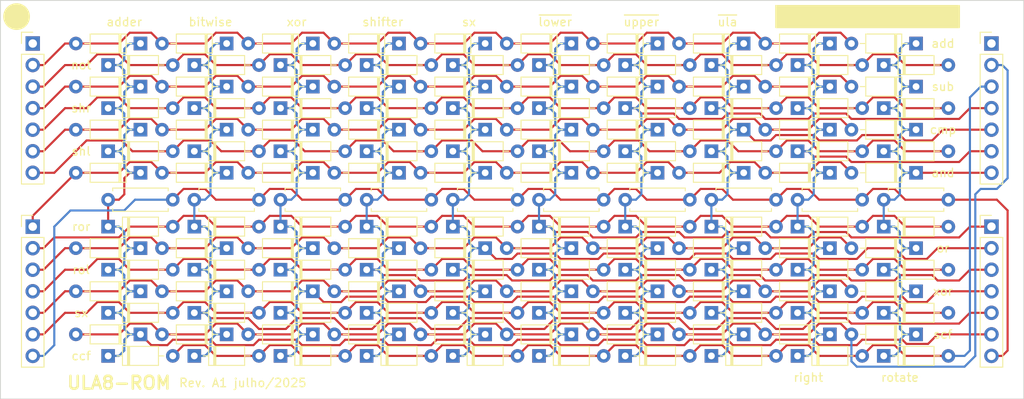
<source format=kicad_pcb>
(kicad_pcb (version 20211014) (generator pcbnew)
  (layers (0 "F.Cu" signal) (31 "B.Cu" signal) (34 "B.Paste" user) (35 "F.Paste" user) (36 "B.SilkS" user "B.Silkscreen") (37 "F.SilkS" user "F.Silkscreen") (38 "B.Mask" user) (39 "F.Mask" user) (44 "Edge.Cuts" user))
  (net 0 "")
  (net 1 "select_adder")
  (net 2 "add")
  (net 3 "sub")
  (net 4 "cmp")
  (net 5 "and")
  (net 6 "or")
  (net 7 "xor")
  (net 8 "set_cf")
  (net 9 "select_bitwise")
  (net 10 "not")
  (net 11 "shr")
  (net 12 "shl")
  (net 13 "ror")
  (net 14 "rol")
  (net 15 "sx")
  (net 16 "clr_cf")
  (net 17 "select_xor")
  (net 18 "select_shifter")
  (net 19 "select_sx")
  (net 20 "invert_lower_bus")
  (net 21 "invert_upper_bus")
  (net 22 "invert_ula_bus")
  (net 23 "right{slash}set")
  (net 24 "rotate{slash}clear")
  (net 25 "GND")
  (footprint "Diode_THT:D_DO-35_SOD27_P7.62mm_Horizontal" (layer "F.Cu") (at 93.98 53.34 180)
    (fp_text reference "D88" hide)
    (fp_text value "1N4148" hide)
  )
  (footprint "Diode_THT:D_DO-35_SOD27_P7.62mm_Horizontal" (layer "F.Cu") (at 80.01 26.67)
    (fp_text reference "D79" hide)
    (fp_text value "1N4148" hide)
  )
  (footprint "Diode_THT:D_DO-35_SOD27_P7.62mm_Horizontal" (layer "F.Cu") (at 43.18 53.34 180)
    (fp_text reference "D18" hide)
    (fp_text value "1N4148" hide)
  )
  (footprint "Resistor_THT:R_Axial_DIN0207_L6.3mm_D2.5mm_P7.62mm_Horizontal" (layer "F.Cu") (at 36.83 42.545 180)
    (fp_text reference "R1" hide)
    (fp_text value "10K" hide)
  )
  (footprint "Diode_THT:D_DO-35_SOD27_P7.62mm_Horizontal" (layer "F.Cu") (at 69.85 45.72)
    (fp_text reference "D71" hide)
    (fp_text value "1N4148" hide)
  )
  (footprint "Diode_THT:D_DO-35_SOD27_P7.62mm_Horizontal" (layer "F.Cu") (at 69.85 50.8)
    (fp_text reference "D73" hide)
    (fp_text value "1N4148" hide)
  )
  (footprint "Diode_THT:D_DO-35_SOD27_P7.62mm_Horizontal" (layer "F.Cu") (at 104.14 48.26 180)
    (fp_text reference "D100" hide)
    (fp_text value "1N4148" hide)
  )
  (footprint "Diode_THT:D_DO-35_SOD27_P7.62mm_Horizontal" (layer "F.Cu") (at 33.02 53.34 180)
    (fp_text reference "D6" hide)
    (fp_text value "1N4148" hide)
  )
  (footprint "Diode_THT:D_DO-35_SOD27_P7.62mm_Horizontal" (layer "F.Cu") (at 124.46 24.13 180)
    (fp_text reference "D120" hide)
    (fp_text value "1N4148" hide)
  )
  (footprint "Diode_THT:D_DO-35_SOD27_P7.62mm_Horizontal" (layer "F.Cu") (at 83.82 24.13 180)
    (fp_text reference "D64" hide)
    (fp_text value "1N4148" hide)
  )
  (footprint "Diode_THT:D_DO-35_SOD27_P7.62mm_Horizontal" (layer "F.Cu") (at 59.69 55.88)
    (fp_text reference "D61" hide)
    (fp_text value "1N4148" hide)
  )
  (footprint "Diode_THT:D_DO-35_SOD27_P7.62mm_Horizontal" (layer "F.Cu") (at 83.82 34.29 180)
    (fp_text reference "D68" hide)
    (fp_text value "1N4148" hide)
  )
  (footprint "Diode_THT:D_DO-35_SOD27_P7.62mm_Horizontal" (layer "F.Cu") (at 29.21 45.72)
    (fp_text reference "D15" hide)
    (fp_text value "1N4148" hide)
  )
  (footprint "Diode_THT:D_DO-35_SOD27_P7.62mm_Horizontal" (layer "F.Cu") (at 59.69 36.83)
    (fp_text reference "D55" hide)
    (fp_text value "1N4148" hide)
  )
  (footprint "Diode_THT:D_DO-35_SOD27_P7.62mm_Horizontal" (layer "F.Cu") (at 63.5 48.26 180)
    (fp_text reference "D44" hide)
    (fp_text value "1N4148" hide)
  )
  (footprint "Diode_THT:D_DO-35_SOD27_P7.62mm_Horizontal" (layer "F.Cu") (at 100.33 45.72)
    (fp_text reference "D113" hide)
    (fp_text value "1N4148" hide)
  )
  (footprint "Diode_THT:D_DO-35_SOD27_P7.62mm_Horizontal" (layer "F.Cu") (at 39.37 45.72)
    (fp_text reference "D29" hide)
    (fp_text value "1N4148" hide)
  )
  (footprint "Diode_THT:D_DO-35_SOD27_P7.62mm_Horizontal" (layer "F.Cu") (at 93.98 58.42 180)
    (fp_text reference "D90" hide)
    (fp_text value "1N4148" hide)
  )
  (footprint "Diode_THT:D_DO-35_SOD27_P7.62mm_Horizontal" (layer "F.Cu") (at 53.34 29.21 180)
    (fp_text reference "D24" hide)
    (fp_text value "1N4148" hide)
  )
  (footprint "Diode_THT:D_DO-35_SOD27_P7.62mm_Horizontal" (layer "F.Cu") (at 110.49 45.72)
    (fp_text reference "D127" hide)
    (fp_text value "1N4148" hide)
  )
  (footprint "Diode_THT:D_DO-35_SOD27_P7.62mm_Horizontal" (layer "F.Cu") (at 80.01 50.8)
    (fp_text reference "D87" hide)
    (fp_text value "1N4148" hide)
  )
  (footprint "Diode_THT:D_DO-35_SOD27_P7.62mm_Horizontal" (layer "F.Cu") (at 39.37 26.67)
    (fp_text reference "D23" hide)
    (fp_text value "1N4148" hide)
  )
  (footprint "Diode_THT:D_DO-35_SOD27_P7.62mm_Horizontal" (layer "F.Cu") (at 63.5 58.42 180)
    (fp_text reference "D48" hide)
    (fp_text value "1N4148" hide)
  )
  (footprint "Diode_THT:D_DO-35_SOD27_P7.62mm_Horizontal" (layer "F.Cu") (at 104.14 24.13 180)
    (fp_text reference "D92" hide)
    (fp_text value "1N4148" hide)
  )
  (footprint "Diode_THT:D_DO-35_SOD27_P7.62mm_Horizontal" (layer "F.Cu") (at 90.17 45.72)
    (fp_text reference "D99" hide)
    (fp_text value "1N4148" hide)
  )
  (footprint "Diode_THT:D_DO-35_SOD27_P7.62mm_Horizontal" (layer "F.Cu") (at 124.46 29.21 180)
    (fp_text reference "D122" hide)
    (fp_text value "1N4148" hide)
  )
  (footprint "Diode_THT:D_DO-35_SOD27_P7.62mm_Horizontal" (layer "F.Cu") (at 83.82 29.21 180)
    (fp_text reference "D66" hide)
    (fp_text value "1N4148" hide)
  )
  (footprint "Diode_THT:D_DO-35_SOD27_P7.62mm_Horizontal" (layer "F.Cu") (at 114.3 24.13 180)
    (fp_text reference "D106" hide)
    (fp_text value "1N4148" hide)
  )
  (footprint "Diode_THT:D_DO-35_SOD27_P7.62mm_Horizontal" (layer "F.Cu") (at 114.3 39.37 180)
    (fp_text reference "D112" hide)
    (fp_text value "1N4148" hide)
  )
  (footprint "Diode_THT:D_DO-35_SOD27_P7.62mm_Horizontal" (layer "F.Cu") (at 43.18 48.26 180)
    (fp_text reference "D16" hide)
    (fp_text value "1N4148" hide)
  )
  (footprint "Diode_THT:D_DO-35_SOD27_P7.62mm_Horizontal" (layer "F.Cu") (at 100.33 50.8)
    (fp_text reference "D115" hide)
    (fp_text value "1N4148" hide)
  )
  (footprint "Diode_THT:D_DO-35_SOD27_P7.62mm_Horizontal" (layer "F.Cu") (at 49.53 31.75)
    (fp_text reference "D39" hide)
    (fp_text value "1N4148" hide)
  )
  (footprint "Diode_THT:D_DO-35_SOD27_P7.62mm_Horizontal" (layer "F.Cu") (at 33.02 39.37 180)
    (fp_text reference "D4" hide)
    (fp_text value "1N4148" hide)
  )
  (footprint "Diode_THT:D_DO-35_SOD27_P7.62mm_Horizontal" (layer "F.Cu") (at 59.69 45.72)
    (fp_text reference "D57" hide)
    (fp_text value "1N4148" hide)
  )
  (footprint "Diode_THT:D_DO-35_SOD27_P7.62mm_Horizontal" (layer "F.Cu") (at 114.3 53.34 180)
    (fp_text reference "D116" hide)
    (fp_text value "1N4148" hide)
  )
  (footprint "Diode_THT:D_DO-35_SOD27_P7.62mm_Horizontal" (layer "F.Cu") (at 53.34 34.29 180)
    (fp_text reference "D26" hide)
    (fp_text value "1N4148" hide)
  )
  (footprint "Diode_THT:D_DO-35_SOD27_P7.62mm_Horizontal" (layer "F.Cu") (at 33.02 48.26 180)
    (fp_text reference "D5" hide)
    (fp_text value "1N4148" hide)
  )
  (footprint "Diode_THT:D_DO-35_SOD27_P7.62mm_Horizontal" (layer "F.Cu") (at 53.34 39.37 180)
    (fp_text reference "D28" hide)
    (fp_text value "1N4148" hide)
  )
  (footprint "Diode_THT:D_DO-35_SOD27_P7.62mm_Horizontal" (layer "F.Cu") (at 100.33 60.96)
    (fp_text reference "D119" hide)
    (fp_text value "1N4148" hide)
  )
  (footprint "Diode_THT:D_DO-35_SOD27_P7.62mm_Horizontal" (layer "F.Cu") (at 49.53 55.88)
    (fp_text reference "D47" hide)
    (fp_text value "1N4148" hide)
  )
  (footprint "Diode_THT:D_DO-35_SOD27_P7.62mm_Horizontal" (layer "F.Cu") (at 114.3 29.21 180)
    (fp_text reference "D108" hide)
    (fp_text value "1N4148" hide)
  )
  (footprint "Diode_THT:D_DO-35_SOD27_P7.62mm_Horizontal" (layer "F.Cu") (at 63.5 34.29 180)
    (fp_text reference "D40" hide)
    (fp_text value "1N4148" hide)
  )
  (footprint "Diode_THT:D_DO-35_SOD27_P7.62mm_Horizontal" (layer "F.Cu") (at 73.66 53.34 180)
    (fp_text reference "D60" hide)
    (fp_text value "1N4148" hide)
  )
  (footprint "Diode_THT:D_DO-35_SOD27_P7.62mm_Horizontal" (layer "F.Cu") (at 80.01 60.96)
    (fp_text reference "D91" hide)
    (fp_text value "1N4148" hide)
  )
  (footprint "Diode_THT:D_DO-35_SOD27_P7.62mm_Horizontal" (layer "F.Cu") (at 104.14 34.29 180)
    (fp_text reference "D96" hide)
    (fp_text value "1N4148" hide)
  )
  (footprint "Diode_THT:D_DO-35_SOD27_P7.62mm_Horizontal" (layer "F.Cu") (at 114.3 48.26 180)
    (fp_text reference "D114" hide)
    (fp_text value "1N4148" hide)
  )
  (footprint "Diode_THT:D_DO-35_SOD27_P7.62mm_Horizontal" (layer "F.Cu") (at 49.53 50.8)
    (fp_text reference "D45" hide)
    (fp_text value "1N4148" hide)
  )
  (footprint "Diode_THT:D_DO-35_SOD27_P7.62mm_Horizontal" (layer "F.Cu") (at 73.66 24.13 180)
    (fp_text reference "D50" hide)
    (fp_text value "1N4148" hide)
  )
  (footprint "Diode_THT:D_DO-35_SOD27_P7.62mm_Horizontal" (layer "F.Cu") (at 39.37 31.75)
    (fp_text reference "D25" hide)
    (fp_text value "1N4148" hide)
  )
  (footprint "Diode_THT:D_DO-35_SOD27_P7.62mm_Horizontal" (layer "F.Cu") (at 49.53 26.67)
    (fp_text reference "D37" hide)
    (fp_text value "1N4148" hide)
  )
  (footprint "Diode_THT:D_DO-35_SOD27_P7.62mm_Horizontal" (layer "F.Cu") (at 114.3 58.42 180)
    (fp_text reference "D118" hide)
    (fp_text value "1N4148" hide)
  )
  (footprint "Diode_THT:D_DO-35_SOD27_P7.62mm_Horizontal" (layer "F.Cu") (at 63.5 29.21 180)
    (fp_text reference "D38" hide)
    (fp_text value "1N4148" hide)
  )
  (footprint "Diode_THT:D_DO-35_SOD27_P7.62mm_Horizontal" (layer "F.Cu") (at 29.21 50.8)
    (fp_text reference "D17" hide)
    (fp_text value "1N4148" hide)
  )
  (footprint "Diode_THT:D_DO-35_SOD27_P7.62mm_Horizontal" (layer "F.Cu") (at 39.37 55.88)
    (fp_text reference "D33" hide)
    (fp_text value "1N4148" hide)
  )
  (footprint "Diode_THT:D_DO-35_SOD27_P7.62mm_Horizontal" (layer "F.Cu") (at 114.3 34.29 180)
    (fp_text reference "D110" hide)
    (fp_text value "1N4148" hide)
  )
  (footprint "Diode_THT:D_DO-35_SOD27_P7.62mm_Horizontal" (layer "F.Cu") (at 43.18 58.42 180)
    (fp_text reference "D20" hide)
    (fp_text value "1N4148" hide)
  )
  (footprint "Diode_THT:D_DO-35_SOD27_P7.62mm_Horizontal" (layer "F.Cu") (at 90.17 36.83)
    (fp_text reference "D97" hide)
    (fp_text value "1N4148" hide)
  )
  (footprint "Diode_THT:D_DO-35_SOD27_P7.62mm_Horizontal" (layer "F.Cu") (at 100.33 36.83)
    (fp_text reference "D111" hide)
    (fp_text value "1N4148" hide)
  )
  (footprint "Diode_THT:D_DO-35_SOD27_P7.62mm_Horizontal" (layer "F.Cu") (at 110.49 36.83)
    (fp_text reference "D125" hide)
    (fp_text value "1N4148" hide)
  )
  (footprint "Diode_THT:D_DO-35_SOD27_P7.62mm_Horizontal" (layer "F.Cu") (at 39.37 36.83)
    (fp_text reference "D27" hide)
    (fp_text value "1N4148" hide)
  )
  (footprint "Diode_THT:D_DO-35_SOD27_P7.62mm_Horizontal" (layer "F.Cu") (at 73.66 34.29 180)
    (fp_text reference "D54" hide)
    (fp_text value "1N4148" hide)
  )
  (footprint "Diode_THT:D_DO-35_SOD27_P7.62mm_Horizontal" (layer "F.Cu") (at 43.18 24.13 180)
    (fp_text reference "D8" hide)
    (fp_text value "1N4148" hide)
  )
  (footprint "Diode_THT:D_DO-35_SOD27_P7.62mm_Horizontal" (layer "F.Cu") (at 59.69 60.96)
    (fp_text reference "D63" hide)
    (fp_text value "1N4148" hide)
  )
  (footprint "Diode_THT:D_DO-35_SOD27_P7.62mm_Horizontal" (layer "F.Cu") (at 73.66 58.42 180)
    (fp_text reference "D62" hide)
    (fp_text value "1N4148" hide)
  )
  (footprint "Diode_THT:D_DO-35_SOD27_P7.62mm_Horizontal" (layer "F.Cu") (at 43.18 29.21 180)
    (fp_text reference "D10" hide)
    (fp_text value "1N4148" hide)
  )
  (footprint "Diode_THT:D_DO-35_SOD27_P7.62mm_Horizontal" (layer "F.Cu") (at 110.49 55.88)
    (fp_text reference "D131" hide)
    (fp_text value "1N4148" hide)
  )
  (footprint "Diode_THT:D_DO-35_SOD27_P7.62mm_Horizontal" (layer "F.Cu") (at 120.65 55.88)
    (fp_text reference "D139" hide)
    (fp_text value "1N4148" hide)
  )
  (footprint "Diode_THT:D_DO-35_SOD27_P7.62mm_Horizontal" (layer "F.Cu") (at 120.65 36.83)
    (fp_text reference "D136" hide)
    (fp_text value "1N4148" hide)
  )
  (footprint "Diode_THT:D_DO-35_SOD27_P7.62mm_Horizontal" (layer "F.Cu") (at 29.21 60.96)
    (fp_text reference "D21" hide)
    (fp_text value "1N4148" hide)
  )
  (footprint "Diode_THT:D_DO-35_SOD27_P7.62mm_Horizontal" (layer "F.Cu") (at 104.14 39.37 180)
    (fp_text reference "D98" hide)
    (fp_text value "1N4148" hide)
  )
  (footprint "Diode_THT:D_DO-35_SOD27_P7.62mm_Horizontal" (layer "F.Cu") (at 120.65 31.75)
    (fp_text reference "D135" hide)
    (fp_text value "1N4148" hide)
  )
  (footprint "Diode_THT:D_DO-35_SOD27_P7.62mm_Horizontal" (layer "F.Cu") (at 120.65 45.72)
    (fp_text reference "D137" hide)
    (fp_text value "1N4148" hide)
  )
  (footprint "Diode_THT:D_DO-35_SOD27_P7.62mm_Horizontal" (layer "F.Cu") (at 69.85 55.88)
    (fp_text reference "D75" hide)
    (fp_text value "1N4148" hide)
  )
  (footprint "Resistor_THT:R_Axial_DIN0207_L6.3mm_D2.5mm_P7.62mm_Horizontal" (layer "F.Cu") (at 118.11 42.545 180)
    (fp_text reference "R9" hide)
    (fp_text value "10K" hide)
  )
  (footprint "Resistor_THT:R_Axial_DIN0207_L6.3mm_D2.5mm_P7.62mm_Horizontal" (layer "F.Cu") (at 128.27 42.545 180)
    (fp_text reference "R10" hide)
    (fp_text value "10K" hide)
  )
  (footprint "Diode_THT:D_DO-35_SOD27_P7.62mm_Horizontal" (layer "F.Cu") (at 73.66 48.26 180)
    (fp_text reference "D58" hide)
    (fp_text value "1N4148" hide)
  )
  (footprint "Diode_THT:D_DO-35_SOD27_P7.62mm_Horizontal" (layer "F.Cu") (at 100.33 31.75)
    (fp_text reference "D109" hide)
    (fp_text value "1N4148" hide)
  )
  (footprint "Diode_THT:D_DO-35_SOD27_P7.62mm_Horizontal" (layer "F.Cu") (at 90.17 26.67)
    (fp_text reference "D93" hide)
    (fp_text value "1N4148" hide)
  )
  (footprint "Diode_THT:D_DO-35_SOD27_P7.62mm_Horizontal" (layer "F.Cu") (at 59.69 26.67)
    (fp_text reference "D51" hide)
    (fp_text value "1N4148" hide)
  )
  (footprint "Diode_THT:D_DO-35_SOD27_P7.62mm_Horizontal" (layer "F.Cu") (at 59.69 50.8)
    (fp_text reference "D59" hide)
    (fp_text value "1N4148" hide)
  )
  (footprint "Connector_PinHeader_2.54mm:PinHeader_1x07_P2.54mm_Vertical" (layer "F.Cu") (at 20.32 45.72)
    (fp_text reference "J2" hide)
    (fp_text value "Conn_01x07" hide)
  )
  (footprint "Diode_THT:D_DO-35_SOD27_P7.62mm_Horizontal" (layer "F.Cu") (at 49.53 45.72)
    (fp_text reference "D43" hide)
    (fp_text value "1N4148" hide)
  )
  (footprint "Connector_PinHeader_2.54mm:PinHeader_1x07_P2.54mm_Vertical" (layer "F.Cu") (at 20.32 24.13)
    (fp_text reference "J1" hide)
    (fp_text value "Conn_01x07" hide)
  )
  (footprint "Diode_THT:D_DO-35_SOD27_P7.62mm_Horizontal" (layer "F.Cu") (at 80.01 36.83)
    (fp_text reference "D83" hide)
    (fp_text value "1N4148" hide)
  )
  (footprint "Diode_THT:D_DO-35_SOD27_P7.62mm_Horizontal" (layer "F.Cu") (at 104.14 58.42 180)
    (fp_text reference "D104" hide)
    (fp_text value "1N4148" hide)
  )
  (footprint "Connector_PinHeader_2.54mm:PinHeader_1x07_P2.54mm_Vertical" (layer "F.Cu") (at 133.35 24.13)
    (fp_text reference "J3" hide)
    (fp_text value "Conn_01x07" hide)
  )
  (footprint "Diode_THT:D_DO-35_SOD27_P7.62mm_Horizontal" (layer "F.Cu") (at 120.65 50.8)
    (fp_text reference "D138" hide)
    (fp_text value "1N4148" hide)
  )
  (footprint "Resistor_THT:R_Axial_DIN0207_L6.3mm_D2.5mm_P7.62mm_Horizontal" (layer "F.Cu") (at 87.63 42.545 180)
    (fp_text reference "R6" hide)
    (fp_text value "10K" hide)
  )
  (footprint "Diode_THT:D_DO-35_SOD27_P7.62mm_Horizontal" (layer "F.Cu") (at 69.85 26.67)
    (fp_text reference "D65" hide)
    (fp_text value "1N4148" hide)
  )
  (footprint "Resistor_THT:R_Axial_DIN0207_L6.3mm_D2.5mm_P7.62mm_Horizontal" (layer "F.Cu") (at 46.99 42.545 180)
    (fp_text reference "R2" hide)
    (fp_text value "10K" hide)
  )
  (footprint "Diode_THT:D_DO-35_SOD27_P7.62mm_Horizontal" (layer "F.Cu") (at 33.02 29.21 180)
    (fp_text reference "D2" hide)
    (fp_text value "1N4148" hide)
  )
  (footprint "Diode_THT:D_DO-35_SOD27_P7.62mm_Horizontal" (layer "F.Cu") (at 49.53 60.96)
    (fp_text reference "D49" hide)
    (fp_text value "1N4148" hide)
  )
  (footprint "Diode_THT:D_DO-35_SOD27_P7.62mm_Horizontal" (layer "F.Cu") (at 110.49 50.8)
    (fp_text reference "D129" hide)
    (fp_text value "1N4148" hide)
  )
  (footprint "Diode_THT:D_DO-35_SOD27_P7.62mm_Horizontal" (layer "F.Cu") (at 93.98 24.13 180)
    (fp_text reference "D78" hide)
    (fp_text value "1N4148" hide)
  )
  (footprint "Diode_THT:D_DO-35_SOD27_P7.62mm_Horizontal" (layer "F.Cu") (at 93.98 29.21 180)
    (fp_text reference "D80" hide)
    (fp_text value "1N4148" hide)
  )
  (footprint "Diode_THT:D_DO-35_SOD27_P7.62mm_Horizontal" (layer "F.Cu") (at 93.98 39.37 180)
    (fp_text reference "D84" hide)
    (fp_text value "1N4148" hide)
  )
  (footprint "Diode_THT:D_DO-35_SOD27_P7.62mm_Horizontal" (layer "F.Cu") (at 49.53 36.83)
    (fp_text reference "D41" hide)
    (fp_text value "1N4148" hide)
  )
  (footprint "Diode_THT:D_DO-35_SOD27_P7.62mm_Horizontal" (layer "F.Cu") (at 69.85 36.83)
    (fp_text reference "D69" hide)
    (fp_text value "1N4148" hide)
  )
  (footprint "Diode_THT:D_DO-35_SOD27_P7.62mm_Horizontal" (layer "F.Cu") (at 124.46 53.34 180)
    (fp_text reference "D130" hide)
    (fp_text value "1N4148" hide)
  )
  (footprint "Diode_THT:D_DO-35_SOD27_P7.62mm_Horizontal" (layer "F.Cu") (at 100.33 55.88)
    (fp_text reference "D117" hide)
    (fp_text value "1N4148" hide)
  )
  (footprint "Resistor_THT:R_Axial_DIN0207_L6.3mm_D2.5mm_P7.62mm_Horizontal" (layer "F.Cu") (at 67.31 42.545 180)
    (fp_text reference "R4" hide)
    (fp_text value "10K" hide)
  )
  (footprint "Diode_THT:D_DO-35_SOD27_P7.62mm_Horizontal" (layer "F.Cu") (at 124.46 34.29 180)
    (fp_text reference "D124" hide)
    (fp_text value "1N4148" hide)
  )
  (footprint "Diode_THT:D_DO-35_SOD27_P7.62mm_Horizontal" (layer "F.Cu") (at 93.98 34.29 180)
    (fp_text reference "D82" hide)
    (fp_text value "1N4148" hide)
  )
  (footprint "Connector_PinHeader_2.54mm:PinHeader_1x07_P2.54mm_Vertical" (layer "F.Cu") (at 133.35 45.72)
    (fp_text reference "J4" hide)
    (fp_text value "Conn_01x07" hide)
  )
  (footprint "Diode_THT:D_DO-35_SOD27_P7.62mm_Horizontal" (layer "F.Cu") (at 29.21 26.67)
    (fp_text reference "D9" hide)
    (fp_text value "1N4148" hide)
  )
  (footprint "Diode_THT:D_DO-35_SOD27_P7.62mm_Horizontal" (layer "F.Cu") (at 110.49 60.96)
    (fp_text reference "D133" hide)
    (fp_text value "1N4148" hide)
  )
  (footprint "Diode_THT:D_DO-35_SOD27_P7.62mm_Horizontal" (layer "F.Cu") (at 43.18 34.29 180)
    (fp_text reference "D12" hide)
    (fp_text value "1N4148" hide)
  )
  (footprint "Diode_THT:D_DO-35_SOD27_P7.62mm_Horizontal" (layer "F.Cu") (at 120.65 60.96)
    (fp_text reference "D140" hide)
    (fp_text value "1N4148" hide)
  )
  (footprint "Diode_THT:D_DO-35_SOD27_P7.62mm_Horizontal" (layer "F.Cu") (at 90.17 50.8)
    (fp_text reference "D101" hide)
    (fp_text value "1N4148" hide)
  )
  (footprint "Diode_THT:D_DO-35_SOD27_P7.62mm_Horizontal" (layer "F.Cu") (at 29.21 36.83)
    (fp_text reference "D13" hide)
    (fp_text value "1N4148" hide)
  )
  (footprint "Diode_THT:D_DO-35_SOD27_P7.62mm_Horizontal" (layer "F.Cu") (at 33.02 24.13 180)
    (fp_text reference "D1" hide)
    (fp_text value "1N4148" hide)
  )
  (footprint "Diode_THT:D_DO-35_SOD27_P7.62mm_Horizontal" (layer "F.Cu") (at 83.82 48.26 180)
    (fp_text reference "D72" hide)
    (fp_text value "1N4148" hide)
  )
  (footprint "Diode_THT:D_DO-35_SOD27_P7.62mm_Horizontal" (layer "F.Cu") (at 104.14 53.34 180)
    (fp_text reference "D102" hide)
    (fp_text value "1N4148" hide)
  )
  (footprint "Diode_THT:D_DO-35_SOD27_P7.62mm_Horizontal" (layer "F.Cu") (at 33.02 58.42 180)
    (fp_text reference "D7" hide)
    (fp_text value "1N4148" hide)
  )
  (footprint "Diode_THT:D_DO-35_SOD27_P7.62mm_Horizontal" (layer "F.Cu") (at 90.17 55.88)
    (fp_text reference "D103" hide)
    (fp_text value "1N4148" hide)
  )
  (footprint "Diode_THT:D_DO-35_SOD27_P7.62mm_Horizontal" (layer "F.Cu") (at 83.82 53.34 180)
    (fp_text reference "D74" hide)
    (fp_text value "1N4148" hide)
  )
  (footprint "Diode_THT:D_DO-35_SOD27_P7.62mm_Horizontal" (layer "F.Cu") (at 29.21 31.75)
    (fp_text reference "D11" hide)
    (fp_text value "1N4148" hide)
  )
  (footprint "Resistor_THT:R_Axial_DIN0207_L6.3mm_D2.5mm_P7.62mm_Horizontal" (layer "F.Cu") (at 77.47 42.545 180)
    (fp_text reference "R5" hide)
    (fp_text value "10K" hide)
  )
  (footprint "Diode_THT:D_DO-35_SOD27_P7.62mm_Horizontal" (layer "F.Cu") (at 110.49 31.75)
    (fp_text reference "D123" hide)
    (fp_text value "1N4148" hide)
  )
  (footprint "Diode_THT:D_DO-35_SOD27_P7.62mm_Horizontal" (layer "F.Cu") (at 53.34 58.42 180)
    (fp_text reference "D34" hide)
    (fp_text value "1N4148" hide)
  )
  (footprint "Diode_THT:D_DO-35_SOD27_P7.62mm_Horizontal" (layer "F.Cu") (at 69.85 60.96)
    (fp_text reference "D77" hide)
    (fp_text value "1N4148" hide)
  )
  (footprint "Diode_THT:D_DO-35_SOD27_P7.62mm_Horizontal" (layer "F.Cu") (at 39.37 50.8)
    (fp_text reference "D31" hide)
    (fp_text value "1N4148" hide)
  )
  (footprint "Diode_THT:D_DO-35_SOD27_P7.62mm_Horizontal" (layer "F.Cu") (at 110.49 26.67)
    (fp_text reference "D121" hide)
    (fp_text value "1N4148" hide)
  )
  (footprint "Resistor_THT:R_Axial_DIN0207_L6.3mm_D2.5mm_P7.62mm_Horizontal" (layer "F.Cu") (at 97.79 42.545 180)
    (fp_text reference "R7" hide)
    (fp_text value "10K" hide)
  )
  (footprint "Diode_THT:D_DO-35_SOD27_P7.62mm_Horizontal" (layer "F.Cu") (at 53.34 53.34 180)
    (fp_text reference "D32" hide)
    (fp_text value "1N4148" hide)
  )
  (footprint "Diode_THT:D_DO-35_SOD27_P7.62mm_Horizontal" (layer "F.Cu") (at 80.01 45.72)
    (fp_text reference "D85" hide)
    (fp_text value "1N4148" hide)
  )
  (footprint "Diode_THT:D_DO-35_SOD27_P7.62mm_Horizontal" (layer "F.Cu") (at 83.82 39.37 180)
    (fp_text reference "D70" hide)
    (fp_text value "1N4148" hide)
  )
  (footprint "Diode_THT:D_DO-35_SOD27_P7.62mm_Horizontal" (layer "F.Cu") (at 124.46 58.42 180)
    (fp_text reference "D132" hide)
    (fp_text value "1N4148" hide)
  )
  (footprint "Diode_THT:D_DO-35_SOD27_P7.62mm_Horizontal" (layer "F.Cu") (at 124.46 39.37 180)
    (fp_text reference "D126" hide)
    (fp_text value "1N4148" hide)
  )
  (footprint "Diode_THT:D_DO-35_SOD27_P7.62mm_Horizontal" (layer "F.Cu") (at 124.46 48.26 180)
    (fp_text reference "D128" hide)
    (fp_text value "1N4148" hide)
  )
  (footprint "Diode_THT:D_DO-35_SOD27_P7.62mm_Horizontal" (layer "F.Cu") (at 63.5 39.37 180)
    (fp_text reference "D42" hide)
    (fp_text value "1N4148" hide)
  )
  (footprint "Diode_THT:D_DO-35_SOD27_P7.62mm_Horizontal" (layer "F.Cu") (at 100.33 26.67)
    (fp_text reference "D107" hide)
    (fp_text value "1N4148" hide)
  )
  (footprint "Diode_THT:D_DO-35_SOD27_P7.62mm_Horizontal" (layer "F.Cu") (at 53.34 24.13 180)
    (fp_text reference "D22" hide)
    (fp_text value "1N4148" hide)
  )
  (footprint "Diode_THT:D_DO-35_SOD27_P7.62mm_Horizontal" (layer "F.Cu") (at 90.17 31.75)
    (fp_text reference "D95" hide)
    (fp_text value "1N4148" hide)
  )
  (footprint "Diode_THT:D_DO-35_SOD27_P7.62mm_Horizontal" (layer "F.Cu") (at 69.85 31.75)
    (fp_text reference "D67" hide)
    (fp_text value "1N4148" hide)
  )
  (footprint "Diode_THT:D_DO-35_SOD27_P7.62mm_Horizontal" (layer "F.Cu") (at 39.37 60.96)
    (fp_text reference "D35" hide)
    (fp_text value "1N4148" hide)
  )
  (footprint "Diode_THT:D_DO-35_SOD27_P7.62mm_Horizontal" (layer "F.Cu") (at 53.34 48.26 180)
    (fp_text reference "D30" hide)
    (fp_text value "1N4148" hide)
  )
  (footprint "Diode_THT:D_DO-35_SOD27_P7.62mm_Horizontal" (layer "F.Cu") (at 104.14 29.21 180)
    (fp_text reference "D94" hide)
    (fp_text value "1N4148" hide)
  )
  (footprint "Diode_THT:D_DO-35_SOD27_P7.62mm_Horizontal" (layer "F.Cu") (at 63.5 24.13 180)
    (fp_text reference "D36" hide)
    (fp_text value "1N4148" hide)
  )
  (footprint "Diode_THT:D_DO-35_SOD27_P7.62mm_Horizontal" (layer "F.Cu") (at 29.21 55.88)
    (fp_text reference "D19" hide)
    (fp_text value "1N4148" hide)
  )
  (footprint "Resistor_THT:R_Axial_DIN0207_L6.3mm_D2.5mm_P7.62mm_Horizontal" (layer "F.Cu") (at 57.15 42.545 180)
    (fp_text reference "R3" hide)
    (fp_text value "10K" hide)
  )
  (footprint "Diode_THT:D_DO-35_SOD27_P7.62mm_Horizontal" (layer "F.Cu") (at 80.01 55.88)
    (fp_text reference "D89" hide)
    (fp_text value "1N4148" hide)
  )
  (footprint "Diode_THT:D_DO-35_SOD27_P7.62mm_Horizontal" (layer "F.Cu") (at 43.18 39.37 180)
    (fp_text reference "D14" hide)
    (fp_text value "1N4148" hide)
  )
  (footprint "Diode_THT:D_DO-35_SOD27_P7.62mm_Horizontal" (layer "F.Cu") (at 33.02 34.29 180)
    (fp_text reference "D3" hide)
    (fp_text value "1N4148" hide)
  )
  (footprint "Diode_THT:D_DO-35_SOD27_P7.62mm_Horizontal" (layer "F.Cu") (at 73.66 39.37 180)
    (fp_text reference "D56" hide)
    (fp_text value "1N4148" hide)
  )
  (footprint "Diode_THT:D_DO-35_SOD27_P7.62mm_Horizontal" (layer "F.Cu") (at 83.82 58.42 180)
    (fp_text reference "D76" hide)
    (fp_text value "1N4148" hide)
  )
  (footprint "Diode_THT:D_DO-35_SOD27_P7.62mm_Horizontal" (layer "F.Cu") (at 63.5 53.34 180)
    (fp_text reference "D46" hide)
    (fp_text value "1N4148" hide)
  )
  (footprint "Diode_THT:D_DO-35_SOD27_P7.62mm_Horizontal" (layer "F.Cu") (at 120.65 26.67)
    (fp_text reference "D134" hide)
    (fp_text value "1N4148" hide)
  )
  (footprint "Diode_THT:D_DO-35_SOD27_P7.62mm_Horizontal" (layer "F.Cu") (at 93.98 48.26 180)
    (fp_text reference "D86" hide)
    (fp_text value "1N4148" hide)
  )
  (footprint "Resistor_THT:R_Axial_DIN0207_L6.3mm_D2.5mm_P7.62mm_Horizontal" (layer "F.Cu") (at 107.95 42.545 180)
    (fp_text reference "R8" hide)
    (fp_text value "10K" hide)
  )
  (footprint "Diode_THT:D_DO-35_SOD27_P7.62mm_Horizontal" (layer "F.Cu") (at 90.17 60.96)
    (fp_text reference "D105" hide)
    (fp_text value "1N4148" hide)
  )
  (footprint "Diode_THT:D_DO-35_SOD27_P7.62mm_Horizontal" (layer "F.Cu") (at 80.01 31.75)
    (fp_text reference "D81" hide)
    (fp_text value "1N4148" hide)
  )
  (footprint "Diode_THT:D_DO-35_SOD27_P7.62mm_Horizontal" (layer "F.Cu") (at 59.69 31.75)
    (fp_text reference "D53" hide)
    (fp_text value "1N4148" hide)
  )
  (footprint "Diode_THT:D_DO-35_SOD27_P7.62mm_Horizontal" (layer "F.Cu") (at 73.66 29.21 180)
    (fp_text reference "D52" hide)
    (fp_text value "1N4148" hide)
  )
  (gr_rect (start 107.95 19.685) (end 129.54 22.225) (layer "F.SilkS") (width 0.2) (fill solid))
  (gr_circle (center 18.415 20.955) (end 19.915 20.955) (layer "F.SilkS") (width 0.15) (fill solid))
  (gr_line (start 137.16 66.04) (end 137.16 19.05) (layer "Edge.Cuts") (width 0.1))
  (gr_line (start 16.51 19.05) (end 16.51 66.04) (layer "Edge.Cuts") (width 0.1))
  (gr_line (start 137.16 19.05) (end 16.51 19.05) (layer "Edge.Cuts") (width 0.1))
  (gr_line (start 16.51 66.04) (end 137.16 66.04) (layer "Edge.Cuts") (width 0.1))
  (gr_text "sx" (at 26.035 55.88) (layer "F.SilkS") (effects (font (size 1 1))))
  (gr_text "ccf" (at 26.035 60.96) (layer "F.SilkS") (effects (font (size 1 1))))
  (gr_text "cmp" (at 127.635 34.29) (layer "F.SilkS") (effects (font (size 1 1))))
  (gr_text "right" (at 111.76 63.5) (layer "F.SilkS") (effects (font (size 1 1))))
  (gr_text "rol" (at 26.035 50.8) (layer "F.SilkS") (effects (font (size 1 1))))
  (gr_text "not" (at 26.035 26.67) (layer "F.SilkS") (effects (font (size 1 1))))
  (gr_text "sx" (at 71.755 21.59) (layer "F.SilkS") (effects (font (size 1 1))))
  (gr_text "and" (at 127.635 39.37) (layer "F.SilkS") (effects (font (size 1 1))))
  (gr_text "~{upper}" (at 92.075 21.59) (layer "F.SilkS") (effects (font (size 1 1))))
  (gr_text "ror" (at 26.035 45.72) (layer "F.SilkS") (effects (font (size 1 1))))
  (gr_text "sub" (at 127.635 29.21) (layer "F.SilkS") (effects (font (size 1 1))))
  (gr_text "shr" (at 26.035 31.75) (layer "F.SilkS") (effects (font (size 1 1))))
  (gr_text "scf" (at 127.635 58.42) (layer "F.SilkS") (effects (font (size 1 1))))
  (gr_text "bitwise" (at 41.275 21.59) (layer "F.SilkS") (effects (font (size 1 1))))
  (gr_text "~{lower}" (at 81.915 21.59) (layer "F.SilkS") (effects (font (size 1 1))))
  (gr_text "xor" (at 127.635 53.34) (layer "F.SilkS") (effects (font (size 1 1))))
  (gr_text "xor" (at 51.435 21.59) (layer "F.SilkS") (effects (font (size 1 1))))
  (gr_text "~{ula}" (at 102.235 21.59) (layer "F.SilkS") (effects (font (size 1 1))))
  (gr_text "shl" (at 26.035 36.83) (layer "F.SilkS") (effects (font (size 1 1))))
  (gr_text "add" (at 127.635 24.13) (layer "F.SilkS") (effects (font (size 1 1))))
  (gr_text "rotate" (at 122.555 63.5) (layer "F.SilkS") (effects (font (size 1 1))))
  (gr_text "shifter" (at 61.595 21.59) (layer "F.SilkS") (effects (font (size 1 1))))
  (gr_text "adder" (at 31.115 21.59) (layer "F.SilkS") (effects (font (size 1 1))))
  (gr_text "Rev. A1 julho/2025" (at 45.085 64.135) (layer "F.SilkS") (effects (font (size 1 1))))
  (gr_text "or" (at 127.635 48.26) (layer "F.SilkS") (effects (font (size 1 1))))
  (gr_text "ULA8-ROM" (at 30.48 64.135) (layer "F.SilkS") (effects (font (size 1.5 1.5) (thickness 0.3))))
  (segment (start 36.195 59.69) (end 34.29 59.69) (width 0.25) (layer "F.Cu") (net 1))
  (segment (start 56.515 59.69) (end 52.07 59.69) (width 0.25) (layer "F.Cu") (net 1))
  (segment (start 67.31 59.69) (end 62.23 59.69) (width 0.25) (layer "F.Cu") (net 1))
  (segment (start 46.99 59.055) (end 46.355 59.69) (width 0.25) (layer "F.Cu") (net 1))
  (segment (start 31.75 39.37) (end 33.02 39.37) (width 0.25) (layer "F.Cu") (net 1))
  (segment (start 31.115 40.005) (end 31.115 41.91) (width 0.25) (layer "F.Cu") (net 1))
  (segment (start 41.275 59.055) (end 36.83 59.055) (width 0.25) (layer "F.Cu") (net 1))
  (segment (start 127 58.42) (end 125.875489 59.544511) (width 0.25) (layer "F.Cu") (net 1))
  (segment (start 57.15 59.055) (end 56.515 59.69) (width 0.25) (layer "F.Cu") (net 1))
  (segment (start 86.995 59.69) (end 82.55 59.69) (width 0.25) (layer "F.Cu") (net 1))
  (segment (start 76.835 59.69) (end 72.39 59.69) (width 0.25) (layer "F.Cu") (net 1))
  (segment (start 107.315 59.69) (end 102.87 59.69) (width 0.25) (layer "F.Cu") (net 1))
  (segment (start 112.395 59.055) (end 107.95 59.055) (width 0.25) (layer "F.Cu") (net 1))
  (segment (start 71.755 59.055) (end 67.945 59.055) (width 0.25) (layer "F.Cu") (net 1))
  (segment (start 133.35 58.42) (end 127 58.42) (width 0.25) (layer "F.Cu") (net 1))
  (segment (start 77.47 59.055) (end 76.835 59.69) (width 0.25) (layer "F.Cu") (net 1))
  (segment (start 118.11 59.055) (end 117.475 59.69) (width 0.25) (layer "F.Cu") (net 1))
  (segment (start 97.155 59.69) (end 92.71 59.69) (width 0.25) (layer "F.Cu") (net 1))
  (segment (start 87.63 59.055) (end 86.995 59.69) (width 0.25) (layer "F.Cu") (net 1))
  (segment (start 29.21 42.545) (end 29.21 45.72) (width 0.25) (layer "F.Cu") (net 1))
  (segment (start 81.915 59.055) (end 77.47 59.055) (width 0.25) (layer "F.Cu") (net 1))
  (segment (start 31.115 41.91) (end 30.48 42.545) (width 0.25) (layer "F.Cu") (net 1))
  (segment (start 92.71 59.69) (end 92.075 59.055) (width 0.25) (layer "F.Cu") (net 1))
  (segment (start 67.945 59.055) (end 67.31 59.69) (width 0.25) (layer "F.Cu") (net 1))
  (segment (start 61.595 59.055) (end 57.15 59.055) (width 0.25) (layer "F.Cu") (net 1))
  (segment (start 31.75 39.37) (end 31.115 40.005) (width 0.25) (layer "F.Cu") (net 1))
  (segment (start 102.87 59.69) (end 102.235 59.055) (width 0.25) (layer "F.Cu") (net 1))
  (segment (start 82.55 59.69) (end 81.915 59.055) (width 0.25) (layer "F.Cu") (net 1))
  (segment (start 102.235 59.055) (end 97.79 59.055) (width 0.25) (layer "F.Cu") (net 1))
  (segment (start 34.29 59.69) (end 33.02 58.42) (width 0.25) (layer "F.Cu") (net 1))
  (segment (start 30.48 42.545) (end 29.21 42.545) (width 0.25) (layer "F.Cu") (net 1))
  (segment (start 125.875489 59.544511) (end 123.335489 59.544511) (width 0.25) (layer "F.Cu") (net 1))
  (segment (start 92.075 59.055) (end 87.63 59.055) (width 0.25) (layer "F.Cu") (net 1))
  (segment (start 46.355 59.69) (end 41.91 59.69) (width 0.25) (layer "F.Cu") (net 1))
  (segment (start 51.435 59.055) (end 46.99 59.055) (width 0.25) (layer "F.Cu") (net 1))
  (segment (start 41.91 59.69) (end 41.275 59.055) (width 0.25) (layer "F.Cu") (net 1))
  (segment (start 107.95 59.055) (end 107.315 59.69) (width 0.25) (layer "F.Cu") (net 1))
  (segment (start 113.03 59.69) (end 112.395 59.055) (width 0.25) (layer "F.Cu") (net 1))
  (segment (start 62.23 59.69) (end 61.595 59.055) (width 0.25) (layer "F.Cu") (net 1))
  (segment (start 52.07 59.69) (end 51.435 59.055) (width 0.25) (layer "F.Cu") (net 1))
  (segment (start 72.39 59.69) (end 71.755 59.055) (width 0.25) (layer "F.Cu") (net 1))
  (segment (start 36.83 59.055) (end 36.195 59.69) (width 0.25) (layer "F.Cu") (net 1))
  (segment (start 117.475 59.69) (end 113.03 59.69) (width 0.25) (layer "F.Cu") (net 1))
  (segment (start 97.79 59.055) (end 97.155 59.69) (width 0.25) (layer "F.Cu") (net 1))
  (segment (start 123.335489 59.544511) (end 122.845978 59.055) (width 0.25) (layer "F.Cu") (net 1))
  (segment (start 122.845978 59.055) (end 118.11 59.055) (width 0.25) (layer "F.Cu") (net 1))
  (segment (start 33.02 34.29) (end 31.75 34.29) (width 0.25) (layer "B.Cu") (net 1))
  (segment (start 31.115 60.325) (end 30.48 60.96) (width 0.25) (layer "B.Cu") (net 1))
  (segment (start 30.48 31.75) (end 31.115 32.385) (width 0.25) (layer "B.Cu") (net 1))
  (segment (start 31.115 48.895) (end 31.115 50.165) (width 0.25) (layer "B.Cu") (net 1))
  (segment (start 30.48 26.67) (end 31.115 27.305) (width 0.25) (layer "B.Cu") (net 1))
  (segment (start 33.02 58.42) (end 31.75 58.42) (width 0.25) (layer "B.Cu") (net 1))
  (segment (start 31.115 31.115) (end 30.48 31.75) (width 0.25) (layer "B.Cu") (net 1))
  (segment (start 33.02 24.13) (end 31.75 24.13) (width 0.25) (layer "B.Cu") (net 1))
  (segment (start 31.115 55.245) (end 30.48 55.88) (width 0.25) (layer "B.Cu") (net 1))
  (segment (start 31.115 28.575) (end 31.75 29.21) (width 0.25) (layer "B.Cu") (net 1))
  (segment (start 31.115 57.785) (end 31.75 58.42) (width 0.25) (layer "B.Cu") (net 1))
  (segment (start 31.115 32.385) (end 31.115 33.655) (width 0.25) (layer "B.Cu") (net 1))
  (segment (start 31.115 34.925) (end 31.115 36.195) (width 0.25) (layer "B.Cu") (net 1))
  (segment (start 29.21 55.88) (end 30.48 55.88) (width 0.25) (layer "B.Cu") (net 1))
  (segment (start 31.115 52.705) (end 31.75 53.34) (width 0.25) (layer "B.Cu") (net 1))
  (segment (start 31.115 59.055) (end 31.115 60.325) (width 0.25) (layer "B.Cu") (net 1))
  (segment (start 31.75 39.37) (end 33.02 39.37) (width 0.25) (layer "B.Cu") (net 1))
  (segment (start 31.75 58.42) (end 33.02 58.42) (width 0.25) (layer "B.Cu") (net 1))
  (segment (start 29.21 60.96) (end 30.48 60.96) (width 0.25) (layer "B.Cu") (net 1))
  (segment (start 31.115 27.305) (end 31.115 28.575) (width 0.25) (layer "B.Cu") (net 1))
  (segment (start 31.115 56.515) (end 31.115 57.785) (width 0.25) (layer "B.Cu") (net 1))
  (segment (start 31.75 48.26) (end 31.115 47.625) (width 0.25) (layer "B.Cu") (net 1))
  (segment (start 31.75 29.21) (end 33.02 29.21) (width 0.25) (layer "B.Cu") (net 1))
  (segment (start 33.02 48.26) (end 31.75 48.26) (width 0.25) (layer "B.Cu") (net 1))
  (segment (start 30.48 55.88) (end 31.115 56.515) (width 0.25) (layer "B.Cu") (net 1))
  (segment (start 31.115 26.035) (end 30.48 26.67) (width 0.25) (layer "B.Cu") (net 1))
  (segment (start 31.115 46.355) (end 30.48 45.72) (width 0.25) (layer "B.Cu") (net 1))
  (segment (start 33.02 29.21) (end 31.75 29.21) (width 0.25) (layer "B.Cu") (net 1))
  (segment (start 33.02 53.34) (end 31.75 53.34) (width 0.25) (layer "B.Cu") (net 1))
  (segment (start 30.48 50.8) (end 31.115 51.435) (width 0.25) (layer "B.Cu") (net 1))
  (segment (start 31.115 29.845) (end 31.115 31.115) (width 0.25) (layer "B.Cu") (net 1))
  (segment (start 31.115 47.625) (end 31.115 46.355) (width 0.25) (layer "B.Cu") (net 1))
  (segment (start 31.115 38.735) (end 31.75 39.37) (width 0.25) (layer "B.Cu") (net 1))
  (segment (start 31.115 24.765) (end 31.115 26.035) (width 0.25) (layer "B.Cu") (net 1))
  (segment (start 31.75 58.42) (end 31.115 59.055) (width 0.25) (layer "B.Cu") (net 1))
  (segment (start 31.115 36.195) (end 30.48 36.83) (width 0.25) (layer "B.Cu") (net 1))
  (segment (start 31.75 24.13) (end 31.115 24.765) (width 0.25) (layer "B.Cu") (net 1))
  (segment (start 30.48 45.72) (end 29.21 45.72) (width 0.25) (layer "B.Cu") (net 1))
  (segment (start 31.115 33.655) (end 31.75 34.29) (width 0.25) (layer "B.Cu") (net 1))
  (segment (start 31.75 34.29) (end 33.02 34.29) (width 0.25) (layer "B.Cu") (net 1))
  (segment (start 29.21 50.8) (end 30.48 50.8) (width 0.25) (layer "B.Cu") (net 1))
  (segment (start 31.75 53.34) (end 31.115 53.975) (width 0.25) (layer "B.Cu") (net 1))
  (segment (start 29.21 31.75) (end 30.48 31.75) (width 0.25) (layer "B.Cu") (net 1))
  (segment (start 31.115 53.975) (end 31.115 55.245) (width 0.25) (layer "B.Cu") (net 1))
  (segment (start 29.21 36.83) (end 30.48 36.83) (width 0.25) (layer "B.Cu") (net 1))
  (segment (start 31.75 34.29) (end 31.115 34.925) (width 0.25) (layer "B.Cu") (net 1))
  (segment (start 29.21 26.67) (end 30.48 26.67) (width 0.25) (layer "B.Cu") (net 1))
  (segment (start 31.75 48.26) (end 31.115 48.895) (width 0.25) (layer "B.Cu") (net 1))
  (segment (start 31.75 29.21) (end 31.115 29.845) (width 0.25) (layer "B.Cu") (net 1))
  (segment (start 31.75 53.34) (end 33.02 53.34) (width 0.25) (layer "B.Cu") (net 1))
  (segment (start 31.115 37.465) (end 31.115 38.735) (width 0.25) (layer "B.Cu") (net 1))
  (segment (start 31.115 50.165) (end 30.48 50.8) (width 0.25) (layer "B.Cu") (net 1))
  (segment (start 30.48 36.83) (end 31.115 37.465) (width 0.25) (layer "B.Cu") (net 1))
  (segment (start 31.115 51.435) (end 31.115 52.705) (width 0.25) (layer "B.Cu") (net 1))
  (segment (start 24.13 24.13) (end 25.4 24.13) (width 0.25) (layer "F.Cu") (net 2))
  (segment (start 34.29 22.86) (end 35.56 24.13) (width 0.25) (layer "F.Cu") (net 2))
  (segment (start 95.25 22.86) (end 96.52 24.13) (width 0.25) (layer "F.Cu") (net 2))
  (segment (start 52.07 22.86) (end 54.61 22.86) (width 0.25) (layer "F.Cu") (net 2))
  (segment (start 76.2 24.13) (end 81.28 24.13) (width 0.25) (layer "F.Cu") (net 2))
  (segment (start 106.68 24.13) (end 111.76 24.13) (width 0.25) (layer "F.Cu") (net 2))
  (segment (start 60.96 24.13) (end 62.23 22.86) (width 0.25) (layer "F.Cu") (net 2))
  (segment (start 50.8 24.13) (end 52.07 22.86) (width 0.25) (layer "F.Cu") (net 2))
  (segment (start 45.72 24.13) (end 50.8 24.13) (width 0.25) (layer "F.Cu") (net 2))
  (segment (start 44.45 22.86) (end 45.72 24.13) (width 0.25) (layer "F.Cu") (net 2))
  (segment (start 81.28 24.13) (end 82.55 22.86) (width 0.25) (layer "F.Cu") (net 2))
  (segment (start 102.87 22.86) (end 105.41 22.86) (width 0.25) (layer "F.Cu") (net 2))
  (segment (start 74.93 22.86) (end 76.2 24.13) (width 0.25) (layer "F.Cu") (net 2))
  (segment (start 64.77 22.86) (end 66.04 24.13) (width 0.25) (layer "F.Cu") (net 2))
  (segment (start 115.57 22.86) (end 116.84 24.13) (width 0.25) (layer "F.Cu") (net 2))
  (segment (start 113.03 22.86) (end 115.57 22.86) (width 0.25) (layer "F.Cu") (net 2))
  (segment (start 92.71 22.86) (end 95.25 22.86) (width 0.25) (layer "F.Cu") (net 2))
  (segment (start 85.09 22.86) (end 86.36 24.13) (width 0.25) (layer "F.Cu") (net 2))
  (segment (start 25.4 24.13) (end 30.48 24.13) (width 0.25) (layer "F.Cu") (net 2))
  (segment (start 71.12 24.13) (end 72.39 22.86) (width 0.25) (layer "F.Cu") (net 2))
  (segment (start 55.88 24.13) (end 60.96 24.13) (width 0.25) (layer "F.Cu") (net 2))
  (segment (start 105.41 22.86) (end 106.68 24.13) (width 0.25) (layer "F.Cu") (net 2))
  (segment (start 30.48 24.13) (end 31.75 22.86) (width 0.25) (layer "F.Cu") (net 2))
  (segment (start 41.91 22.86) (end 44.45 22.86) (width 0.25) (layer "F.Cu") (net 2))
  (segment (start 35.56 24.13) (end 40.64 24.13) (width 0.25) (layer "F.Cu") (net 2))
  (segment (start 72.39 22.86) (end 74.93 22.86) (width 0.25) (layer "F.Cu") (net 2))
  (segment (start 82.55 22.86) (end 85.09 22.86) (width 0.25) (layer "F.Cu") (net 2))
  (segment (start 62.23 22.86) (end 64.77 22.86) (width 0.25) (layer "F.Cu") (net 2))
  (segment (start 40.64 24.13) (end 41.91 22.86) (width 0.25) (layer "F.Cu") (net 2))
  (segment (start 21.59 26.67) (end 24.13 24.13) (width 0.25) (layer "F.Cu") (net 2))
  (segment (start 96.52 24.13) (end 101.6 24.13) (width 0.25) (layer "F.Cu") (net 2))
  (segment (start 101.6 24.13) (end 102.87 22.86) (width 0.25) (layer "F.Cu") (net 2))
  (segment (start 66.04 24.13) (end 71.12 24.13) (width 0.25) (layer "F.Cu") (net 2))
  (segment (start 54.61 22.86) (end 55.88 24.13) (width 0.25) (layer "F.Cu") (net 2))
  (segment (start 111.76 24.13) (end 113.03 22.86) (width 0.25) (layer "F.Cu") (net 2))
  (segment (start 31.75 22.86) (end 34.29 22.86) (width 0.25) (layer "F.Cu") (net 2))
  (segment (start 86.36 24.13) (end 91.44 24.13) (width 0.25) (layer "F.Cu") (net 2))
  (segment (start 91.44 24.13) (end 92.71 22.86) (width 0.25) (layer "F.Cu") (net 2))
  (segment (start 20.32 26.67) (end 21.59 26.67) (width 0.25) (layer "F.Cu") (net 2))
  (segment (start 101.6 29.21) (end 102.87 27.94) (width 0.25) (layer "F.Cu") (net 3))
  (segment (start 30.48 29.21) (end 31.75 27.94) (width 0.25) (layer "F.Cu") (net 3))
  (segment (start 35.56 29.21) (end 40.64 29.21) (width 0.25) (layer "F.Cu") (net 3))
  (segment (start 41.91 27.94) (end 44.45 27.94) (width 0.25) (layer "F.Cu") (net 3))
  (segment (start 74.93 27.94) (end 76.2 29.21) (width 0.25) (layer "F.Cu") (net 3))
  (segment (start 71.12 29.21) (end 72.39 27.94) (width 0.25) (layer "F.Cu") (net 3))
  (segment (start 91.44 29.21) (end 92.71 27.94) (width 0.25) (layer "F.Cu") (net 3))
  (segment (start 25.4 29.21) (end 30.48 29.21) (width 0.25) (layer "F.Cu") (net 3))
  (segment (start 66.04 29.21) (end 71.12 29.21) (width 0.25) (layer "F.Cu") (net 3))
  (segment (start 76.2 29.21) (end 81.28 29.21) (width 0.25) (layer "F.Cu") (net 3))
  (segment (start 72.39 27.94) (end 74.93 27.94) (width 0.25) (layer "F.Cu") (net 3))
  (segment (start 21.59 31.75) (end 24.13 29.21) (width 0.25) (layer "F.Cu") (net 3))
  (segment (start 102.87 27.94) (end 105.41 27.94) (width 0.25) (layer "F.Cu") (net 3))
  (segment (start 55.88 29.21) (end 60.96 29.21) (width 0.25) (layer "F.Cu") (net 3))
  (segment (start 85.09 27.94) (end 86.36 29.21) (width 0.25) (layer "F.Cu") (net 3))
  (segment (start 64.77 27.94) (end 66.04 29.21) (width 0.25) (layer "F.Cu") (net 3))
  (segment (start 34.29 27.94) (end 35.56 29.21) (width 0.25) (layer "F.Cu") (net 3))
  (segment (start 86.36 29.21) (end 91.44 29.21) (width 0.25) (layer "F.Cu") (net 3))
  (segment (start 81.28 29.21) (end 82.55 27.94) (width 0.25) (layer "F.Cu") (net 3))
  (segment (start 50.8 29.21) (end 52.07 27.94) (width 0.25) (layer "F.Cu") (net 3))
  (segment (start 52.07 27.94) (end 54.61 27.94) (width 0.25) (layer "F.Cu") (net 3))
  (segment (start 62.23 27.94) (end 64.77 27.94) (width 0.25) (layer "F.Cu") (net 3))
  (segment (start 31.75 27.94) (end 34.29 27.94) (width 0.25) (layer "F.Cu") (net 3))
  (segment (start 24.13 29.21) (end 25.4 29.21) (width 0.25) (layer "F.Cu") (net 3))
  (segment (start 45.72 29.21) (end 50.8 29.21) (width 0.25) (layer "F.Cu") (net 3))
  (segment (start 54.61 27.94) (end 55.88 29.21) (width 0.25) (layer "F.Cu") (net 3))
  (segment (start 115.57 27.94) (end 116.84 29.21) (width 0.25) (layer "F.Cu") (net 3))
  (segment (start 44.45 27.94) (end 45.72 29.21) (width 0.25) (layer "F.Cu") (net 3))
  (segment (start 113.03 27.94) (end 115.57 27.94) (width 0.25) (layer "F.Cu") (net 3))
  (segment (start 111.76 29.21) (end 113.03 27.94) (width 0.25) (layer "F.Cu") (net 3))
  (segment (start 106.68 29.21) (end 111.76 29.21) (width 0.25) (layer "F.Cu") (net 3))
  (segment (start 92.71 27.94) (end 95.25 27.94) (width 0.25) (layer "F.Cu") (net 3))
  (segment (start 105.41 27.94) (end 106.68 29.21) (width 0.25) (layer "F.Cu") (net 3))
  (segment (start 40.64 29.21) (end 41.91 27.94) (width 0.25) (layer "F.Cu") (net 3))
  (segment (start 96.52 29.21) (end 101.6 29.21) (width 0.25) (layer "F.Cu") (net 3))
  (segment (start 60.96 29.21) (end 62.23 27.94) (width 0.25) (layer "F.Cu") (net 3))
  (segment (start 82.55 27.94) (end 85.09 27.94) (width 0.25) (layer "F.Cu") (net 3))
  (segment (start 95.25 27.94) (end 96.52 29.21) (width 0.25) (layer "F.Cu") (net 3))
  (segment (start 20.32 31.75) (end 21.59 31.75) (width 0.25) (layer "F.Cu") (net 3))
  (segment (start 64.77 33.02) (end 66.04 34.29) (width 0.25) (layer "F.Cu") (net 4))
  (segment (start 24.13 34.29) (end 25.4 34.29) (width 0.25) (layer "F.Cu") (net 4))
  (segment (start 91.44 34.29) (end 92.71 33.02) (width 0.25) (layer "F.Cu") (net 4))
  (segment (start 50.8 34.29) (end 52.07 33.02) (width 0.25) (layer "F.Cu") (net 4))
  (segment (start 86.36 34.29) (end 91.44 34.29) (width 0.25) (layer "F.Cu") (net 4))
  (segment (start 25.4 34.29) (end 30.48 34.29) (width 0.25) (layer "F.Cu") (net 4))
  (segment (start 82.55 33.02) (end 85.09 33.02) (width 0.25) (layer "F.Cu") (net 4))
  (segment (start 54.61 33.02) (end 55.88 34.29) (width 0.25) (layer "F.Cu") (net 4))
  (segment (start 102.87 33.02) (end 105.41 33.02) (width 0.25) (layer "F.Cu") (net 4))
  (segment (start 52.07 33.02) (end 54.61 33.02) (width 0.25) (layer "F.Cu") (net 4))
  (segment (start 60.96 34.29) (end 62.23 33.02) (width 0.25) (layer "F.Cu") (net 4))
  (segment (start 35.56 34.29) (end 40.64 34.29) (width 0.25) (layer "F.Cu") (net 4))
  (segment (start 34.29 33.02) (end 35.56 34.29) (width 0.25) (layer "F.Cu") (net 4))
  (segment (start 31.75 33.02) (end 34.29 33.02) (width 0.25) (layer "F.Cu") (net 4))
  (segment (start 113.03 33.02) (end 115.57 33.02) (width 0.25) (layer "F.Cu") (net 4))
  (segment (start 40.64 34.29) (end 41.91 33.02) (width 0.25) (layer "F.Cu") (net 4))
  (segment (start 44.45 33.02) (end 45.72 34.29) (width 0.25) (layer "F.Cu") (net 4))
  (segment (start 74.93 33.02) (end 76.2 34.29) (width 0.25) (layer "F.Cu") (net 4))
  (segment (start 101.6 34.29) (end 102.87 33.02) (width 0.25) (layer "F.Cu") (net 4))
  (segment (start 20.32 36.83) (end 21.59 36.83) (width 0.25) (layer "F.Cu") (net 4))
  (segment (start 111.76 34.29) (end 113.03 33.02) (width 0.25) (layer "F.Cu") (net 4))
  (segment (start 55.88 34.29) (end 60.96 34.29) (width 0.25) (layer "F.Cu") (net 4))
  (segment (start 41.91 33.02) (end 44.45 33.02) (width 0.25) (layer "F.Cu") (net 4))
  (segment (start 115.57 33.02) (end 116.84 34.29) (width 0.25) (layer "F.Cu") (net 4))
  (segment (start 45.72 34.29) (end 50.8 34.29) (width 0.25) (layer "F.Cu") (net 4))
  (segment (start 106.68 34.29) (end 111.76 34.29) (width 0.25) (layer "F.Cu") (net 4))
  (segment (start 76.2 34.29) (end 81.28 34.29) (width 0.25) (layer "F.Cu") (net 4))
  (segment (start 95.25 33.02) (end 96.52 34.29) (width 0.25) (layer "F.Cu") (net 4))
  (segment (start 85.09 33.02) (end 86.36 34.29) (width 0.25) (layer "F.Cu") (net 4))
  (segment (start 92.71 33.02) (end 95.25 33.02) (width 0.25) (layer "F.Cu") (net 4))
  (segment (start 30.48 34.29) (end 31.75 33.02) (width 0.25) (layer "F.Cu") (net 4))
  (segment (start 81.28 34.29) (end 82.55 33.02) (width 0.25) (layer "F.Cu") (net 4))
  (segment (start 62.23 33.02) (end 64.77 33.02) (width 0.25) (layer "F.Cu") (net 4))
  (segment (start 71.12 34.29) (end 72.39 33.02) (width 0.25) (layer "F.Cu") (net 4))
  (segment (start 72.39 33.02) (end 74.93 33.02) (width 0.25) (layer "F.Cu") (net 4))
  (segment (start 66.04 34.29) (end 71.12 34.29) (width 0.25) (layer "F.Cu") (net 4))
  (segment (start 21.59 36.83) (end 24.13 34.29) (width 0.25) (layer "F.Cu") (net 4))
  (segment (start 105.41 33.02) (end 106.68 34.29) (width 0.25) (layer "F.Cu") (net 4))
  (segment (start 96.52 34.29) (end 101.6 34.29) (width 0.25) (layer "F.Cu") (net 4))
  (segment (start 34.29 38.1) (end 35.56 39.37) (width 0.25) (layer "F.Cu") (net 5))
  (segment (start 45.72 39.37) (end 50.8 39.37) (width 0.25) (layer "F.Cu") (net 5))
  (segment (start 54.61 38.1) (end 55.88 39.37) (width 0.25) (layer "F.Cu") (net 5))
  (segment (start 82.55 38.1) (end 85.09 38.1) (width 0.25) (layer "F.Cu") (net 5))
  (segment (start 102.5525 38.1) (end 105.41 38.1) (width 0.25) (layer "F.Cu") (net 5))
  (segment (start 101.2825 39.37) (end 102.5525 38.1) (width 0.25) (layer "F.Cu") (net 5))
  (segment (start 41.91 38.1) (end 44.45 38.1) (width 0.25) (layer "F.Cu") (net 5))
  (segment (start 106.68 39.37) (end 111.76 39.37) (width 0.25) (layer "F.Cu") (net 5))
  (segment (start 95.25 38.1) (end 96.52 39.37) (width 0.25) (layer "F.Cu") (net 5))
  (segment (start 96.52 39.37) (end 101.2825 39.37) (width 0.25) (layer "F.Cu") (net 5))
  (segment (start 60.96 39.37) (end 62.23 38.1) (width 0.25) (layer "F.Cu") (net 5))
  (segment (start 20.32 45.72) (end 20.32 44.45) (width 0.25) (layer "F.Cu") (net 5))
  (segment (start 25.4 39.37) (end 30.48 39.37) (width 0.25) (layer "F.Cu") (net 5))
  (segment (start 92.71 38.1) (end 95.25 38.1) (width 0.25) (layer "F.Cu") (net 5))
  (segment (start 105.41 38.1) (end 106.68 39.37) (width 0.25) (layer "F.Cu") (net 5))
  (segment (start 62.23 38.1) (end 64.77 38.1) (width 0.25) (layer "F.Cu") (net 5))
  (segment (start 113.03 38.1) (end 115.57 38.1) (width 0.25) (layer "F.Cu") (net 5))
  (segment (start 55.88 39.37) (end 60.96 39.37) (width 0.25) (layer "F.Cu") (net 5))
  (segment (start 20.32 44.45) (end 25.4 39.37) (width 0.25) (layer "F.Cu") (net 5))
  (segment (start 31.75 38.1) (end 34.29 38.1) (width 0.25) (layer "F.Cu") (net 5))
  (segment (start 30.48 39.37) (end 31.75 38.1) (width 0.25) (layer "F.Cu") (net 5))
  (segment (start 111.76 39.37) (end 113.03 38.1) (width 0.25) (layer "F.Cu") (net 5))
  (segment (start 40.64 39.37) (end 41.91 38.1) (width 0.25) (layer "F.Cu") (net 5))
  (segment (start 52.07 38.1) (end 54.61 38.1) (width 0.25) (layer "F.Cu") (net 5))
  (segment (start 44.45 38.1) (end 45.72 39.37) (width 0.25) (layer "F.Cu") (net 5))
  (segment (start 76.2 39.37) (end 81.28 39.37) (width 0.25) (layer "F.Cu") (net 5))
  (segment (start 72.39 38.1) (end 74.93 38.1) (width 0.25) (layer "F.Cu") (net 5))
  (segment (start 91.44 39.37) (end 92.71 38.1) (width 0.25) (layer "F.Cu") (net 5))
  (segment (start 115.57 38.1) (end 116.84 39.37) (width 0.25) (layer "F.Cu") (net 5))
  (segment (start 50.8 39.37) (end 52.07 38.1) (width 0.25) (layer "F.Cu") (net 5))
  (segment (start 85.09 38.1) (end 86.36 39.37) (width 0.25) (layer "F.Cu") (net 5))
  (segment (start 66.04 39.37) (end 71.12 39.37) (width 0.25) (layer "F.Cu") (net 5))
  (segment (start 86.36 39.37) (end 91.44 39.37) (width 0.25) (layer "F.Cu") (net 5))
  (segment (start 81.28 39.37) (end 82.55 38.1) (width 0.25) (layer "F.Cu") (net 5))
  (segment (start 74.93 38.1) (end 76.2 39.37) (width 0.25) (layer "F.Cu") (net 5))
  (segment (start 71.12 39.37) (end 72.39 38.1) (width 0.25) (layer "F.Cu") (net 5))
  (segment (start 35.56 39.37) (end 40.64 39.37) (width 0.25) (layer "F.Cu") (net 5))
  (segment (start 64.77 38.1) (end 66.04 39.37) (width 0.25) (layer "F.Cu") (net 5))
  (segment (start 30.48 48.26) (end 31.75 46.99) (width 0.25) (layer "F.Cu") (net 6))
  (segment (start 76.2 48.26) (end 81.28 48.26) (width 0.25) (layer "F.Cu") (net 6))
  (segment (start 91.44 48.26) (end 92.71 46.99) (width 0.25) (layer "F.Cu") (net 6))
  (segment (start 24.13 48.26) (end 25.4 48.26) (width 0.25) (layer "F.Cu") (net 6))
  (segment (start 45.72 48.26) (end 50.8 48.26) (width 0.25) (layer "F.Cu") (net 6))
  (segment (start 81.28 48.26) (end 82.55 46.99) (width 0.25) (layer "F.Cu") (net 6))
  (segment (start 105.41 46.99) (end 106.68 48.26) (width 0.25) (layer "F.Cu") (net 6))
  (segment (start 111.76 48.26) (end 113.03 46.99) (width 0.25) (layer "F.Cu") (net 6))
  (segment (start 50.8 48.26) (end 52.07 46.99) (width 0.25) (layer "F.Cu") (net 6))
  (segment (start 55.88 48.26) (end 60.96 48.26) (width 0.25) (layer "F.Cu") (net 6))
  (segment (start 31.75 46.99) (end 34.29 46.99) (width 0.25) (layer "F.Cu") (net 6))
  (segment (start 62.23 46.99) (end 64.77 46.99) (width 0.25) (layer "F.Cu") (net 6))
  (segment (start 102.87 46.99) (end 105.41 46.99) (width 0.25) (layer "F.Cu") (net 6))
  (segment (start 115.57 46.99) (end 116.84 48.26) (width 0.25) (layer "F.Cu") (net 6))
  (segment (start 21.59 50.8) (end 24.13 48.26) (width 0.25) (layer "F.Cu") (net 6))
  (segment (start 92.71 46.99) (end 95.25 46.99) (width 0.25) (layer "F.Cu") (net 6))
  (segment (start 82.55 46.99) (end 85.09 46.99) (width 0.25) (layer "F.Cu") (net 6))
  (segment (start 64.77 46.99) (end 66.04 48.26) (width 0.25) (layer "F.Cu") (net 6))
  (segment (start 60.96 48.26) (end 62.23 46.99) (width 0.25) (layer "F.Cu") (net 6))
  (segment (start 85.09 46.99) (end 86.36 48.26) (width 0.25) (layer "F.Cu") (net 6))
  (segment (start 54.61 46.99) (end 55.88 48.26) (width 0.25) (layer "F.Cu") (net 6))
  (segment (start 20.32 50.8) (end 21.59 50.8) (width 0.25) (layer "F.Cu") (net 6))
  (segment (start 71.12 48.26) (end 72.39 46.99) (width 0.25) (layer "F.Cu") (net 6))
  (segment (start 34.29 46.99) (end 35.56 48.26) (width 0.25) (layer "F.Cu") (net 6))
  (segment (start 74.93 46.99) (end 76.2 48.26) (width 0.25) (layer "F.Cu") (net 6))
  (segment (start 95.25 46.99) (end 96.52 48.26) (width 0.25) (layer "F.Cu") (net 6))
  (segment (start 86.36 48.26) (end 91.44 48.26) (width 0.25) (layer "F.Cu") (net 6))
  (segment (start 25.4 48.26) (end 30.48 48.26) (width 0.25) (layer "F.Cu") (net 6))
  (segment (start 66.04 48.26) (end 71.12 48.26) (width 0.25) (layer "F.Cu") (net 6))
  (segment (start 72.39 46.99) (end 74.93 46.99) (width 0.25) (layer "F.Cu") (net 6))
  (segment (start 40.64 48.26) (end 41.91 46.99) (width 0.25) (layer "F.Cu") (net 6))
  (segment (start 35.56 48.26) (end 40.64 48.26) (width 0.25) (layer "F.Cu") (net 6))
  (segment (start 52.07 46.99) (end 54.61 46.99) (width 0.25) (layer "F.Cu") (net 6))
  (segment (start 106.68 48.26) (end 111.76 48.26) (width 0.25) (layer "F.Cu") (net 6))
  (segment (start 41.91 46.99) (end 44.45 46.99) (width 0.25) (layer "F.Cu") (net 6))
  (segment (start 44.45 46.99) (end 45.72 48.26) (width 0.25) (layer "F.Cu") (net 6))
  (segment (start 113.03 46.99) (end 115.57 46.99) (width 0.25) (layer "F.Cu") (net 6))
  (segment (start 101.6 48.26) (end 102.87 46.99) (width 0.25) (layer "F.Cu") (net 6))
  (segment (start 96.52 48.26) (end 101.6 48.26) (width 0.25) (layer "F.Cu") (net 6))
  (segment (start 45.72 53.34) (end 50.8 53.34) (width 0.25) (layer "F.Cu") (net 7))
  (segment (start 30.48 53.34) (end 31.75 52.07) (width 0.25) (layer "F.Cu") (net 7))
  (segment (start 74.93 52.07) (end 76.2 53.34) (width 0.25) (layer "F.Cu") (net 7))
  (segment (start 85.09 52.07) (end 86.36 53.34) (width 0.25) (layer "F.Cu") (net 7))
  (segment (start 44.45 52.07) (end 45.72 53.34) (width 0.25) (layer "F.Cu") (net 7))
  (segment (start 113.03 52.07) (end 115.57 52.07) (width 0.25) (layer "F.Cu") (net 7))
  (segment (start 95.25 52.07) (end 96.52 53.34) (width 0.25) (layer "F.Cu") (net 7))
  (segment (start 91.44 53.34) (end 92.71 52.07) (width 0.25) (layer "F.Cu") (net 7))
  (segment (start 66.04 53.34) (end 71.12 53.34) (width 0.25) (layer "F.Cu") (net 7))
  (segment (start 82.55 52.07) (end 85.09 52.07) (width 0.25) (layer "F.Cu") (net 7))
  (segment (start 41.91 52.07) (end 44.45 52.07) (width 0.25) (layer "F.Cu") (net 7))
  (segment (start 34.29 52.07) (end 35.56 53.34) (width 0.25) (layer "F.Cu") (net 7))
  (segment (start 111.76 53.34) (end 113.03 52.07) (width 0.25) (layer "F.Cu") (net 7))
  (segment (start 35.56 53.34) (end 40.64 53.34) (width 0.25) (layer "F.Cu") (net 7))
  (segment (start 96.52 53.34) (end 101.6 53.34) (width 0.25) (layer "F.Cu") (net 7))
  (segment (start 54.61 52.07) (end 55.88 53.34) (width 0.25) (layer "F.Cu") (net 7))
  (segment (start 105.41 52.07) (end 106.68 53.34) (width 0.25) (layer "F.Cu") (net 7))
  (segment (start 52.07 52.07) (end 54.61 52.07) (width 0.25) (layer "F.Cu") (net 7))
  (segment (start 25.4 53.34) (end 30.48 53.34) (width 0.25) (layer "F.Cu") (net 7))
  (segment (start 76.2 53.34) (end 81.28 53.34) (width 0.25) (layer "F.Cu") (net 7))
  (segment (start 40.64 53.34) (end 41.91 52.07) (width 0.25) (layer "F.Cu") (net 7))
  (segment (start 72.39 52.07) (end 74.93 52.07) (width 0.25) (layer "F.Cu") (net 7))
  (segment (start 31.75 52.07) (end 34.29 52.07) (width 0.25) (layer "F.Cu") (net 7))
  (segment (start 62.23 52.07) (end 64.77 52.07) (width 0.25) (layer "F.Cu") (net 7))
  (segment (start 21.59 55.88) (end 24.13 53.34) (width 0.25) (layer "F.Cu") (net 7))
  (segment (start 102.87 52.07) (end 105.41 52.07) (width 0.25) (layer "F.Cu") (net 7))
  (segment (start 106.68 53.34) (end 111.76 53.34) (width 0.25) (layer "F.Cu") (net 7))
  (segment (start 81.28 53.34) (end 82.55 52.07) (width 0.25) (layer "F.Cu") (net 7))
  (segment (start 55.88 53.34) (end 60.96 53.34) (width 0.25) (layer "F.Cu") (net 7))
  (segment (start 92.71 52.07) (end 95.25 52.07) (width 0.25) (layer "F.Cu") (net 7))
  (segment (start 101.6 53.34) (end 102.87 52.07) (width 0.25) (layer "F.Cu") (net 7))
  (segment (start 20.32 55.88) (end 21.59 55.88) (width 0.25) (layer "F.Cu") (net 7))
  (segment (start 64.77 52.07) (end 66.04 53.34) (width 0.25) (layer "F.Cu") (net 7))
  (segment (start 24.13 53.34) (end 25.4 53.34) (width 0.25) (layer "F.Cu") (net 7))
  (segment (start 115.57 52.07) (end 116.84 53.34) (width 0.25) (layer "F.Cu") (net 7))
  (segment (start 60.96 53.34) (end 62.23 52.07) (width 0.25) (layer "F.Cu") (net 7))
  (segment (start 71.12 53.34) (end 72.39 52.07) (width 0.25) (layer "F.Cu") (net 7))
  (segment (start 86.36 53.34) (end 91.44 53.34) (width 0.25) (layer "F.Cu") (net 7))
  (segment (start 50.8 53.34) (end 52.07 52.07) (width 0.25) (layer "F.Cu") (net 7))
  (segment (start 71.12 58.42) (end 72.39 57.15) (width 0.25) (layer "F.Cu") (net 8))
  (segment (start 81.28 58.42) (end 82.55 57.15) (width 0.25) (layer "F.Cu") (net 8))
  (segment (start 74.93 57.15) (end 76.2 58.42) (width 0.25) (layer "F.Cu") (net 8))
  (segment (start 86.36 58.42) (end 91.44 58.42) (width 0.25) (layer "F.Cu") (net 8))
  (segment (start 66.04 58.42) (end 71.12 58.42) (width 0.25) (layer "F.Cu") (net 8))
  (segment (start 113.03 57.15) (end 115.57 57.15) (width 0.25) (layer "F.Cu") (net 8))
  (segment (start 106.68 58.42) (end 111.76 58.42) (width 0.25) (layer "F.Cu") (net 8))
  (segment (start 62.23 57.15) (end 64.77 57.15) (width 0.25) (layer "F.Cu") (net 8))
  (segment (start 111.76 58.42) (end 113.03 57.15) (width 0.25) (layer "F.Cu") (net 8))
  (segment (start 96.52 58.42) (end 101.6 58.42) (width 0.25) (layer "F.Cu") (net 8))
  (segment (start 40.64 58.42) (end 41.91 57.15) (width 0.25) (layer "F.Cu") (net 8))
  (segment (start 60.96 58.42) (end 62.23 57.15) (width 0.25) (layer "F.Cu") (net 8))
  (segment (start 82.55 57.15) (end 85.09 57.15) (width 0.25) (layer "F.Cu") (net 8))
  (segment (start 101.6 58.42) (end 102.87 57.15) (width 0.25) (layer "F.Cu") (net 8))
  (segment (start 55.88 58.42) (end 60.96 58.42) (width 0.25) (layer "F.Cu") (net 8))
  (segment (start 45.72 58.42) (end 50.8 58.42) (width 0.25) (layer "F.Cu") (net 8))
  (segment (start 31.75 57.15) (end 34.29 57.15) (width 0.25) (layer "F.Cu") (net 8))
  (segment (start 115.57 57.15) (end 116.84 58.42) (width 0.25) (layer "F.Cu") (net 8))
  (segment (start 50.8 58.42) (end 52.07 57.15) (width 0.25) (layer "F.Cu") (net 8))
  (segment (start 95.25 57.15) (end 96.52 58.42) (width 0.25) (layer "F.Cu") (net 8))
  (segment (start 64.77 57.15) (end 66.04 58.42) (width 0.25) (layer "F.Cu") (net 8))
  (segment (start 105.41 57.15) (end 106.68 58.42) (width 0.25) (layer "F.Cu") (net 8))
  (segment (start 102.87 57.15) (end 105.41 57.15) (width 0.25) (layer "F.Cu") (net 8))
  (segment (start 44.45 57.15) (end 45.72 58.42) (width 0.25) (layer "F.Cu") (net 8))
  (segment (start 52.07 57.15) (end 54.61 57.15) (width 0.25) (layer "F.Cu") (net 8))
  (segment (start 91.44 58.42) (end 92.71 57.15) (width 0.25) (layer "F.Cu") (net 8))
  (segment (start 30.48 58.42) (end 31.75 57.15) (width 0.25) (layer "F.Cu") (net 8))
  (segment (start 25.4 58.42) (end 30.48 58.42) (width 0.25) (layer "F.Cu") (net 8))
  (segment (start 92.71 57.15) (end 95.25 57.15) (width 0.25) (layer "F.Cu") (net 8))
  (segment (start 76.2 58.42) (end 81.28 58.42) (width 0.25) (layer "F.Cu") (net 8))
  (segment (start 54.61 57.15) (end 55.88 58.42) (width 0.25) (layer "F.Cu") (net 8))
  (segment (start 35.56 58.42) (end 40.64 58.42) (width 0.25) (layer "F.Cu") (net 8))
  (segment (start 41.91 57.15) (end 44.45 57.15) (width 0.25) (layer "F.Cu") (net 8))
  (segment (start 34.29 57.15) (end 35.56 58.42) (width 0.25) (layer "F.Cu") (net 8))
  (segment (start 72.39 57.15) (end 74.93 57.15) (width 0.25) (layer "F.Cu") (net 8))
  (segment (start 85.09 57.15) (end 86.36 58.42) (width 0.25) (layer "F.Cu") (net 8))
  (segment (start 132.08 41.275) (end 133.985 41.275) (width 0.25) (layer "B.Cu") (net 8))
  (segment (start 134.62 26.67) (end 133.35 26.67) (width 0.25) (layer "B.Cu") (net 8))
  (segment (start 131.445 60.96) (end 131.445 41.91) (width 0.25) (layer "B.Cu") (net 8))
  (segment (start 135.255 27.305) (end 134.62 26.67) (width 0.25) (layer "B.Cu") (net 8))
  (segment (start 116.84 58.42) (end 116.84 61.595) (width 0.25) (layer "B.Cu") (net 8))
  (segment (start 117.475 62.23) (end 130.175 62.23) (width 0.25) (layer "B.Cu") (net 8))
  (segment (start 130.175 62.23) (end 131.445 60.96) (width 0.25) (layer "B.Cu") (net 8))
  (segment (start 135.255 40.005) (end 135.255 27.305) (width 0.25) (layer "B.Cu") (net 8))
  (segment (start 133.985 41.275) (end 135.255 40.005) (width 0.25) (layer "B.Cu") (net 8))
  (segment (start 131.445 41.91) (end 132.08 41.275) (width 0.25) (layer "B.Cu") (net 8))
  (segment (start 116.84 61.595) (end 117.475 62.23) (width 0.25) (layer "B.Cu") (net 8))
  (segment (start 116.205 56.515) (end 112.395 56.515) (width 0.25) (layer "F.Cu") (net 9))
  (segment (start 102.235 56.515) (end 100.965 57.785) (width 0.25) (layer "F.Cu") (net 9))
  (segment (start 41.275 56.515) (end 40.64 55.88) (width 0.25) (layer "F.Cu") (net 9))
  (segment (start 111.125 57.785) (end 107.95 57.785) (width 0.25) (layer "F.Cu") (net 9))
  (segment (start 106.68 56.515) (end 102.235 56.515) (width 0.25) (layer "F.Cu") (net 9))
  (segment (start 86.36 56.515) (end 81.915 56.515) (width 0.25) (layer "F.Cu") (net 9))
  (segment (start 80.645 57.785) (end 77.1553 57.785) (width 0.25) (layer "F.Cu") (net 9))
  (segment (start 57.15 57.785) (end 55.88 56.515) (width 0.25) (layer "F.Cu") (net 9))
  (segment (start 46.99 57.785) (end 45.72 56.515) (width 0.25) (layer "F.Cu") (net 9))
  (segment (start 70.485 57.785) (end 67.31 57.785) (width 0.25) (layer "F.Cu") (net 9))
  (segment (start 92.075 56.515) (end 90.805 57.785) (width 0.25) (layer "F.Cu") (net 9))
  (segment (start 112.395 56.515) (end 111.125 57.785) (width 0.25) (layer "F.Cu") (net 9))
  (segment (start 130.81 55.88) (end 129.54 57.15) (width 0.25) (layer "F.Cu") (net 9))
  (segment (start 45.72 56.515) (end 41.275 56.515) (width 0.25) (layer "F.Cu") (net 9))
  (segment (start 50.165 57.785) (end 46.99 57.785) (width 0.25) (layer "F.Cu") (net 9))
  (segment (start 81.915 56.515) (end 80.645 57.785) (width 0.25) (layer "F.Cu") (net 9))
  (segment (start 90.805 57.785) (end 87.63 57.785) (width 0.25) (layer "F.Cu") (net 9))
  (segment (start 129.54 57.15) (end 116.84 57.15) (width 0.25) (layer "F.Cu") (net 9))
  (segment (start 75.8853 56.515) (end 71.755 56.515) (width 0.25) (layer "F.Cu") (net 9))
  (segment (start 133.35 55.88) (end 130.81 55.88) (width 0.25) (layer "F.Cu") (net 9))
  (segment (start 71.755 56.515) (end 70.485 57.785) (width 0.25) (layer "F.Cu") (net 9))
  (segment (start 77.1553 57.785) (end 75.8853 56.515) (width 0.25) (layer "F.Cu") (net 9))
  (segment (start 97.79 57.785) (end 96.52 56.515) (width 0.25) (layer "F.Cu") (net 9))
  (segment (start 96.52 56.515) (end 92.075 56.515) (width 0.25) (layer "F.Cu") (net 9))
  (segment (start 100.965 57.785) (end 97.79 57.785) (width 0.25) (layer "F.Cu") (net 9))
  (segment (start 60.325 57.785) (end 57.15 57.785) (width 0.25) (layer "F.Cu") (net 9))
  (segment (start 66.04 56.515) (end 61.595 56.515) (width 0.25) (layer "F.Cu") (net 9))
  (segment (start 61.595 56.515) (end 60.325 57.785) (width 0.25) (layer "F.Cu") (net 9))
  (segment (start 116.84 57.15) (end 116.205 56.515) (width 0.25) (layer "F.Cu") (net 9))
  (segment (start 40.64 55.88) (end 39.37 55.88) (width 0.25) (layer "F.Cu") (net 9))
  (segment (start 67.31 57.785) (end 66.04 56.515) (width 0.25) (layer "F.Cu") (net 9))
  (segment (start 51.435 56.515) (end 50.165 57.785) (width 0.25) (layer "F.Cu") (net 9))
  (segment (start 87.63 57.785) (end 86.36 56.515) (width 0.25) (layer "F.Cu") (net 9))
  (segment (start 107.95 57.785) (end 106.68 56.515) (width 0.25) (layer "F.Cu") (net 9))
  (segment (start 55.88 56.515) (end 51.435 56.515) (width 0.25) (layer "F.Cu") (net 9))
  (segment (start 41.275 27.305) (end 41.275 28.575) (width 0.25) (layer "B.Cu") (net 9))
  (segment (start 41.275 53.975) (end 41.275 55.245) (width 0.25) (layer "B.Cu") (net 9))
  (segment (start 41.275 50.165) (end 40.64 50.8) (width 0.25) (layer "B.Cu") (net 9))
  (segment (start 41.275 51.435) (end 41.275 52.705) (width 0.25) (layer "B.Cu") (net 9))
  (segment (start 39.37 50.8) (end 40.64 50.8) (width 0.25) (layer "B.Cu") (net 9))
  (segment (start 41.275 31.115) (end 40.64 31.75) (width 0.25) (layer "B.Cu") (net 9))
  (segment (start 39.37 31.75) (end 40.64 31.75) (width 0.25) (layer "B.Cu") (net 9))
  (segment (start 41.275 59.055) (end 41.275 60.325) (width 0.25) (layer "B.Cu") (net 9))
  (segment (start 43.18 34.29) (end 41.91 34.29) (width 0.25) (layer "B.Cu") (net 9))
  (segment (start 40.64 42.545) (end 39.37 42.545) (width 0.25) (layer "B.Cu") (net 9))
  (segment (start 41.275 46.355) (end 40.64 45.72) (width 0.25) (layer "B.Cu") (net 9))
  (segment (start 41.275 34.925) (end 41.275 36.195) (width 0.25) (layer "B.Cu") (net 9))
  (segment (start 41.91 39.37) (end 43.18 39.37) (width 0.25) (layer "B.Cu") (net 9))
  (segment (start 40.64 45.72) (end 39.37 45.72) (width 0.25) (layer "B.Cu") (net 9))
  (segment (start 41.91 34.29) (end 41.275 34.925) (width 0.25) (layer "B.Cu") (net 9))
  (segment (start 41.275 24.765) (end 41.275 26.035) (width 0.25) (layer "B.Cu") (net 9))
  (segment (start 39.37 26.67) (end 40.64 26.67) (width 0.25) (layer "B.Cu") (net 9))
  (segment (start 43.18 24.13) (end 41.91 24.13) (width 0.25) (layer "B.Cu") (net 9))
  (segment (start 41.91 29.21) (end 41.275 29.845) (width 0.25) (layer "B.Cu") (net 9))
  (segment (start 39.37 36.83) (end 40.64 36.83) (width 0.25) (layer "B.Cu") (net 9))
  (segment (start 41.275 52.705) (end 41.91 53.34) (width 0.25) (layer "B.Cu") (net 9))
  (segment (start 40.64 26.67) (end 41.275 27.305) (width 0.25) (layer "B.Cu") (net 9))
  (segment (start 39.37 42.545) (end 39.37 45.72) (width 0.25) (layer "B.Cu") (net 9))
  (segment (start 41.91 24.13) (end 41.275 24.765) (width 0.25) (layer "B.Cu") (net 9))
  (segment (start 41.275 40.005) (end 41.275 41.91) (width 0.25) (layer "B.Cu") (net 9))
  (segment (start 41.91 53.34) (end 41.275 53.975) (width 0.25) (layer "B.Cu") (net 9))
  (segment (start 41.275 32.385) (end 41.275 33.655) (width 0.25) (layer "B.Cu") (net 9))
  (segment (start 41.275 57.785) (end 41.91 58.42) (width 0.25) (layer "B.Cu") (net 9))
  (segment (start 40.64 50.8) (end 41.275 51.435) (width 0.25) (layer "B.Cu") (net 9))
  (segment (start 39.37 55.88) (end 40.64 55.88) (width 0.25) (layer "B.Cu") (net 9))
  (segment (start 41.275 26.035) (end 40.64 26.67) (width 0.25) (layer "B.Cu") (net 9))
  (segment (start 41.275 41.91) (end 40.64 42.545) (width 0.25) (layer "B.Cu") (net 9))
  (segment (start 41.91 58.42) (end 41.275 59.055) (width 0.25) (layer "B.Cu") (net 9))
  (segment (start 40.64 36.83) (end 41.275 37.465) (width 0.25) (layer "B.Cu") (net 9))
  (segment (start 41.275 36.195) (end 40.64 36.83) (width 0.25) (layer "B.Cu") (net 9))
  (segment (start 41.91 48.26) (end 41.275 48.895) (width 0.25) (layer "B.Cu") (net 9))
  (segment (start 40.64 31.75) (end 41.275 32.385) (width 0.25) (layer "B.Cu") (net 9))
  (segment (start 41.275 28.575) (end 41.91 29.21) (width 0.25) (layer "B.Cu") (net 9))
  (segment (start 41.275 33.655) (end 41.91 34.29) (width 0.25) (layer "B.Cu") (net 9))
  (segment (start 43.18 58.42) (end 41.91 58.42) (width 0.25) (layer "B.Cu") (net 9))
  (segment (start 41.275 48.895) (end 41.275 50.165) (width 0.25) (layer "B.Cu") (net 9))
  (segment (start 41.91 39.37) (end 41.275 40.005) (width 0.25) (layer "B.Cu") (net 9))
  (segment (start 41.275 38.735) (end 41.91 39.37) (width 0.25) (layer "B.Cu") (net 9))
  (segment (start 43.18 48.26) (end 41.91 48.26) (width 0.25) (layer "B.Cu") (net 9))
  (segment (start 41.91 48.26) (end 41.275 47.625) (width 0.25) (layer "B.Cu") (net 9))
  (segment (start 41.275 60.325) (end 40.64 60.96) (width 0.25) (layer "B.Cu") (net 9))
  (segment (start 39.37 60.96) (end 40.64 60.96) (width 0.25) (layer "B.Cu") (net 9))
  (segment (start 41.275 37.465) (end 41.275 38.735) (width 0.25) (layer "B.Cu") (net 9))
  (segment (start 40.64 55.88) (end 41.275 56.515) (width 0.25) (layer "B.Cu") (net 9))
  (segment (start 41.275 56.515) (end 41.275 57.785) (width 0.25) (layer "B.Cu") (net 9))
  (segment (start 41.275 55.245) (end 40.64 55.88) (width 0.25) (layer "B.Cu") (net 9))
  (segment (start 43.18 53.34) (end 41.91 53.34) (width 0.25) (layer "B.Cu") (net 9))
  (segment (start 41.275 47.625) (end 41.275 46.355) (width 0.25) (layer "B.Cu") (net 9))
  (segment (start 43.18 29.21) (end 41.91 29.21) (width 0.25) (layer "B.Cu") (net 9))
  (segment (start 41.275 29.845) (end 41.275 31.115) (width 0.25) (layer "B.Cu") (net 9))
  (segment (start 21.59 29.21) (end 24.13 26.67) (width 0.25) (layer "F.Cu") (net 10))
  (segment (start 50.8 25.4) (end 52.07 26.67) (width 0.25) (layer "F.Cu") (net 10))
  (segment (start 71.12 25.4) (end 72.39 26.67) (width 0.25) (layer "F.Cu") (net 10))
  (segment (start 113.03 26.67) (end 118.11 26.67) (width 0.25) (layer "F.Cu") (net 10))
  (segment (start 77.47 26.67) (end 78.74 25.4) (width 0.25) (layer "F.Cu") (net 10))
  (segment (start 101.6 25.4) (end 102.87 26.67) (width 0.25) (layer "F.Cu") (net 10))
  (segment (start 57.15 26.67) (end 58.42 25.4) (width 0.25) (layer "F.Cu") (net 10))
  (segment (start 38.1 25.4) (end 40.64 25.4) (width 0.25) (layer "F.Cu") (net 10))
  (segment (start 91.44 25.4) (end 92.71 26.67) (width 0.25) (layer "F.Cu") (net 10))
  (segment (start 99.06 25.4) (end 101.6 25.4) (width 0.25) (layer "F.Cu") (net 10))
  (segment (start 107.95 26.67) (end 109.22 25.4) (width 0.25) (layer "F.Cu") (net 10))
  (segment (start 68.58 25.4) (end 71.12 25.4) (width 0.25) (layer "F.Cu") (net 10))
  (segment (start 82.55 26.67) (end 87.63 26.67) (width 0.25) (layer "F.Cu") (net 10))
  (segment (start 118.11 26.67) (end 119.38 25.4) (width 0.25) (layer "F.Cu") (net 10))
  (segment (start 87.63 26.67) (end 88.9 25.4) (width 0.25) (layer "F.Cu") (net 10))
  (segment (start 78.74 25.4) (end 81.28 25.4) (width 0.25) (layer "F.Cu") (net 10))
  (segment (start 48.26 25.4) (end 50.8 25.4) (width 0.25) (layer "F.Cu") (net 10))
  (segment (start 58.42 25.4) (end 60.96 25.4) (width 0.25) (layer "F.Cu") (net 10))
  (segment (start 102.87 26.67) (end 107.95 26.67) (width 0.25) (layer "F.Cu") (net 10))
  (segment (start 97.79 26.67) (end 99.06 25.4) (width 0.25) (layer "F.Cu") (net 10))
  (segment (start 72.39 26.67) (end 77.47 26.67) (width 0.25) (layer "F.Cu") (net 10))
  (segment (start 88.9 25.4) (end 91.44 25.4) (width 0.25) (layer "F.Cu") (net 10))
  (segment (start 31.75 26.67) (end 36.83 26.67) (width 0.25) (layer "F.Cu") (net 10))
  (segment (start 52.07 26.67) (end 57.15 26.67) (width 0.25) (layer "F.Cu") (net 10))
  (segment (start 121.92 25.4) (end 123.19 26.67) (width 0.25) (layer "F.Cu") (net 10))
  (segment (start 41.91 26.67) (end 46.99 26.67) (width 0.25) (layer "F.Cu") (net 10))
  (segment (start 67.31 26.67) (end 68.58 25.4) (width 0.25) (layer "F.Cu") (net 10))
  (segment (start 30.48 25.4) (end 31.75 26.67) (width 0.25) (layer "F.Cu") (net 10))
  (segment (start 123.19 26.67) (end 128.27 26.67) (width 0.25) (layer "F.Cu") (net 10))
  (segment (start 26.67 26.67) (end 27.94 25.4) (width 0.25) (layer "F.Cu") (net 10))
  (segment (start 46.99 26.67) (end 48.26 25.4) (width 0.25) (layer "F.Cu") (net 10))
  (segment (start 20.32 29.21) (end 21.59 29.21) (width 0.25) (layer "F.Cu") (net 10))
  (segment (start 24.13 26.67) (end 26.67 26.67) (width 0.25) (layer "F.Cu") (net 10))
  (segment (start 36.83 26.67) (end 38.1 25.4) (width 0.25) (layer "F.Cu") (net 10))
  (segment (start 119.38 25.4) (end 121.92 25.4) (width 0.25) (layer "F.Cu") (net 10))
  (segment (start 92.71 26.67) (end 97.79 26.67) (width 0.25) (layer "F.Cu") (net 10))
  (segment (start 27.94 25.4) (end 30.48 25.4) (width 0.25) (layer "F.Cu") (net 10))
  (segment (start 109.22 25.4) (end 111.76 25.4) (width 0.25) (layer "F.Cu") (net 10))
  (segment (start 62.23 26.67) (end 67.31 26.67) (width 0.25) (layer "F.Cu") (net 10))
  (segment (start 60.96 25.4) (end 62.23 26.67) (width 0.25) (layer "F.Cu") (net 10))
  (segment (start 40.64 25.4) (end 41.91 26.67) (width 0.25) (layer "F.Cu") (net 10))
  (segment (start 81.28 25.4) (end 82.55 26.67) (width 0.25) (layer "F.Cu") (net 10))
  (segment (start 111.76 25.4) (end 113.03 26.67) (width 0.25) (layer "F.Cu") (net 10))
  (segment (start 20.32 34.29) (end 21.59 34.29) (width 0.25) (layer "F.Cu") (net 11))
  (segment (start 92.71 31.75) (end 97.79 31.75) (width 0.25) (layer "F.Cu") (net 11))
  (segment (start 78.74 30.48) (end 81.28 30.48) (width 0.25) (layer "F.Cu") (net 11))
  (segment (start 62.23 31.75) (end 67.31 31.75) (width 0.25) (layer "F.Cu") (net 11))
  (segment (start 119.38 30.48) (end 121.92 30.48) (width 0.25) (layer "F.Cu") (net 11))
  (segment (start 67.31 31.75) (end 68.58 30.48) (width 0.25) (layer "F.Cu") (net 11))
  (segment (start 38.1 30.48) (end 40.64 30.48) (width 0.25) (layer "F.Cu") (net 11))
  (segment (start 36.83 31.75) (end 38.1 30.48) (width 0.25) (layer "F.Cu") (net 11))
  (segment (start 71.12 30.48) (end 72.39 31.75) (width 0.25) (layer "F.Cu") (net 11))
  (segment (start 46.99 31.75) (end 48.26 30.48) (width 0.25) (layer "F.Cu") (net 11))
  (segment (start 52.07 31.75) (end 57.15 31.75) (width 0.25) (layer "F.Cu") (net 11))
  (segment (start 48.26 30.48) (end 50.8 30.48) (width 0.25) (layer "F.Cu") (net 11))
  (segment (start 30.48 30.48) (end 31.75 31.75) (width 0.25) (layer "F.Cu") (net 11))
  (segment (start 88.9 30.48) (end 91.44 30.48) (width 0.25) (layer "F.Cu") (net 11))
  (segment (start 101.6 30.48) (end 102.87 31.75) (width 0.25) (layer "F.Cu") (net 11))
  (segment (start 60.96 30.48) (end 62.23 31.75) (width 0.25) (layer "F.Cu") (net 11))
  (segment (start 113.03 31.75) (end 118.11 31.75) (width 0.25) (layer "F.Cu") (net 11))
  (segment (start 81.28 30.48) (end 82.55 31.75) (width 0.25) (layer "F.Cu") (net 11))
  (segment (start 21.59 34.29) (end 24.13 31.75) (width 0.25) (layer "F.Cu") (net 11))
  (segment (start 109.22 30.48) (end 111.76 30.48) (width 0.25) (layer "F.Cu") (net 11))
  (segment (start 26.67 31.75) (end 27.94 30.48) (width 0.25) (layer "F.Cu") (net 11))
  (segment (start 41.91 31.75) (end 46.99 31.75) (width 0.25) (layer "F.Cu") (net 11))
  (segment (start 102.87 31.75) (end 107.95 31.75) (width 0.25) (layer "F.Cu") (net 11))
  (segment (start 40.64 30.48) (end 41.91 31.75) (width 0.25) (layer "F.Cu") (net 11))
  (segment (start 24.13 31.75) (end 26.67 31.75) (width 0.25) (layer "F.Cu") (net 11))
  (segment (start 82.55 31.75) (end 87.63 31.75) (width 0.25) (layer "F.Cu") (net 11))
  (segment (start 123.19 31.75) (end 128.27 31.75) (width 0.25) (layer "F.Cu") (net 11))
  (segment (start 50.8 30.48) (end 52.07 31.75) (width 0.25) (layer "F.Cu") (net 11))
  (segment (start 31.75 31.75) (end 36.83 31.75) (width 0.25) (layer "F.Cu") (net 11))
  (segment (start 111.76 30.48) (end 113.03 31.75) (width 0.25) (layer "F.Cu") (net 11))
  (segment (start 97.79 31.75) (end 99.06 30.48) (width 0.25) (layer "F.Cu") (net 11))
  (segment (start 107.95 31.75) (end 109.22 30.48) (width 0.25) (layer "F.Cu") (net 11))
  (segment (start 72.39 31.75) (end 77.47 31.75) (width 0.25) (layer "F.Cu") (net 11))
  (segment (start 99.06 30.48) (end 101.6 30.48) (width 0.25) (layer "F.Cu") (net 11))
  (segment (start 91.44 30.48) (end 92.71 31.75) (width 0.25) (layer "F.Cu") (net 11))
  (segment (start 58.42 30.48) (end 60.96 30.48) (width 0.25) (layer "F.Cu") (net 11))
  (segment (start 118.11 31.75) (end 119.38 30.48) (width 0.25) (layer "F.Cu") (net 11))
  (segment (start 27.94 30.48) (end 30.48 30.48) (width 0.25) (layer "F.Cu") (net 11))
  (segment (start 121.92 30.48) (end 123.19 31.75) (width 0.25) (layer "F.Cu") (net 11))
  (segment (start 57.15 31.75) (end 58.42 30.48) (width 0.25) (layer "F.Cu") (net 11))
  (segment (start 77.47 31.75) (end 78.74 30.48) (width 0.25) (layer "F.Cu") (net 11))
  (segment (start 68.58 30.48) (end 71.12 30.48) (width 0.25) (layer "F.Cu") (net 11))
  (segment (start 87.63 31.75) (end 88.9 30.48) (width 0.25) (layer "F.Cu") (net 11))
  (segment (start 77.47 36.83) (end 78.74 35.56) (width 0.25) (layer "F.Cu") (net 12))
  (segment (start 73.3425 36.83) (end 77.47 36.83) (width 0.25) (layer "F.Cu") (net 12))
  (segment (start 62.865 36.83) (end 67.31 36.83) (width 0.25) (layer "F.Cu") (net 12))
  (segment (start 111.76 35.56) (end 113.03 36.83) (width 0.25) (layer "F.Cu") (net 12))
  (segment (start 30.7975 35.56) (end 32.0675 36.83) (width 0.25) (layer "F.Cu") (net 12))
  (segment (start 113.03 36.83) (end 118.11 36.83) (width 0.25) (layer "F.Cu") (net 12))
  (segment (start 36.83 36.83) (end 38.1 35.56) (width 0.25) (layer "F.Cu") (net 12))
  (segment (start 82.39125 35.56) (end 83.66125 36.83) (width 0.25) (layer "F.Cu") (net 12))
  (segment (start 32.0675 36.83) (end 36.83 36.83) (width 0.25) (layer "F.Cu") (net 12))
  (segment (start 51.1175 35.56) (end 52.3875 36.83) (width 0.25) (layer "F.Cu") (net 12))
  (segment (start 57.15 36.83) (end 58.42 35.56) (width 0.25) (layer "F.Cu") (net 12))
  (segment (start 107.95 36.83) (end 109.22 35.56) (width 0.25) (layer "F.Cu") (net 12))
  (segment (start 123.19 36.83) (end 128.27 36.83) (width 0.25) (layer "F.Cu") (net 12))
  (segment (start 20.32 39.37) (end 22.86 39.37) (width 0.25) (layer "F.Cu") (net 12))
  (segment (start 67.31 36.83) (end 68.58 35.56) (width 0.25) (layer "F.Cu") (net 12))
  (segment (start 48.26 35.56) (end 51.1175 35.56) (width 0.25) (layer "F.Cu") (net 12))
  (segment (start 78.74 35.56) (end 82.39125 35.56) (width 0.25) (layer "F.Cu") (net 12))
  (segment (start 103.505 36.83) (end 107.95 36.83) (width 0.25) (layer "F.Cu") (net 12))
  (segment (start 88.9 35.56) (end 91.7575 35.56) (width 0.25) (layer "F.Cu") (net 12))
  (segment (start 42.545 36.83) (end 46.99 36.83) (width 0.25) (layer "F.Cu") (net 12))
  (segment (start 41.275 35.56) (end 42.545 36.83) (width 0.25) (layer "F.Cu") (net 12))
  (segment (start 46.99 36.83) (end 48.26 35.56) (width 0.25) (layer "F.Cu") (net 12))
  (segment (start 72.0725 35.56) (end 73.3425 36.83) (width 0.25) (layer "F.Cu") (net 12))
  (segment (start 91.7575 35.56) (end 93.0275 36.83) (width 0.25) (layer "F.Cu") (net 12))
  (segment (start 121.92 35.56) (end 123.19 36.83) (width 0.25) (layer "F.Cu") (net 12))
  (segment (start 102.235 35.56) (end 103.505 36.83) (width 0.25) (layer "F.Cu") (net 12))
  (segment (start 97.79 36.83) (end 99.06 35.56) (width 0.25) (layer "F.Cu") (net 12))
  (segment (start 52.3875 36.83) (end 57.15 36.83) (width 0.25) (layer "F.Cu") (net 12))
  (segment (start 58.42 35.56) (end 61.595 35.56) (width 0.25) (layer "F.Cu") (net 12))
  (segment (start 68.58 35.56) (end 72.0725 35.56) (width 0.25) (layer "F.Cu") (net 12))
  (segment (start 99.06 35.56) (end 102.235 35.56) (width 0.25) (layer "F.Cu") (net 12))
  (segment (start 26.67 35.56) (end 30.7975 35.56) (width 0.25) (layer "F.Cu") (net 12))
  (segment (start 93.0275 36.83) (end 97.79 36.83) (width 0.25) (layer "F.Cu") (net 12))
  (segment (start 61.595 35.56) (end 62.865 36.83) (width 0.25) (layer "F.Cu") (net 12))
  (segment (start 118.11 36.83) (end 119.38 35.56) (width 0.25) (layer "F.Cu") (net 12))
  (segment (start 119.38 35.56) (end 121.92 35.56) (width 0.25) (layer "F.Cu") (net 12))
  (segment (start 83.66125 36.83) (end 87.63 36.83) (width 0.25) (layer "F.Cu") (net 12))
  (segment (start 38.1 35.56) (end 41.275 35.56) (width 0.25) (layer "F.Cu") (net 12))
  (segment (start 22.86 39.37) (end 26.67 35.56) (width 0.25) (layer "F.Cu") (net 12))
  (segment (start 109.22 35.56) (end 111.76 35.56) (width 0.25) (layer "F.Cu") (net 12))
  (segment (start 87.63 36.83) (end 88.9 35.56) (width 0.25) (layer "F.Cu") (net 12))
  (segment (start 31.75 45.72) (end 30.48 46.99) (width 0.25) (layer "F.Cu") (net 13))
  (segment (start 52.07 45.72) (end 57.15 45.72) (width 0.25) (layer "F.Cu") (net 13))
  (segment (start 41.91 45.72) (end 46.99 45.72) (width 0.25) (layer "F.Cu") (net 13))
  (segment (start 82.55 45.72) (end 87.63 45.72) (width 0.25) (layer "F.Cu") (net 13))
  (segment (start 30.48 46.99) (end 22.86 46.99) (width 0.25) (layer "F.Cu") (net 13))
  (segment (start 50.8 44.45) (end 52.07 45.72) (width 0.25) (layer "F.Cu") (net 13))
  (segment (start 62.23 45.72) (end 67.31 45.72) (width 0.25) (layer "F.Cu") (net 13))
  (segment (start 118.11 45.72) (end 119.38 44.45) (width 0.25) (layer "F.Cu") (net 13))
  (segment (start 99.06 44.45) (end 101.6 44.45) (width 0.25) (layer "F.Cu") (net 13))
  (segment (start 67.31 45.72) (end 68.58 44.45) (width 0.25) (layer "F.Cu") (net 13))
  (segment (start 57.15 45.72) (end 58.42 44.45) (width 0.25) (layer "F.Cu") (net 13))
  (segment (start 31.75 45.72) (end 36.83 45.72) (width 0.25) (layer "F.Cu") (net 13))
  (segment (start 119.38 44.45) (end 121.92 44.45) (width 0.25) (layer "F.Cu") (net 13))
  (segment (start 101.6 44.45) (end 102.87 45.72) (width 0.25) (layer "F.Cu") (net 13))
  (segment (start 109.22 44.45) (end 111.76 44.45) (width 0.25) (layer "F.Cu") (net 13))
  (segment (start 46.99 45.72) (end 48.26 44.45) (width 0.25) (layer "F.Cu") (net 13))
  (segment (start 111.76 44.45) (end 113.03 45.72) (width 0.25) (layer "F.Cu") (net 13))
  (segment (start 88.9 44.45) (end 91.44 44.45) (width 0.25) (layer "F.Cu") (net 13))
  (segment (start 97.79 45.72) (end 99.06 44.45) (width 0.25) (layer "F.Cu") (net 13))
  (segment (start 87.63 45.72) (end 88.9 44.45) (width 0.25) (layer "F.Cu") (net 13))
  (segment (start 121.92 44.45) (end 123.19 45.72) (width 0.25) (layer "F.Cu") (net 13))
  (segment (start 77.47 45.72) (end 78.74 44.45) (width 0.25) (layer "F.Cu") (net 13))
  (segment (start 60.96 44.45) (end 62.23 45.72) (width 0.25) (layer "F.Cu") (net 13))
  (segment (start 113.03 45.72) (end 118.11 45.72) (width 0.25) (layer "F.Cu") (net 13))
  (segment (start 102.87 45.72) (end 107.95 45.72) (width 0.25) (layer "F.Cu") (net 13))
  (segment (start 72.39 45.72) (end 77.47 45.72) (width 0.25) (layer "F.Cu") (net 13))
  (segment (start 38.1 44.45) (end 40.64 44.45) (width 0.25) (layer "F.Cu") (net 13))
  (segment (start 58.42 44.45) (end 60.96 44.45) (width 0.25) (layer "F.Cu") (net 13))
  (segment (start 107.95 45.72) (end 109.22 44.45) (width 0.25) (layer "F.Cu") (net 13))
  (segment (start 36.83 45.72) (end 38.1 44.45) (width 0.25) (layer "F.Cu") (net 13))
  (segment (start 20.32 48.26) (end 21.59 48.26) (width 0.25) (layer "F.Cu") (net 13))
  (segment (start 40.64 44.45) (end 41.91 45.72) (width 0.25) (layer "F.Cu") (net 13))
  (segment (start 68.58 44.45) (end 71.12 44.45) (width 0.25) (layer "F.Cu") (net 13))
  (segment (start 91.44 44.45) (end 92.71 45.72) (width 0.25) (layer "F.Cu") (net 13))
  (segment (start 48.26 44.45) (end 50.8 44.45) (width 0.25) (layer "F.Cu") (net 13))
  (segment (start 71.12 44.45) (end 72.39 45.72) (width 0.25) (layer "F.Cu") (net 13))
  (segment (start 81.28 44.45) (end 82.55 45.72) (width 0.25) (layer "F.Cu") (net 13))
  (segment (start 92.71 45.72) (end 97.79 45.72) (width 0.25) (layer "F.Cu") (net 13))
  (segment (start 78.74 44.45) (end 81.28 44.45) (width 0.25) (layer "F.Cu") (net 13))
  (segment (start 123.19 45.72) (end 128.27 45.72) (width 0.25) (layer "F.Cu") (net 13))
  (segment (start 21.59 48.26) (end 22.86 46.99) (width 0.25) (layer "F.Cu") (net 13))
  (segment (start 20.32 53.34) (end 21.59 53.34) (width 0.25) (layer "F.Cu") (net 14))
  (segment (start 68.58 49.53) (end 71.12 49.53) (width 0.25) (layer "F.Cu") (net 14))
  (segment (start 102.87 50.8) (end 107.95 50.8) (width 0.25) (layer "F.Cu") (net 14))
  (segment (start 123.19 50.8) (end 128.27 50.8) (width 0.25) (layer "F.Cu") (net 14))
  (segment (start 30.48 49.53) (end 31.75 50.8) (width 0.25) (layer "F.Cu") (net 14))
  (segment (start 88.9 49.53) (end 91.44 49.53) (width 0.25) (layer "F.Cu") (net 14))
  (segment (start 91.44 49.53) (end 92.71 50.8) (width 0.25) (layer "F.Cu") (net 14))
  (segment (start 60.96 49.53) (end 62.23 50.8) (width 0.25) (layer "F.Cu") (net 14))
  (segment (start 67.31 50.8) (end 68.58 49.53) (width 0.25) (layer "F.Cu") (net 14))
  (segment (start 62.23 50.8) (end 67.31 50.8) (width 0.25) (layer "F.Cu") (net 14))
  (segment (start 121.92 49.53) (end 123.19 50.8) (width 0.25) (layer "F.Cu") (net 14))
  (segment (start 50.8 49.53) (end 52.07 50.8) (width 0.25) (layer "F.Cu") (net 14))
  (segment (start 111.76 49.53) (end 113.03 50.8) (width 0.25) (layer "F.Cu") (net 14))
  (segment (start 36.83 50.8) (end 38.1 49.53) (width 0.25) (layer "F.Cu") (net 14))
  (segment (start 58.42 49.53) (end 60.96 49.53) (width 0.25) (layer "F.Cu") (net 14))
  (segment (start 77.47 50.8) (end 78.74 49.53) (width 0.25) (layer "F.Cu") (net 14))
  (segment (start 119.38 49.53) (end 121.92 49.53) (width 0.25) (layer "F.Cu") (net 14))
  (segment (start 92.71 50.8) (end 97.79 50.8) (width 0.25) (layer "F.Cu") (net 14))
  (segment (start 109.22 49.53) (end 111.76 49.53) (width 0.25) (layer "F.Cu") (net 14))
  (segment (start 97.79 50.8) (end 99.06 49.53) (width 0.25) (layer "F.Cu") (net 14))
  (segment (start 78.74 49.53) (end 81.28 49.53) (width 0.25) (layer "F.Cu") (net 14))
  (segment (start 52.07 50.8) (end 57.15 50.8) (width 0.25) (layer "F.Cu") (net 14))
  (segment (start 38.1 49.53) (end 40.64 49.53) (width 0.25) (layer "F.Cu") (net 14))
  (segment (start 31.75 50.8) (end 36.83 50.8) (width 0.25) (layer "F.Cu") (net 14))
  (segment (start 87.63 50.8) (end 88.9 49.53) (width 0.25) (layer "F.Cu") (net 14))
  (segment (start 82.55 50.8) (end 87.63 50.8) (width 0.25) (layer "F.Cu") (net 14))
  (segment (start 118.11 50.8) (end 119.38 49.53) (width 0.25) (layer "F.Cu") (net 14))
  (segment (start 21.59 53.34) (end 24.13 50.8) (width 0.25) (layer "F.Cu") (net 14))
  (segment (start 26.67 50.8) (end 27.94 49.53) (width 0.25) (layer "F.Cu") (net 14))
  (segment (start 57.15 50.8) (end 58.42 49.53) (width 0.25) (layer "F.Cu") (net 14))
  (segment (start 81.28 49.53) (end 82.55 50.8) (width 0.25) (layer "F.Cu") (net 14))
  (segment (start 107.95 50.8) (end 109.22 49.53) (width 0.25) (layer "F.Cu") (net 14))
  (segment (start 46.99 50.8) (end 48.26 49.53) (width 0.25) (layer "F.Cu") (net 14))
  (segment (start 101.6 49.53) (end 102.87 50.8) (width 0.25) (layer "F.Cu") (net 14))
  (segment (start 27.94 49.53) (end 30.48 49.53) (width 0.25) (layer "F.Cu") (net 14))
  (segment (start 24.13 50.8) (end 26.67 50.8) (width 0.25) (layer "F.Cu") (net 14))
  (segment (start 40.64 49.53) (end 41.91 50.8) (width 0.25) (layer "F.Cu") (net 14))
  (segment (start 72.39 50.8) (end 77.47 50.8) (width 0.25) (layer "F.Cu") (net 14))
  (segment (start 71.12 49.53) (end 72.39 50.8) (width 0.25) (layer "F.Cu") (net 14))
  (segment (start 113.03 50.8) (end 118.11 50.8) (width 0.25) (layer "F.Cu") (net 14))
  (segment (start 41.91 50.8) (end 46.99 50.8) (width 0.25) (layer "F.Cu") (net 14))
  (segment (start 48.26 49.53) (end 50.8 49.53) (width 0.25) (layer "F.Cu") (net 14))
  (segment (start 99.06 49.53) (end 101.6 49.53) (width 0.25) (layer "F.Cu") (net 14))
  (segment (start 48.26 54.61) (end 50.8 54.61) (width 0.25) (layer "F.Cu") (net 15))
  (segment (start 41.91 55.88) (end 46.99 55.88) (width 0.25) (layer "F.Cu") (net 15))
  (segment (start 121.92 54.61) (end 123.19 55.88) (width 0.25) (layer "F.Cu") (net 15))
  (segment (start 101.6 54.61) (end 102.87 55.88) (width 0.25) (layer "F.Cu") (net 15))
  (segment (start 58.42 54.61) (end 60.96 54.61) (width 0.25) (layer "F.Cu") (net 15))
  (segment (start 27.94 54.61) (end 30.48 54.61) (width 0.25) (layer "F.Cu") (net 15))
  (segment (start 60.96 54.61) (end 62.23 55.88) (width 0.25) (layer "F.Cu") (net 15))
  (segment (start 87.63 55.88) (end 88.9 54.61) (width 0.25) (layer "F.Cu") (net 15))
  (segment (start 77.47 55.88) (end 78.74 54.61) (width 0.25) (layer "F.Cu") (net 15))
  (segment (start 68.58 54.61) (end 71.12 54.61) (width 0.25) (layer "F.Cu") (net 15))
  (segment (start 62.23 55.88) (end 67.31 55.88) (width 0.25) (layer "F.Cu") (net 15))
  (segment (start 102.87 55.88) (end 107.95 55.88) (width 0.25) (layer "F.Cu") (net 15))
  (segment (start 40.64 54.61) (end 41.91 55.88) (width 0.25) (layer "F.Cu") (net 15))
  (segment (start 123.19 55.88) (end 128.27 55.88) (width 0.25) (layer "F.Cu") (net 15))
  (segment (start 91.44 54.61) (end 92.71 55.88) (width 0.25) (layer "F.Cu") (net 15))
  (segment (start 113.03 55.88) (end 118.11 55.88) (width 0.25) (layer "F.Cu") (net 15))
  (segment (start 30.48 54.61) (end 31.75 55.88) (width 0.25) (layer "F.Cu") (net 15))
  (segment (start 31.75 55.88) (end 36.83 55.88) (width 0.25) (layer "F.Cu") (net 15))
  (segment (start 57.15 55.88) (end 58.42 54.61) (width 0.25) (layer "F.Cu") (net 15))
  (segment (start 50.8 54.61) (end 52.07 55.88) (width 0.25) (layer "F.Cu") (net 15))
  (segment (start 88.9 54.61) (end 91.44 54.61) (width 0.25) (layer "F.Cu") (net 15))
  (segment (start 82.55 55.88) (end 87.63 55.88) (width 0.25) (layer "F.Cu") (net 15))
  (segment (start 36.83 55.88) (end 38.1 54.61) (width 0.25) (layer "F.Cu") (net 15))
  (segment (start 38.1 54.61) (end 40.64 54.61) (width 0.25) (layer "F.Cu") (net 15))
  (segment (start 52.07 55.88) (end 57.15 55.88) (width 0.25) (layer "F.Cu") (net 15))
  (segment (start 107.95 55.88) (end 109.22 54.61) (width 0.25) (layer "F.Cu") (net 15))
  (segment (start 20.32 58.42) (end 21.59 58.42) (width 0.25) (layer "F.Cu") (net 15))
  (segment (start 24.13 55.88) (end 26.67 55.88) (width 0.25) (layer "F.Cu") (net 15))
  (segment (start 67.31 55.88) (end 68.58 54.61) (width 0.25) (layer "F.Cu") (net 15))
  (segment (start 26.67 55.88) (end 27.94 54.61) (width 0.25) (layer "F.Cu") (net 15))
  (segment (start 81.28 54.61) (end 82.55 55.88) (width 0.25) (layer "F.Cu") (net 15))
  (segment (start 118.11 55.88) (end 119.38 54.61) (width 0.25) (layer "F.Cu") (net 15))
  (segment (start 72.39 55.88) (end 77.47 55.88) (width 0.25) (layer "F.Cu") (net 15))
  (segment (start 78.74 54.61) (end 81.28 54.61) (width 0.25) (layer "F.Cu") (net 15))
  (segment (start 99.06 54.61) (end 101.6 54.61) (width 0.25) (layer "F.Cu") (net 15))
  (segment (start 46.99 55.88) (end 48.26 54.61) (width 0.25) (layer "F.Cu") (net 15))
  (segment (start 21.59 58.42) (end 24.13 55.88) (width 0.25) (layer "F.Cu") (net 15))
  (segment (start 92.71 55.88) (end 97.79 55.88) (width 0.25) (layer "F.Cu") (net 15))
  (segment (start 111.76 54.61) (end 113.03 55.88) (width 0.25) (layer "F.Cu") (net 15))
  (segment (start 119.38 54.61) (end 121.92 54.61) (width 0.25) (layer "F.Cu") (net 15))
  (segment (start 109.22 54.61) (end 111.76 54.61) (width 0.25) (layer "F.Cu") (net 15))
  (segment (start 71.12 54.61) (end 72.39 55.88) (width 0.25) (layer "F.Cu") (net 15))
  (segment (start 97.79 55.88) (end 99.06 54.61) (width 0.25) (layer "F.Cu") (net 15))
  (segment (start 58.42 59.69) (end 60.96 59.69) (width 0.25) (layer "F.Cu") (net 16))
  (segment (start 78.74 59.69) (end 81.28 59.69) (width 0.25) (layer "F.Cu") (net 16))
  (segment (start 40.64 59.69) (end 41.91 60.96) (width 0.25) (layer "F.Cu") (net 16))
  (segment (start 109.22 59.69) (end 111.76 59.69) (width 0.25) (layer "F.Cu") (net 16))
  (segment (start 67.31 60.96) (end 68.58 59.69) (width 0.25) (layer "F.Cu") (net 16))
  (segment (start 38.1 59.69) (end 40.64 59.69) (width 0.25) (layer "F.Cu") (net 16))
  (segment (start 97.79 60.96) (end 99.06 59.69) (width 0.25) (layer "F.Cu") (net 16))
  (segment (start 91.44 59.69) (end 92.71 60.96) (width 0.25) (layer "F.Cu") (net 16))
  (segment (start 113.03 60.96) (end 118.11 60.96) (width 0.25) (layer "F.Cu") (net 16))
  (segment (start 121.92 59.69) (end 123.19 60.96) (width 0.25) (layer "F.Cu") (net 16))
  (segment (start 88.9 59.69) (end 91.44 59.69) (width 0.25) (layer "F.Cu") (net 16))
  (segment (start 48.26 59.69) (end 50.8 59.69) (width 0.25) (layer "F.Cu") (net 16))
  (segment (start 68.58 59.69) (end 71.12 59.69) (width 0.25) (layer "F.Cu") (net 16))
  (segment (start 52.07 60.96) (end 57.15 60.96) (width 0.25) (layer "F.Cu") (net 16))
  (segment (start 111.76 59.69) (end 113.03 60.96) (width 0.25) (layer "F.Cu") (net 16))
  (segment (start 92.71 60.96) (end 97.79 60.96) (width 0.25) (layer "F.Cu") (net 16))
  (segment (start 102.87 60.96) (end 107.95 60.96) (width 0.25) (layer "F.Cu") (net 16))
  (segment (start 57.15 60.96) (end 58.42 59.69) (width 0.25) (layer "F.Cu") (net 16))
  (segment (start 46.99 60.96) (end 48.26 59.69) (width 0.25) (layer "F.Cu") (net 16))
  (segment (start 71.12 59.69) (end 72.39 60.96) (width 0.25) (layer "F.Cu") (net 16))
  (segment (start 81.28 59.69) (end 82.55 60.96) (width 0.25) (layer "F.Cu") (net 16))
  (segment (start 60.96 59.69) (end 62.23 60.96) (width 0.25) (layer "F.Cu") (net 16))
  (segment (start 99.06 59.69) (end 101.6 59.69) (width 0.25) (layer "F.Cu") (net 16))
  (segment (start 62.23 60.96) (end 67.31 60.96) (width 0.25) (layer "F.Cu") (net 16))
  (segment (start 82.55 60.96) (end 87.63 60.96) (width 0.25) (layer "F.Cu") (net 16))
  (segment (start 107.95 60.96) (end 109.22 59.69) (width 0.25) (layer "F.Cu") (net 16))
  (segment (start 36.83 60.96) (end 38.1 59.69) (width 0.25) (layer "F.Cu") (net 16))
  (segment (start 119.38 59.69) (end 121.92 59.69) (width 0.25) (layer "F.Cu") (net 16))
  (segment (start 72.39 60.96) (end 77.47 60.96) (width 0.25) (layer "F.Cu") (net 16))
  (segment (start 41.91 60.96) (end 46.99 60.96) (width 0.25) (layer "F.Cu") (net 16))
  (segment (start 101.6 59.69) (end 102.87 60.96) (width 0.25) (layer "F.Cu") (net 16))
  (segment (start 123.19 60.96) (end 128.27 60.96) (width 0.25) (layer "F.Cu") (net 16))
  (segment (start 87.63 60.96) (end 88.9 59.69) (width 0.25) (layer "F.Cu") (net 16))
  (segment (start 118.11 60.96) (end 119.38 59.69) (width 0.25) (layer "F.Cu") (net 16))
  (segment (start 77.47 60.96) (end 78.74 59.69) (width 0.25) (layer "F.Cu") (net 16))
  (segment (start 50.8 59.69) (end 52.07 60.96) (width 0.25) (layer "F.Cu") (net 16))
  (segment (start 128.27 60.96) (end 130.175 60.96) (width 0.25) (layer "B.Cu") (net 16))
  (segment (start 130.81 30.48) (end 132.08 29.21) (width 0.25) (layer "B.Cu") (net 16))
  (segment (start 130.81 60.325) (end 130.81 30.48) (width 0.25) (layer "B.Cu") (net 16))
  (segment (start 132.08 29.21) (end 133.35 29.21) (width 0.25) (layer "B.Cu") (net 16))
  (segment (start 130.175 60.96) (end 130.81 60.325) (width 0.25) (layer "B.Cu") (net 16))
  (segment (start 125.73 54.61) (end 127 53.34) (width 0.25) (layer "F.Cu") (net 17))
  (segment (start 127 53.34) (end 133.35 53.34) (width 0.25) (layer "F.Cu") (net 17))
  (segment (start 77.47 53.975) (end 81.915 53.975) (width 0.25) (layer "F.Cu") (net 17))
  (segment (start 122.845978 53.975) (end 123.480978 54.61) (width 0.25) (layer "F.Cu") (net 17))
  (segment (start 123.480978 54.61) (end 125.73 54.61) (width 0.25) (layer "F.Cu") (net 17))
  (segment (start 72.39 54.61) (end 76.835 54.61) (width 0.25) (layer "F.Cu") (net 17))
  (segment (start 81.915 53.975) (end 82.55 54.61) (width 0.25) (layer "F.Cu") (net 17))
  (segment (start 113.03 54.61) (end 117.475 54.61) (width 0.25) (layer "F.Cu") (net 17))
  (segment (start 56.67515 54.61) (end 57.31015 53.975) (width 0.25) (layer "F.Cu") (net 17))
  (segment (start 112.395 53.975) (end 113.03 54.61) (width 0.25) (layer "F.Cu") (net 17))
  (segment (start 62.23 54.61) (end 66.675 54.61) (width 0.25) (layer "F.Cu") (net 17))
  (segment (start 118.11 53.975) (end 122.845978 53.975) (width 0.25) (layer "F.Cu") (net 17))
  (segment (start 76.835 54.61) (end 77.47 53.975) (width 0.25) (layer "F.Cu") (net 17))
  (segment (start 102.235 53.975) (end 102.87 54.61) (width 0.25) (layer "F.Cu") (net 17))
  (segment (start 97.155 54.61) (end 97.79 53.975) (width 0.25) (layer "F.Cu") (net 17))
  (segment (start 54.61 54.61) (end 56.67515 54.61) (width 0.25) (layer "F.Cu") (net 17))
  (segment (start 61.595 53.975) (end 62.23 54.61) (width 0.25) (layer "F.Cu") (net 17))
  (segment (start 66.675 54.61) (end 67.31 53.975) (width 0.25) (layer "F.Cu") (net 17))
  (segment (start 71.755 53.975) (end 72.39 54.61) (width 0.25) (layer "F.Cu") (net 17))
  (segment (start 53.34 53.34) (end 54.61 54.61) (width 0.25) (layer "F.Cu") (net 17))
  (segment (start 117.475 54.61) (end 118.11 53.975) (width 0.25) (layer "F.Cu") (net 17))
  (segment (start 107.95 53.975) (end 112.395 53.975) (width 0.25) (layer "F.Cu") (net 17))
  (segment (start 97.79 53.975) (end 102.235 53.975) (width 0.25) (layer "F.Cu") (net 17))
  (segment (start 102.87 54.61) (end 107.315 54.61) (width 0.25) (layer "F.Cu") (net 17))
  (segment (start 92.075 53.975) (end 92.71 54.61) (width 0.25) (layer "F.Cu") (net 17))
  (segment (start 86.995 54.61) (end 87.63 53.975) (width 0.25) (layer "F.Cu") (net 17))
  (segment (start 87.63 53.975) (end 92.075 53.975) (width 0.25) (layer "F.Cu") (net 17))
  (segment (start 67.31 53.975) (end 71.755 53.975) (width 0.25) (layer "F.Cu") (net 17))
  (segment (start 57.31015 53.975) (end 61.595 53.975) (width 0.25) (layer "F.Cu") (net 17))
  (segment (start 82.55 54.61) (end 86.995 54.61) (width 0.25) (layer "F.Cu") (net 17))
  (segment (start 107.315 54.61) (end 107.95 53.975) (width 0.25) (layer "F.Cu") (net 17))
  (segment (start 92.71 54.61) (end 97.155 54.61) (width 0.25) (layer "F.Cu") (net 17))
  (segment (start 49.53 50.8) (end 50.8 50.8) (width 0.25) (layer "B.Cu") (net 17))
  (segment (start 53.34 24.13) (end 52.07 24.13) (width 0.25) (layer "B.Cu") (net 17))
  (segment (start 51.435 40.005) (end 51.435 41.91) (width 0.25) (layer "B.Cu") (net 17))
  (segment (start 51.435 59.055) (end 51.435 60.325) (width 0.25) (layer "B.Cu") (net 17))
  (segment (start 49.53 42.545) (end 49.53 45.72) (width 0.25) (layer "B.Cu") (net 17))
  (segment (start 50.8 36.83) (end 51.435 37.465) (width 0.25) (layer "B.Cu") (net 17))
  (segment (start 49.53 31.75) (end 50.8 31.75) (width 0.25) (layer "B.Cu") (net 17))
  (segment (start 51.435 41.91) (end 50.8 42.545) (width 0.25) (layer "B.Cu") (net 17))
  (segment (start 49.53 26.67) (end 50.8 26.67) (width 0.25) (layer "B.Cu") (net 17))
  (segment (start 51.435 56.515) (end 51.435 57.785) (width 0.25) (layer "B.Cu") (net 17))
  (segment (start 50.8 42.545) (end 49.53 42.545) (width 0.25) (layer "B.Cu") (net 17))
  (segment (start 51.435 32.385) (end 51.435 33.655) (width 0.25) (layer "B.Cu") (net 17))
  (segment (start 53.34 34.29) (end 52.07 34.29) (width 0.25) (layer "B.Cu") (net 17))
  (segment (start 51.435 24.765) (end 51.435 26.035) (width 0.25) (layer "B.Cu") (net 17))
  (segment (start 51.435 47.625) (end 51.435 46.355) (width 0.25) (layer "B.Cu") (net 17))
  (segment (start 49.53 55.88) (end 50.8 55.88) (width 0.25) (layer "B.Cu") (net 17))
  (segment (start 49.53 36.83) (end 50.8 36.83) (width 0.25) (layer "B.Cu") (net 17))
  (segment (start 52.07 48.26) (end 51.435 47.625) (width 0.25) (layer "B.Cu") (net 17))
  (segment (start 53.34 48.26) (end 52.07 48.26) (width 0.25) (layer "B.Cu") (net 17))
  (segment (start 50.8 55.88) (end 51.435 56.515) (width 0.25) (layer "B.Cu") (net 17))
  (segment (start 52.07 39.37) (end 53.34 39.37) (width 0.25) (layer "B.Cu") (net 17))
  (segment (start 52.07 29.21) (end 51.435 29.845) (width 0.25) (layer "B.Cu") (net 17))
  (segment (start 53.34 29.21) (end 52.07 29.21) (width 0.25) (layer "B.Cu") (net 17))
  (segment (start 51.435 53.975) (end 51.435 55.245) (width 0.25) (layer "B.Cu") (net 17))
  (segment (start 51.435 28.575) (end 52.07 29.21) (width 0.25) (layer "B.Cu") (net 17))
  (segment (start 53.34 53.34) (end 52.07 53.34) (width 0.25) (layer "B.Cu") (net 17))
  (segment (start 49.53 60.96) (end 50.8 60.96) (width 0.25) (layer "B.Cu") (net 17))
  (segment (start 52.07 58.42) (end 51.435 59.055) (width 0.25) (layer "B.Cu") (net 17))
  (segment (start 51.435 48.895) (end 51.435 50.165) (width 0.25) (layer "B.Cu") (net 17))
  (segment (start 51.435 60.325) (end 50.8 60.96) (width 0.25) (layer "B.Cu") (net 17))
  (segment (start 51.435 27.305) (end 51.435 28.575) (width 0.25) (layer "B.Cu") (net 17))
  (segment (start 51.435 52.705) (end 52.07 53.34) (width 0.25) (layer "B.Cu") (net 17))
  (segment (start 51.435 34.925) (end 51.435 36.195) (width 0.25) (layer "B.Cu") (net 17))
  (segment (start 52.07 48.26) (end 51.435 48.895) (width 0.25) (layer "B.Cu") (net 17))
  (segment (start 51.435 38.735) (end 52.07 39.37) (width 0.25) (layer "B.Cu") (net 17))
  (segment (start 51.435 57.785) (end 52.07 58.42) (width 0.25) (layer "B.Cu") (net 17))
  (segment (start 52.07 39.37) (end 51.435 40.005) (width 0.25) (layer "B.Cu") (net 17))
  (segment (start 50.8 31.75) (end 51.435 32.385) (width 0.25) (layer "B.Cu") (net 17))
  (segment (start 51.435 36.195) (end 50.8 36.83) (width 0.25) (layer "B.Cu") (net 17))
  (segment (start 50.8 50.8) (end 51.435 51.435) (width 0.25) (layer "B.Cu") (net 17))
  (segment (start 53.34 58.42) (end 52.07 58.42) (width 0.25) (layer "B.Cu") (net 17))
  (segment (start 52.07 24.13) (end 51.435 24.765) (width 0.25) (layer "B.Cu") (net 17))
  (segment (start 52.07 53.34) (end 51.435 53.975) (width 0.25) (layer "B.Cu") (net 17))
  (segment (start 51.435 55.245) (end 50.8 55.88) (width 0.25) (layer "B.Cu") (net 17))
  (segment (start 51.435 50.165) (end 50.8 50.8) (width 0.25) (layer "B.Cu") (net 17))
  (segment (start 50.8 26.67) (end 51.435 27.305) (width 0.25) (layer "B.Cu") (net 17))
  (segment (start 52.07 34.29) (end 51.435 34.925) (width 0.25) (layer "B.Cu") (net 17))
  (segment (start 51.435 46.355) (end 50.8 45.72) (width 0.25) (layer "B.Cu") (net 17))
  (segment (start 51.435 33.655) (end 52.07 34.29) (width 0.25) (layer "B.Cu") (net 17))
  (segment (start 51.435 31.115) (end 50.8 31.75) (width 0.25) (layer "B.Cu") (net 17))
  (segment (start 51.435 29.845) (end 51.435 31.115) (width 0.25) (layer "B.Cu") (net 17))
  (segment (start 51.435 51.435) (end 51.435 52.705) (width 0.25) (layer "B.Cu") (net 17))
  (segment (start 50.8 45.72) (end 49.53 45.72) (width 0.25) (layer "B.Cu") (net 17))
  (segment (start 51.435 37.465) (end 51.435 38.735) (width 0.25) (layer "B.Cu") (net 17))
  (segment (start 51.435 26.035) (end 50.8 26.67) (width 0.25) (layer "B.Cu") (net 17))
  (segment (start 76.2 51.435) (end 71.755 51.435) (width 0.25) (layer "F.Cu") (net 18))
  (segment (start 106.68 52.07) (end 106.045 51.435) (width 0.25) (layer "F.Cu") (net 18))
  (segment (start 66.04 52.07) (end 65.405 51.435) (width 0.25) (layer "F.Cu") (net 18))
  (segment (start 76.835 52.07) (end 76.2 51.435) (width 0.25) (layer "F.Cu") (net 18))
  (segment (start 111.76 52.07) (end 106.68 52.07) (width 0.25) (layer "F.Cu") (net 18))
  (segment (start 96.52 51.435) (end 92.075 51.435) (width 0.25) (layer "F.Cu") (net 18))
  (segment (start 133.35 50.8) (end 130.81 50.8) (width 0.25) (layer "F.Cu") (net 18))
  (segment (start 130.81 50.8) (end 129.54 52.07) (width 0.25) (layer "F.Cu") (net 18))
  (segment (start 97.155 52.07) (end 96.52 51.435) (width 0.25) (layer "F.Cu") (net 18))
  (segment (start 126.365 51.435) (end 122.555 51.435) (width 0.25) (layer "F.Cu") (net 18))
  (segment (start 102.235 51.435) (end 101.6 52.07) (width 0.25) (layer "F.Cu") (net 18))
  (segment (start 86.36 52.07) (end 85.725 51.435) (width 0.25) (layer "F.Cu") (net 18))
  (segment (start 61.595 51.435) (end 60.96 50.8) (width 0.25) (layer "F.Cu") (net 18))
  (segment (start 81.28 52.07) (end 76.835 52.07) (width 0.25) (layer "F.Cu") (net 18))
  (segment (start 60.96 50.8) (end 59.69 50.8) (width 0.25) (layer "F.Cu") (net 18))
  (segment (start 91.44 52.07) (end 86.36 52.07) (width 0.25) (layer "F.Cu") (net 18))
  (segment (start 101.6 52.07) (end 97.155 52.07) (width 0.25) (layer "F.Cu") (net 18))
  (segment (start 81.915 51.435) (end 81.28 52.07) (width 0.25) (layer "F.Cu") (net 18))
  (segment (start 127 52.07) (end 126.365 51.435) (width 0.25) (layer "F.Cu") (net 18))
  (segment (start 116.205 51.435) (end 112.395 51.435) (width 0.25) (layer "F.Cu") (net 18))
  (segment (start 106.045 51.435) (end 102.235 51.435) (width 0.25) (layer "F.Cu") (net 18))
  (segment (start 85.725 51.435) (end 81.915 51.435) (width 0.25) (layer "F.Cu") (net 18))
  (segment (start 112.395 51.435) (end 111.76 52.07) (width 0.25) (layer "F.Cu") (net 18))
  (segment (start 71.12 52.07) (end 66.04 52.07) (width 0.25) (layer "F.Cu") (net 18))
  (segment (start 92.075 51.435) (end 91.44 52.07) (width 0.25) (layer "F.Cu") (net 18))
  (segment (start 65.405 51.435) (end 61.595 51.435) (width 0.25) (layer "F.Cu") (net 18))
  (segment (start 129.54 52.07) (end 127 52.07) (width 0.25) (layer "F.Cu") (net 18))
  (segment (start 121.92 52.07) (end 116.84 52.07) (width 0.25) (layer "F.Cu") (net 18))
  (segment (start 116.84 52.07) (end 116.205 51.435) (width 0.25) (layer "F.Cu") (net 18))
  (segment (start 71.755 51.435) (end 71.12 52.07) (width 0.25) (layer "F.Cu") (net 18))
  (segment (start 122.555 51.435) (end 121.92 52.07) (width 0.25) (layer "F.Cu") (net 18))
  (segment (start 62.23 48.26) (end 61.595 48.895) (width 0.25) (layer "B.Cu") (net 18))
  (segment (start 61.595 36.195) (end 60.96 36.83) (width 0.25) (layer "B.Cu") (net 18))
  (segment (start 61.595 33.655) (end 62.23 34.29) (width 0.25) (layer "B.Cu") (net 18))
  (segment (start 61.595 56.515) (end 61.595 57.785) (width 0.25) (layer "B.Cu") (net 18))
  (segment (start 61.595 60.325) (end 60.96 60.96) (width 0.25) (layer "B.Cu") (net 18))
  (segment (start 61.595 27.305) (end 61.595 28.575) (width 0.25) (layer "B.Cu") (net 18))
  (segment (start 61.595 50.165) (end 60.96 50.8) (width 0.25) (layer "B.Cu") (net 18))
  (segment (start 62.23 58.42) (end 61.595 59.055) (width 0.25) (layer "B.Cu") (net 18))
  (segment (start 62.23 24.13) (end 61.595 24.765) (width 0.25) (layer "B.Cu") (net 18))
  (segment (start 61.595 51.435) (end 61.595 52.705) (width 0.25) (layer "B.Cu") (net 18))
  (segment (start 61.595 47.625) (end 61.595 46.355) (width 0.25) (layer "B.Cu") (net 18))
  (segment (start 63.5 29.21) (end 62.23 29.21) (width 0.25) (layer "B.Cu") (net 18))
  (segment (start 60.96 36.83) (end 61.595 37.465) (width 0.25) (layer "B.Cu") (net 18))
  (segment (start 61.595 55.245) (end 60.96 55.88) (width 0.25) (layer "B.Cu") (net 18))
  (segment (start 61.595 48.895) (end 61.595 50.165) (width 0.25) (layer "B.Cu") (net 18))
  (segment (start 59.69 55.88) (end 60.96 55.88) (width 0.25) (layer "B.Cu") (net 18))
  (segment (start 59.69 50.8) (end 60.96 50.8) (width 0.25) (layer "B.Cu") (net 18))
  (segment (start 61.595 28.575) (end 62.23 29.21) (width 0.25) (layer "B.Cu") (net 18))
  (segment (start 63.5 53.34) (end 62.23 53.34) (width 0.25) (layer "B.Cu") (net 18))
  (segment (start 63.5 58.42) (end 62.23 58.42) (width 0.25) (layer "B.Cu") (net 18))
  (segment (start 59.69 31.75) (end 60.96 31.75) (width 0.25) (layer "B.Cu") (net 18))
  (segment (start 61.595 37.465) (end 61.595 38.735) (width 0.25) (layer "B.Cu") (net 18))
  (segment (start 62.23 39.37) (end 61.595 40.005) (width 0.25) (layer "B.Cu") (net 18))
  (segment (start 63.5 24.13) (end 62.23 24.13) (width 0.25) (layer "B.Cu") (net 18))
  (segment (start 61.595 32.385) (end 61.595 33.655) (width 0.25) (layer "B.Cu") (net 18))
  (segment (start 61.595 29.845) (end 61.595 31.115) (width 0.25) (layer "B.Cu") (net 18))
  (segment (start 63.5 48.26) (end 62.23 48.26) (width 0.25) (layer "B.Cu") (net 18))
  (segment (start 59.69 36.83) (end 60.96 36.83) (width 0.25) (layer "B.Cu") (net 18))
  (segment (start 60.96 45.72) (end 59.69 45.72) (width 0.25) (layer "B.Cu") (net 18))
  (segment (start 60.96 26.67) (end 61.595 27.305) (width 0.25) (layer "B.Cu") (net 18))
  (segment (start 61.595 53.975) (end 61.595 55.245) (width 0.25) (layer "B.Cu") (net 18))
  (segment (start 62.23 34.29) (end 61.595 34.925) (width 0.25) (layer "B.Cu") (net 18))
  (segment (start 61.595 31.115) (end 60.96 31.75) (width 0.25) (layer "B.Cu") (net 18))
  (segment (start 61.595 59.055) (end 61.595 60.325) (width 0.25) (layer "B.Cu") (net 18))
  (segment (start 62.23 39.37) (end 63.5 39.37) (width 0.25) (layer "B.Cu") (net 18))
  (segment (start 61.595 40.005) (end 61.595 41.91) (width 0.25) (layer "B.Cu") (net 18))
  (segment (start 59.69 60.96) (end 60.96 60.96) (width 0.25) (layer "B.Cu") (net 18))
  (segment (start 62.23 29.21) (end 61.595 29.845) (width 0.25) (layer "B.Cu") (net 18))
  (segment (start 60.96 50.8) (end 61.595 51.435) (width 0.25) (layer "B.Cu") (net 18))
  (segment (start 61.595 57.785) (end 62.23 58.42) (width 0.25) (layer "B.Cu") (net 18))
  (segment (start 61.595 46.355) (end 60.96 45.72) (width 0.25) (layer "B.Cu") (net 18))
  (segment (start 61.595 38.735) (end 62.23 39.37) (width 0.25) (layer "B.Cu") (net 18))
  (segment (start 59.69 42.545) (end 59.69 45.72) (width 0.25) (layer "B.Cu") (net 18))
  (segment (start 61.595 41.91) (end 60.96 42.545) (width 0.25) (layer "B.Cu") (net 18))
  (segment (start 63.5 34.29) (end 62.23 34.29) (width 0.25) (layer "B.Cu") (net 18))
  (segment (start 62.23 48.26) (end 61.595 47.625) (width 0.25) (layer "B.Cu") (net 18))
  (segment (start 60.96 42.545) (end 59.69 42.545) (width 0.25) (layer "B.Cu") (net 18))
  (segment (start 60.96 55.88) (end 61.595 56.515) (width 0.25) (layer "B.Cu") (net 18))
  (segment (start 61.595 52.705) (end 62.23 53.34) (width 0.25) (layer "B.Cu") (net 18))
  (segment (start 59.69 26.67) (end 60.96 26.67) (width 0.25) (layer "B.Cu") (net 18))
  (segment (start 61.595 24.765) (end 61.595 26.035) (width 0.25) (layer "B.Cu") (net 18))
  (segment (start 60.96 31.75) (end 61.595 32.385) (width 0.25) (layer "B.Cu") (net 18))
  (segment (start 62.23 53.34) (end 61.595 53.975) (width 0.25) (layer "B.Cu") (net 18))
  (segment (start 61.595 26.035) (end 60.96 26.67) (width 0.25) (layer "B.Cu") (net 18))
  (segment (start 61.595 34.925) (end 61.595 36.195) (width 0.25) (layer "B.Cu") (net 18))
  (segment (start 81.915 48.895) (end 77.47 48.895) (width 0.25) (layer "F.Cu") (net 19))
  (segment (start 74.93 49.53) (end 73.66 48.26) (width 0.25) (layer "F.Cu") (net 19))
  (segment (start 117.475 49.53) (end 113.03 49.53) (width 0.25) (layer "F.Cu") (net 19))
  (segment (start 125.73 49.53) (end 123.19 49.53) (width 0.25) (layer "F.Cu") (net 19))
  (segment (start 123.19 49.53) (end 121.92 48.26) (width 0.25) (layer "F.Cu") (net 19))
  (segment (start 97.79 49.53) (end 92.71 49.53) (width 0.25) (layer "F.Cu") (net 19))
  (segment (start 112.395 48.895) (end 107.95 48.895) (width 0.25) (layer "F.Cu") (net 19))
  (segment (start 86.995 49.53) (end 82.55 49.53) (width 0.25) (layer "F.Cu") (net 19))
  (segment (start 82.55 49.53) (end 81.915 48.895) (width 0.25) (layer "F.Cu") (net 19))
  (segment (start 107.315 49.53) (end 102.87 49.53) (width 0.25) (layer "F.Cu") (net 19))
  (segment (start 76.835 49.53) (end 74.93 49.53) (width 0.25) (layer "F.Cu") (net 19))
  (segment (start 127 48.26) (end 125.73 49.53) (width 0.25) (layer "F.Cu") (net 19))
  (segment (start 92.075 48.895) (end 87.63 48.895) (width 0.25) (layer "F.Cu") (net 19))
  (segment (start 87.63 48.895) (end 86.995 49.53) (width 0.25) (layer "F.Cu") (net 19))
  (segment (start 121.92 48.26) (end 118.745 48.26) (width 0.25) (layer "F.Cu") (net 19))
  (segment (start 107.95 48.895) (end 107.315 49.53) (width 0.25) (layer "F.Cu") (net 19))
  (segment (start 118.745 48.26) (end 117.475 49.53) (width 0.25) (layer "F.Cu") (net 19))
  (segment (start 113.03 49.53) (end 112.395 48.895) (width 0.25) (layer "F.Cu") (net 19))
  (segment (start 102.87 49.53) (end 102.235 48.895) (width 0.25) (layer "F.Cu") (net 19))
  (segment (start 98.425 48.895) (end 97.79 49.53) (width 0.25) (layer "F.Cu") (net 19))
  (segment (start 102.235 48.895) (end 98.425 48.895) (width 0.25) (layer "F.Cu") (net 19))
  (segment (start 92.71 49.53) (end 92.075 48.895) (width 0.25) (layer "F.Cu") (net 19))
  (segment (start 77.47 48.895) (end 76.835 49.53) (width 0.25) (layer "F.Cu") (net 19))
  (segment (start 133.35 48.26) (end 127 48.26) (width 0.25) (layer "F.Cu") (net 19))
  (segment (start 71.755 59.055) (end 71.755 60.325) (width 0.25) (layer "B.Cu") (net 19))
  (segment (start 71.755 55.245) (end 71.12 55.88) (width 0.25) (layer "B.Cu") (net 19))
  (segment (start 72.39 34.29) (end 71.755 34.925) (width 0.25) (layer "B.Cu") (net 19))
  (segment (start 69.85 26.67) (end 71.12 26.67) (width 0.25) (layer "B.Cu") (net 19))
  (segment (start 71.755 27.305) (end 71.755 28.575) (width 0.25) (layer "B.Cu") (net 19))
  (segment (start 73.66 58.42) (end 72.39 58.42) (width 0.25) (layer "B.Cu") (net 19))
  (segment (start 71.755 28.575) (end 72.39 29.21) (width 0.25) (layer "B.Cu") (net 19))
  (segment (start 71.755 46.355) (end 71.12 45.72) (width 0.25) (layer "B.Cu") (net 19))
  (segment (start 73.66 29.21) (end 72.39 29.21) (width 0.25) (layer "B.Cu") (net 19))
  (segment (start 71.755 52.705) (end 72.39 53.34) (width 0.25) (layer "B.Cu") (net 19))
  (segment (start 72.39 24.13) (end 71.755 24.765) (width 0.25) (layer "B.Cu") (net 19))
  (segment (start 73.66 53.34) (end 72.39 53.34) (width 0.25) (layer "B.Cu") (net 19))
  (segment (start 71.755 53.975) (end 71.755 55.245) (width 0.25) (layer "B.Cu") (net 19))
  (segment (start 72.39 48.26) (end 71.755 47.625) (width 0.25) (layer "B.Cu") (net 19))
  (segment (start 72.39 29.21) (end 71.755 29.845) (width 0.25) (layer "B.Cu") (net 19))
  (segment (start 71.755 60.325) (end 71.12 60.96) (width 0.25) (layer "B.Cu") (net 19))
  (segment (start 73.66 48.26) (end 72.39 48.26) (width 0.25) (layer "B.Cu") (net 19))
  (segment (start 71.12 42.545) (end 69.85 42.545) (width 0.25) (layer "B.Cu") (net 19))
  (segment (start 71.755 40.005) (end 71.755 41.91) (width 0.25) (layer "B.Cu") (net 19))
  (segment (start 69.85 42.545) (end 69.85 45.72) (width 0.25) (layer "B.Cu") (net 19))
  (segment (start 71.755 57.785) (end 72.39 58.42) (width 0.25) (layer "B.Cu") (net 19))
  (segment (start 71.755 41.91) (end 71.12 42.545) (width 0.25) (layer "B.Cu") (net 19))
  (segment (start 73.66 34.29) (end 72.39 34.29) (width 0.25) (layer "B.Cu") (net 19))
  (segment (start 71.755 33.655) (end 72.39 34.29) (width 0.25) (layer "B.Cu") (net 19))
  (segment (start 71.12 26.67) (end 71.755 27.305) (width 0.25) (layer "B.Cu") (net 19))
  (segment (start 71.755 48.895) (end 71.755 50.165) (width 0.25) (layer "B.Cu") (net 19))
  (segment (start 71.12 50.8) (end 71.755 51.435) (width 0.25) (layer "B.Cu") (net 19))
  (segment (start 71.755 36.195) (end 71.12 36.83) (width 0.25) (layer "B.Cu") (net 19))
  (segment (start 72.39 58.42) (end 71.755 59.055) (width 0.25) (layer "B.Cu") (net 19))
  (segment (start 71.755 50.165) (end 71.12 50.8) (width 0.25) (layer "B.Cu") (net 19))
  (segment (start 71.755 29.845) (end 71.755 31.115) (width 0.25) (layer "B.Cu") (net 19))
  (segment (start 69.85 50.8) (end 71.12 50.8) (width 0.25) (layer "B.Cu") (net 19))
  (segment (start 69.85 55.88) (end 71.12 55.88) (width 0.25) (layer "B.Cu") (net 19))
  (segment (start 72.39 53.34) (end 71.755 53.975) (width 0.25) (layer "B.Cu") (net 19))
  (segment (start 72.39 39.37) (end 71.755 40.005) (width 0.25) (layer "B.Cu") (net 19))
  (segment (start 71.12 36.83) (end 71.755 37.465) (width 0.25) (layer "B.Cu") (net 19))
  (segment (start 73.66 24.13) (end 72.39 24.13) (width 0.25) (layer "B.Cu") (net 19))
  (segment (start 71.755 26.035) (end 71.12 26.67) (width 0.25) (layer "B.Cu") (net 19))
  (segment (start 69.85 60.96) (end 71.12 60.96) (width 0.25) (layer "B.Cu") (net 19))
  (segment (start 71.755 32.385) (end 71.755 33.655) (width 0.25) (layer "B.Cu") (net 19))
  (segment (start 72.39 39.37) (end 73.66 39.37) (width 0.25) (layer "B.Cu") (net 19))
  (segment (start 69.85 31.75) (end 71.12 31.75) (width 0.25) (layer "B.Cu") (net 19))
  (segment (start 71.12 31.75) (end 71.755 32.385) (width 0.25) (layer "B.Cu") (net 19))
  (segment (start 71.755 37.465) (end 71.755 38.735) (width 0.25) (layer "B.Cu") (net 19))
  (segment (start 71.755 34.925) (end 71.755 36.195) (width 0.25) (layer "B.Cu") (net 19))
  (segment (start 71.755 38.735) (end 72.39 39.37) (width 0.25) (layer "B.Cu") (net 19))
  (segment (start 71.12 55.88) (end 71.755 56.515) (width 0.25) (layer "B.Cu") (net 19))
  (segment (start 71.755 24.765) (end 71.755 26.035) (width 0.25) (layer "B.Cu") (net 19))
  (segment (start 71.755 47.625) (end 71.755 46.355) (width 0.25) (layer "B.Cu") (net 19))
  (segment (start 71.755 31.115) (end 71.12 31.75) (width 0.25) (layer "B.Cu") (net 19))
  (segment (start 72.39 48.26) (end 71.755 48.895) (width 0.25) (layer "B.Cu") (net 19))
  (segment (start 71.12 45.72) (end 69.85 45.72) (width 0.25) (layer "B.Cu") (net 19))
  (segment (start 69.85 36.83) (end 71.12 36.83) (width 0.25) (layer "B.Cu") (net 19))
  (segment (start 71.755 51.435) (end 71.755 52.705) (width 0.25) (layer "B.Cu") (net 19))
  (segment (start 71.755 56.515) (end 71.755 57.785) (width 0.25) (layer "B.Cu") (net 19))
  (segment (start 106.68 46.355) (end 102.235 46.355) (width 0.25) (layer "F.Cu") (net 20))
  (segment (start 111.76 46.99) (end 107.315 46.99) (width 0.25) (layer "F.Cu") (net 20))
  (segment (start 102.235 46.355) (end 101.6 46.99) (width 0.25) (layer "F.Cu") (net 20))
  (segment (start 96.52 46.355) (end 92.075 46.355) (width 0.25) (layer "F.Cu") (net 20))
  (segment (start 112.395 46.355) (end 111.76 46.99) (width 0.25) (layer "F.Cu") (net 20))
  (segment (start 116.205 46.355) (end 112.395 46.355) (width 0.25) (layer "F.Cu") (net 20))
  (segment (start 101.6 46.99) (end 97.155 46.99) (width 0.25) (layer "F.Cu") (net 20))
  (segment (start 92.075 46.355) (end 91.44 46.99) (width 0.25) (layer "F.Cu") (net 20))
  (segment (start 130.81 45.72) (end 129.54 46.99) (width 0.25) (layer "F.Cu") (net 20))
  (segment (start 107.315 46.99) (end 106.68 46.355) (width 0.25) (layer "F.Cu") (net 20))
  (segment (start 97.155 46.99) (end 96.52 46.355) (width 0.25) (layer "F.Cu") (net 20))
  (segment (start 81.28 45.72) (end 80.01 45.72) (width 0.25) (layer "F.Cu") (net 20))
  (segment (start 129.54 46.99) (end 116.84 46.99) (width 0.25) (layer "F.Cu") (net 20))
  (segment (start 86.36 46.99) (end 85.725 46.355) (width 0.25) (layer "F.Cu") (net 20))
  (segment (start 81.915 46.355) (end 81.28 45.72) (width 0.25) (layer "F.Cu") (net 20))
  (segment (start 85.725 46.355) (end 81.915 46.355) (width 0.25) (layer "F.Cu") (net 20))
  (segment (start 133.35 45.72) (end 130.81 45.72) (width 0.25) (layer "F.Cu") (net 20))
  (segment (start 91.44 46.99) (end 86.36 46.99) (width 0.25) (layer "F.Cu") (net 20))
  (segment (start 116.84 46.99) (end 116.205 46.355) (width 0.25) (layer "F.Cu") (net 20))
  (segment (start 81.28 31.75) (end 81.915 32.385) (width 0.25) (layer "B.Cu") (net 20))
  (segment (start 81.915 38.735) (end 82.55 39.37) (width 0.25) (layer "B.Cu") (net 20))
  (segment (start 81.28 55.88) (end 81.915 56.515) (width 0.25) (layer "B.Cu") (net 20))
  (segment (start 81.915 40.005) (end 81.915 41.91) (width 0.25) (layer "B.Cu") (net 20))
  (segment (start 81.915 31.115) (end 81.28 31.75) (width 0.25) (layer "B.Cu") (net 20))
  (segment (start 80.01 31.75) (end 81.28 31.75) (width 0.25) (layer "B.Cu") (net 20))
  (segment (start 82.55 29.21) (end 81.915 29.845) (width 0.25) (layer "B.Cu") (net 20))
  (segment (start 81.915 59.055) (end 81.915 60.325) (width 0.25) (layer "B.Cu") (net 20))
  (segment (start 82.55 39.37) (end 81.915 40.005) (width 0.25) (layer "B.Cu") (net 20))
  (segment (start 82.55 48.26) (end 81.915 48.895) (width 0.25) (layer "B.Cu") (net 20))
  (segment (start 83.82 48.26) (end 82.55 48.26) (width 0.25) (layer "B.Cu") (net 20))
  (segment (start 82.55 58.42) (end 81.915 59.055) (width 0.25) (layer "B.Cu") (net 20))
  (segment (start 82.55 48.26) (end 81.915 47.625) (width 0.25) (layer "B.Cu") (net 20))
  (segment (start 81.915 48.895) (end 81.915 50.165) (width 0.25) (layer "B.Cu") (net 20))
  (segment (start 83.82 34.29) (end 82.55 34.29) (width 0.25) (layer "B.Cu") (net 20))
  (segment (start 82.55 24.13) (end 81.915 24.765) (width 0.25) (layer "B.Cu") (net 20))
  (segment (start 81.28 50.8) (end 81.915 51.435) (width 0.25) (layer "B.Cu") (net 20))
  (segment (start 83.82 53.34) (end 82.55 53.34) (width 0.25) (layer "B.Cu") (net 20))
  (segment (start 80.01 50.8) (end 81.28 50.8) (width 0.25) (layer "B.Cu") (net 20))
  (segment (start 81.915 47.625) (end 81.915 46.355) (width 0.25) (layer "B.Cu") (net 20))
  (segment (start 81.915 28.575) (end 82.55 29.21) (width 0.25) (layer "B.Cu") (net 20))
  (segment (start 80.01 36.83) (end 81.28 36.83) (width 0.25) (layer "B.Cu") (net 20))
  (segment (start 81.915 27.305) (end 81.915 28.575) (width 0.25) (layer "B.Cu") (net 20))
  (segment (start 81.915 46.355) (end 81.28 45.72) (width 0.25) (layer "B.Cu") (net 20))
  (segment (start 80.01 55.88) (end 81.28 55.88) (width 0.25) (layer "B.Cu") (net 20))
  (segment (start 82.55 34.29) (end 83.82 34.29) (width 0.25) (layer "B.Cu") (net 20))
  (segment (start 81.915 29.845) (end 81.915 31.115) (width 0.25) (layer "B.Cu") (net 20))
  (segment (start 83.82 58.42) (end 82.55 58.42) (width 0.25) (layer "B.Cu") (net 20))
  (segment (start 81.915 50.165) (end 81.28 50.8) (width 0.25) (layer "B.Cu") (net 20))
  (segment (start 82.55 29.21) (end 83.82 29.21) (width 0.25) (layer "B.Cu") (net 20))
  (segment (start 81.915 41.91) (end 81.28 42.545) (width 0.25) (layer "B.Cu") (net 20))
  (segment (start 81.915 24.765) (end 81.915 26.035) (width 0.25) (layer "B.Cu") (net 20))
  (segment (start 81.915 51.435) (end 81.915 52.705) (width 0.25) (layer "B.Cu") (net 20))
  (segment (start 82.55 34.29) (end 81.915 34.925) (width 0.25) (layer "B.Cu") (net 20))
  (segment (start 82.55 39.37) (end 83.82 39.37) (width 0.25) (layer "B.Cu") (net 20))
  (segment (start 81.28 45.72) (end 80.01 45.72) (width 0.25) (layer "B.Cu") (net 20))
  (segment (start 80.01 42.545) (end 80.01 45.72) (width 0.25) (layer "B.Cu") (net 20))
  (segment (start 82.55 39.37) (end 83.82 39.37) (width 0.25) (layer "B.Cu") (net 20))
  (segment (start 81.915 55.245) (end 81.28 55.88) (width 0.25) (layer "B.Cu") (net 20))
  (segment (start 81.915 34.925) (end 81.915 36.195) (width 0.25) (layer "B.Cu") (net 20))
  (segment (start 81.915 36.195) (end 81.28 36.83) (width 0.25) (layer "B.Cu") (net 20))
  (segment (start 81.915 53.975) (end 81.915 55.245) (width 0.25) (layer "B.Cu") (net 20))
  (segment (start 81.28 26.67) (end 81.915 27.305) (width 0.25) (layer "B.Cu") (net 20))
  (segment (start 81.915 37.465) (end 81.915 38.735) (width 0.25) (layer "B.Cu") (net 20))
  (segment (start 80.01 26.67) (end 81.28 26.67) (width 0.25) (layer "B.Cu") (net 20))
  (segment (start 81.28 42.545) (end 80.01 42.545) (width 0.25) (layer "B.Cu") (net 20))
  (segment (start 82.55 53.34) (end 81.915 53.975) (width 0.25) (layer "B.Cu") (net 20))
  (segment (start 83.82 29.21) (end 82.55 29.21) (width 0.25) (layer "B.Cu") (net 20))
  (segment (start 81.28 36.83) (end 81.915 37.465) (width 0.25) (layer "B.Cu") (net 20))
  (segment (start 81.915 32.385) (end 81.915 33.655) (width 0.25) (layer "B.Cu") (net 20))
  (segment (start 81.915 60.325) (end 81.28 60.96) (width 0.25) (layer "B.Cu") (net 20))
  (segment (start 81.915 33.655) (end 82.55 34.29) (width 0.25) (layer "B.Cu") (net 20))
  (segment (start 83.82 24.13) (end 82.55 24.13) (width 0.25) (layer "B.Cu") (net 20))
  (segment (start 81.915 56.515) (end 81.915 57.785) (width 0.25) (layer "B.Cu") (net 20))
  (segment (start 80.01 60.96) (end 81.28 60.96) (width 0.25) (layer "B.Cu") (net 20))
  (segment (start 81.915 57.785) (end 82.55 58.42) (width 0.25) (layer "B.Cu") (net 20))
  (segment (start 81.915 52.705) (end 82.55 53.34) (width 0.25) (layer "B.Cu") (net 20))
  (segment (start 81.915 26.035) (end 81.28 26.67) (width 0.25) (layer "B.Cu") (net 20))
  (segment (start 102.235 32.385) (end 101.6 33.02) (width 0.25) (layer "F.Cu") (net 21))
  (segment (start 106.68 33.02) (end 106.045 32.385) (width 0.25) (layer "F.Cu") (net 21))
  (segment (start 112.395 32.385) (end 111.76 33.02) (width 0.25) (layer "F.Cu") (net 21))
  (segment (start 101.6 33.02) (end 96.52 33.02) (width 0.25) (layer "F.Cu") (net 21))
  (segment (start 116.205 32.385) (end 112.395 32.385) (width 0.25) (layer "F.Cu") (net 21))
  (segment (start 133.35 31.75) (end 130.81 31.75) (width 0.25) (layer "F.Cu") (net 21))
  (segment (start 96.52 33.02) (end 95.885 32.385) (width 0.25) (layer "F.Cu") (net 21))
  (segment (start 116.84 33.02) (end 116.205 32.385) (width 0.25) (layer "F.Cu") (net 21))
  (segment (start 111.76 33.02) (end 106.68 33.02) (width 0.25) (layer "F.Cu") (net 21))
  (segment (start 92.075 32.385) (end 91.44 31.75) (width 0.25) (layer "F.Cu") (net 21))
  (segment (start 129.54 33.02) (end 116.84 33.02) (width 0.25) (layer "F.Cu") (net 21))
  (segment (start 91.44 31.75) (end 90.17 31.75) (width 0.25) (layer "F.Cu") (net 21))
  (segment (start 106.045 32.385) (end 102.235 32.385) (width 0.25) (layer "F.Cu") (net 21))
  (segment (start 95.885 32.385) (end 92.075 32.385) (width 0.25) (layer "F.Cu") (net 21))
  (segment (start 130.81 31.75) (end 129.54 33.02) (width 0.25) (layer "F.Cu") (net 21))
  (segment (start 92.075 32.385) (end 92.075 33.655) (width 0.25) (layer "B.Cu") (net 21))
  (segment (start 91.44 50.8) (end 92.075 51.435) (width 0.25) (layer "B.Cu") (net 21))
  (segment (start 90.17 42.545) (end 90.17 45.72) (width 0.25) (layer "B.Cu") (net 21))
  (segment (start 92.71 34.29) (end 93.98 34.29) (width 0.25) (layer "B.Cu") (net 21))
  (segment (start 93.98 58.42) (end 92.71 58.42) (width 0.25) (layer "B.Cu") (net 21))
  (segment (start 92.075 36.195) (end 91.44 36.83) (width 0.25) (layer "B.Cu") (net 21))
  (segment (start 92.075 50.165) (end 91.44 50.8) (width 0.25) (layer "B.Cu") (net 21))
  (segment (start 90.17 36.83) (end 91.44 36.83) (width 0.25) (layer "B.Cu") (net 21))
  (segment (start 92.71 48.26) (end 92.075 47.625) (width 0.25) (layer "B.Cu") (net 21))
  (segment (start 92.075 28.575) (end 92.71 29.21) (width 0.25) (layer "B.Cu") (net 21))
  (segment (start 91.44 55.88) (end 92.075 56.515) (width 0.25) (layer "B.Cu") (net 21))
  (segment (start 92.075 27.305) (end 92.075 28.575) (width 0.25) (layer "B.Cu") (net 21))
  (segment (start 92.075 41.91) (end 91.44 42.545) (width 0.25) (layer "B.Cu") (net 21))
  (segment (start 93.98 48.26) (end 92.71 48.26) (width 0.25) (layer "B.Cu") (net 21))
  (segment (start 92.075 31.115) (end 91.44 31.75) (width 0.25) (layer "B.Cu") (net 21))
  (segment (start 92.075 53.975) (end 92.075 55.245) (width 0.25) (layer "B.Cu") (net 21))
  (segment (start 93.98 34.29) (end 92.71 34.29) (width 0.25) (layer "B.Cu") (net 21))
  (segment (start 92.075 60.325) (end 91.44 60.96) (width 0.25) (layer "B.Cu") (net 21))
  (segment (start 92.075 51.435) (end 92.075 52.705) (width 0.25) (layer "B.Cu") (net 21))
  (segment (start 92.71 58.42) (end 92.075 59.055) (width 0.25) (layer "B.Cu") (net 21))
  (segment (start 91.44 45.72) (end 90.17 45.72) (width 0.25) (layer "B.Cu") (net 21))
  (segment (start 92.71 34.29) (end 92.075 34.925) (width 0.25) (layer "B.Cu") (net 21))
  (segment (start 92.075 56.515) (end 92.075 57.785) (width 0.25) (layer "B.Cu") (net 21))
  (segment (start 92.71 29.21) (end 92.075 29.845) (width 0.25) (layer "B.Cu") (net 21))
  (segment (start 92.71 29.21) (end 93.98 29.21) (width 0.25) (layer "B.Cu") (net 21))
  (segment (start 92.075 29.845) (end 92.075 31.115) (width 0.25) (layer "B.Cu") (net 21))
  (segment (start 92.71 39.37) (end 93.98 39.37) (width 0.25) (layer "B.Cu") (net 21))
  (segment (start 92.71 39.37) (end 93.98 39.37) (width 0.25) (layer "B.Cu") (net 21))
  (segment (start 92.075 59.055) (end 92.075 60.325) (width 0.25) (layer "B.Cu") (net 21))
  (segment (start 91.44 31.75) (end 92.075 32.385) (width 0.25) (layer "B.Cu") (net 21))
  (segment (start 93.98 29.21) (end 92.71 29.21) (width 0.25) (layer "B.Cu") (net 21))
  (segment (start 92.075 47.625) (end 92.075 46.355) (width 0.25) (layer "B.Cu") (net 21))
  (segment (start 92.075 38.735) (end 92.71 39.37) (width 0.25) (layer "B.Cu") (net 21))
  (segment (start 92.71 24.13) (end 92.075 24.765) (width 0.25) (layer "B.Cu") (net 21))
  (segment (start 92.71 53.34) (end 92.075 53.975) (width 0.25) (layer "B.Cu") (net 21))
  (segment (start 90.17 50.8) (end 91.44 50.8) (width 0.25) (layer "B.Cu") (net 21))
  (segment (start 92.075 57.785) (end 92.71 58.42) (width 0.25) (layer "B.Cu") (net 21))
  (segment (start 90.17 26.67) (end 91.44 26.67) (width 0.25) (layer "B.Cu") (net 21))
  (segment (start 90.17 31.75) (end 91.44 31.75) (width 0.25) (layer "B.Cu") (net 21))
  (segment (start 92.075 48.895) (end 92.075 50.165) (width 0.25) (layer "B.Cu") (net 21))
  (segment (start 91.44 26.67) (end 92.075 27.305) (width 0.25) (layer "B.Cu") (net 21))
  (segment (start 92.71 39.37) (end 92.075 40.005) (width 0.25) (layer "B.Cu") (net 21))
  (segment (start 90.17 60.96) (end 91.44 60.96) (width 0.25) (layer "B.Cu") (net 21))
  (segment (start 92.075 26.035) (end 91.44 26.67) (width 0.25) (layer "B.Cu") (net 21))
  (segment (start 90.17 55.88) (end 91.44 55.88) (width 0.25) (layer "B.Cu") (net 21))
  (segment (start 93.98 53.34) (end 92.71 53.34) (width 0.25) (layer "B.Cu") (net 21))
  (segment (start 92.075 40.005) (end 92.075 41.91) (width 0.25) (layer "B.Cu") (net 21))
  (segment (start 92.075 34.925) (end 92.075 36.195) (width 0.25) (layer "B.Cu") (net 21))
  (segment (start 91.44 36.83) (end 92.075 37.465) (width 0.25) (layer "B.Cu") (net 21))
  (segment (start 93.98 24.13) (end 92.71 24.13) (width 0.25) (layer "B.Cu") (net 21))
  (segment (start 92.075 37.465) (end 92.075 38.735) (width 0.25) (layer "B.Cu") (net 21))
  (segment (start 92.71 48.26) (end 92.075 48.895) (width 0.25) (layer "B.Cu") (net 21))
  (segment (start 92.075 46.355) (end 91.44 45.72) (width 0.25) (layer "B.Cu") (net 21))
  (segment (start 91.44 42.545) (end 90.17 42.545) (width 0.25) (layer "B.Cu") (net 21))
  (segment (start 92.075 52.705) (end 92.71 53.34) (width 0.25) (layer "B.Cu") (net 21))
  (segment (start 92.075 33.655) (end 92.71 34.29) (width 0.25) (layer "B.Cu") (net 21))
  (segment (start 92.075 24.765) (end 92.075 26.035) (width 0.25) (layer "B.Cu") (net 21))
  (segment (start 92.075 55.245) (end 91.44 55.88) (width 0.25) (layer "B.Cu") (net 21))
  (segment (start 118.11 34.925) (end 117.475 35.56) (width 0.25) (layer "F.Cu") (net 22))
  (segment (start 123.190359 35.56) (end 122.555359 34.925) (width 0.25) (layer "F.Cu") (net 22))
  (segment (start 113.03 35.56) (end 112.395 34.925) (width 0.25) (layer "F.Cu") (net 22))
  (segment (start 112.395 34.925) (end 107.95 34.925) (width 0.25) (layer "F.Cu") (net 22))
  (segment (start 122.555359 34.925) (end 118.11 34.925) (width 0.25) (layer "F.Cu") (net 22))
  (segment (start 126.365 35.56) (end 123.190359 35.56) (width 0.25) (layer "F.Cu") (net 22))
  (segment (start 127.635 34.29) (end 126.365 35.56) (width 0.25) (layer "F.Cu") (net 22))
  (segment (start 107.315 35.56) (end 105.41 35.56) (width 0.25) (layer "F.Cu") (net 22))
  (segment (start 133.35 34.29) (end 127.635 34.29) (width 0.25) (layer "F.Cu") (net 22))
  (segment (start 107.95 34.925) (end 107.315 35.56) (width 0.25) (layer "F.Cu") (net 22))
  (segment (start 117.475 35.56) (end 113.03 35.56) (width 0.25) (layer "F.Cu") (net 22))
  (segment (start 105.41 35.56) (end 104.14 34.29) (width 0.25) (layer "F.Cu") (net 22))
  (segment (start 102.235 26.035) (end 101.6 26.67) (width 0.25) (layer "B.Cu") (net 22))
  (segment (start 104.14 53.34) (end 102.87 53.34) (width 0.25) (layer "B.Cu") (net 22))
  (segment (start 102.235 32.385) (end 102.235 33.655) (width 0.25) (layer "B.Cu") (net 22))
  (segment (start 100.33 55.88) (end 101.6 55.88) (width 0.25) (layer "B.Cu") (net 22))
  (segment (start 102.235 52.705) (end 102.87 53.34) (width 0.25) (layer "B.Cu") (net 22))
  (segment (start 102.235 34.925) (end 102.235 36.195) (width 0.25) (layer "B.Cu") (net 22))
  (segment (start 100.33 50.8) (end 101.6 50.8) (width 0.25) (layer "B.Cu") (net 22))
  (segment (start 102.235 59.055) (end 102.235 60.325) (width 0.25) (layer "B.Cu") (net 22))
  (segment (start 102.235 41.91) (end 101.6 42.545) (width 0.25) (layer "B.Cu") (net 22))
  (segment (start 102.87 48.26) (end 102.235 47.625) (width 0.25) (layer "B.Cu") (net 22))
  (segment (start 102.235 57.785) (end 102.87 58.42) (width 0.25) (layer "B.Cu") (net 22))
  (segment (start 102.87 34.29) (end 104.14 34.29) (width 0.25) (layer "B.Cu") (net 22))
  (segment (start 104.14 29.21) (end 102.87 29.21) (width 0.25) (layer "B.Cu") (net 22))
  (segment (start 102.87 29.21) (end 102.235 29.845) (width 0.25) (layer "B.Cu") (net 22))
  (segment (start 104.14 58.42) (end 102.87 58.42) (width 0.25) (layer "B.Cu") (net 22))
  (segment (start 102.87 24.13) (end 102.235 24.765) (width 0.25) (layer "B.Cu") (net 22))
  (segment (start 102.87 53.34) (end 102.235 53.975) (width 0.25) (layer "B.Cu") (net 22))
  (segment (start 102.235 27.305) (end 102.235 28.575) (width 0.25) (layer "B.Cu") (net 22))
  (segment (start 102.235 48.895) (end 102.235 50.165) (width 0.25) (layer "B.Cu") (net 22))
  (segment (start 102.87 39.37) (end 104.14 39.37) (width 0.25) (layer "B.Cu") (net 22))
  (segment (start 101.6 45.72) (end 100.33 45.72) (width 0.25) (layer "B.Cu") (net 22))
  (segment (start 102.87 39.37) (end 104.14 39.37) (width 0.25) (layer "B.Cu") (net 22))
  (segment (start 100.33 42.545) (end 100.33 45.72) (width 0.25) (layer "B.Cu") (net 22))
  (segment (start 101.6 42.545) (end 100.33 42.545) (width 0.25) (layer "B.Cu") (net 22))
  (segment (start 104.14 24.13) (end 102.87 24.13) (width 0.25) (layer "B.Cu") (net 22))
  (segment (start 102.235 38.735) (end 102.87 39.37) (width 0.25) (layer "B.Cu") (net 22))
  (segment (start 104.14 34.29) (end 102.87 34.29) (width 0.25) (layer "B.Cu") (net 22))
  (segment (start 102.235 47.625) (end 102.235 46.355) (width 0.25) (layer "B.Cu") (net 22))
  (segment (start 102.235 46.355) (end 101.6 45.72) (width 0.25) (layer "B.Cu") (net 22))
  (segment (start 102.87 48.26) (end 102.235 48.895) (width 0.25) (layer "B.Cu") (net 22))
  (segment (start 102.235 28.575) (end 102.87 29.21) (width 0.25) (layer "B.Cu") (net 22))
  (segment (start 101.6 31.75) (end 102.235 32.385) (width 0.25) (layer "B.Cu") (net 22))
  (segment (start 102.235 55.245) (end 101.6 55.88) (width 0.25) (layer "B.Cu") (net 22))
  (segment (start 102.235 56.515) (end 102.235 57.785) (width 0.25) (layer "B.Cu") (net 22))
  (segment (start 101.6 50.8) (end 102.235 51.435) (width 0.25) (layer "B.Cu") (net 22))
  (segment (start 100.33 31.75) (end 101.6 31.75) (width 0.25) (layer "B.Cu") (net 22))
  (segment (start 104.14 48.26) (end 102.87 48.26) (width 0.25) (layer "B.Cu") (net 22))
  (segment (start 102.235 24.765) (end 102.235 26.035) (width 0.25) (layer "B.Cu") (net 22))
  (segment (start 102.87 39.37) (end 102.235 40.005) (width 0.25) (layer "B.Cu") (net 22))
  (segment (start 100.33 36.83) (end 101.6 36.83) (width 0.25) (layer "B.Cu") (net 22))
  (segment (start 102.235 29.845) (end 102.235 31.115) (width 0.25) (layer "B.Cu") (net 22))
  (segment (start 102.235 37.465) (end 102.235 38.735) (width 0.25) (layer "B.Cu") (net 22))
  (segment (start 100.33 60.96) (end 101.6 60.96) (width 0.25) (layer "B.Cu") (net 22))
  (segment (start 102.235 53.975) (end 102.235 55.245) (width 0.25) (layer "B.Cu") (net 22))
  (segment (start 102.235 51.435) (end 102.235 52.705) (width 0.25) (layer "B.Cu") (net 22))
  (segment (start 102.87 58.42) (end 102.235 59.055) (width 0.25) (layer "B.Cu") (net 22))
  (segment (start 101.6 36.83) (end 102.235 37.465) (width 0.25) (layer "B.Cu") (net 22))
  (segment (start 101.6 55.88) (end 102.235 56.515) (width 0.25) (layer "B.Cu") (net 22))
  (segment (start 102.235 31.115) (end 101.6 31.75) (width 0.25) (layer "B.Cu") (net 22))
  (segment (start 102.235 36.195) (end 101.6 36.83) (width 0.25) (layer "B.Cu") (net 22))
  (segment (start 101.6 26.67) (end 102.235 27.305) (width 0.25) (layer "B.Cu") (net 22))
  (segment (start 102.87 29.21) (end 104.14 29.21) (width 0.25) (layer "B.Cu") (net 22))
  (segment (start 102.235 50.165) (end 101.6 50.8) (width 0.25) (layer "B.Cu") (net 22))
  (segment (start 100.33 26.67) (end 101.6 26.67) (width 0.25) (layer "B.Cu") (net 22))
  (segment (start 102.235 40.005) (end 102.235 41.91) (width 0.25) (layer "B.Cu") (net 22))
  (segment (start 102.87 34.29) (end 102.235 34.925) (width 0.25) (layer "B.Cu") (net 22))
  (segment (start 102.235 60.325) (end 101.6 60.96) (width 0.25) (layer "B.Cu") (net 22))
  (segment (start 102.235 33.655) (end 102.87 34.29) (width 0.25) (layer "B.Cu") (net 22))
  (segment (start 130.81 36.83) (end 129.54 38.1) (width 0.25) (layer "F.Cu") (net 23))
  (segment (start 129.54 38.1) (end 116.84 38.1) (width 0.25) (layer "F.Cu") (net 23))
  (segment (start 133.35 36.83) (end 130.81 36.83) (width 0.25) (layer "F.Cu") (net 23))
  (segment (start 111.76 36.83) (end 110.49 36.83) (width 0.25) (layer "F.Cu") (net 23))
  (segment (start 112.395 37.465) (end 111.76 36.83) (width 0.25) (layer "F.Cu") (net 23))
  (segment (start 116.84 38.1) (end 116.205 37.465) (width 0.25) (layer "F.Cu") (net 23))
  (segment (start 116.205 37.465) (end 112.395 37.465) (width 0.25) (layer "F.Cu") (net 23))
  (segment (start 112.395 24.765) (end 112.395 26.035) (width 0.25) (layer "B.Cu") (net 23))
  (segment (start 111.76 42.545) (end 110.49 42.545) (width 0.25) (layer "B.Cu") (net 23))
  (segment (start 113.03 39.37) (end 114.3 39.37) (width 0.25) (layer "B.Cu") (net 23))
  (segment (start 112.395 41.91) (end 111.76 42.545) (width 0.25) (layer "B.Cu") (net 23))
  (segment (start 112.395 51.435) (end 112.395 52.705) (width 0.25) (layer "B.Cu") (net 23))
  (segment (start 112.395 52.705) (end 113.03 53.34) (width 0.25) (layer "B.Cu") (net 23))
  (segment (start 113.03 29.21) (end 114.3 29.21) (width 0.25) (layer "B.Cu") (net 23))
  (segment (start 113.03 48.26) (end 112.395 47.625) (width 0.25) (layer "B.Cu") (net 23))
  (segment (start 112.395 32.385) (end 112.395 33.655) (width 0.25) (layer "B.Cu") (net 23))
  (segment (start 114.3 58.42) (end 113.03 58.42) (width 0.25) (layer "B.Cu") (net 23))
  (segment (start 110.49 31.75) (end 111.76 31.75) (width 0.25) (layer "B.Cu") (net 23))
  (segment (start 114.3 48.26) (end 113.03 48.26) (width 0.25) (layer "B.Cu") (net 23))
  (segment (start 112.395 50.165) (end 111.76 50.8) (width 0.25) (layer "B.Cu") (net 23))
  (segment (start 112.395 31.115) (end 111.76 31.75) (width 0.25) (layer "B.Cu") (net 23))
  (segment (start 113.03 58.42) (end 112.395 59.055) (width 0.25) (layer "B.Cu") (net 23))
  (segment (start 112.395 53.975) (end 112.395 55.245) (width 0.25) (layer "B.Cu") (net 23))
  (segment (start 112.395 38.735) (end 113.03 39.37) (width 0.25) (layer "B.Cu") (net 23))
  (segment (start 113.03 39.37) (end 112.395 40.005) (width 0.25) (layer "B.Cu") (net 23))
  (segment (start 113.03 39.37) (end 114.3 39.37) (width 0.25) (layer "B.Cu") (net 23))
  (segment (start 114.3 24.13) (end 113.03 24.13) (width 0.25) (layer "B.Cu") (net 23))
  (segment (start 114.3 53.34) (end 113.03 53.34) (width 0.25) (layer "B.Cu") (net 23))
  (segment (start 112.395 59.055) (end 112.395 60.325) (width 0.25) (layer "B.Cu") (net 23))
  (segment (start 113.03 29.21) (end 112.395 29.845) (width 0.25) (layer "B.Cu") (net 23))
  (segment (start 113.03 48.26) (end 112.395 48.895) (width 0.25) (layer "B.Cu") (net 23))
  (segment (start 110.49 42.545) (end 110.49 45.72) (width 0.25) (layer "B.Cu") (net 23))
  (segment (start 112.395 33.655) (end 113.03 34.29) (width 0.25) (layer "B.Cu") (net 23))
  (segment (start 111.76 55.88) (end 112.395 56.515) (width 0.25) (layer "B.Cu") (net 23))
  (segment (start 113.03 24.13) (end 112.395 24.765) (width 0.25) (layer "B.Cu") (net 23))
  (segment (start 112.395 29.845) (end 112.395 31.115) (width 0.25) (layer "B.Cu") (net 23))
  (segment (start 112.395 60.325) (end 111.76 60.96) (width 0.25) (layer "B.Cu") (net 23))
  (segment (start 110.49 50.8) (end 111.76 50.8) (width 0.25) (layer "B.Cu") (net 23))
  (segment (start 114.3 29.21) (end 113.03 29.21) (width 0.25) (layer "B.Cu") (net 23))
  (segment (start 112.395 48.895) (end 112.395 50.165) (width 0.25) (layer "B.Cu") (net 23))
  (segment (start 112.395 46.355) (end 111.76 45.72) (width 0.25) (layer "B.Cu") (net 23))
  (segment (start 114.3 34.29) (end 113.03 34.29) (width 0.25) (layer "B.Cu") (net 23))
  (segment (start 112.395 40.005) (end 112.395 41.91) (width 0.25) (layer "B.Cu") (net 23))
  (segment (start 112.395 47.625) (end 112.395 46.355) (width 0.25) (layer "B.Cu") (net 23))
  (segment (start 112.395 37.465) (end 112.395 38.735) (width 0.25) (layer "B.Cu") (net 23))
  (segment (start 112.395 56.515) (end 112.395 57.785) (width 0.25) (layer "B.Cu") (net 23))
  (segment (start 112.395 27.305) (end 112.395 28.575) (width 0.25) (layer "B.Cu") (net 23))
  (segment (start 111.76 45.72) (end 110.49 45.72) (width 0.25) (layer "B.Cu") (net 23))
  (segment (start 111.76 50.8) (end 112.395 51.435) (width 0.25) (layer "B.Cu") (net 23))
  (segment (start 112.395 55.245) (end 111.76 55.88) (width 0.25) (layer "B.Cu") (net 23))
  (segment (start 111.76 36.83) (end 112.395 37.465) (width 0.25) (layer "B.Cu") (net 23))
  (segment (start 111.76 26.67) (end 112.395 27.305) (width 0.25) (layer "B.Cu") (net 23))
  (segment (start 110.49 26.67) (end 111.76 26.67) (width 0.25) (layer "B.Cu") (net 23))
  (segment (start 112.395 34.925) (end 112.395 36.195) (width 0.25) (layer "B.Cu") (net 23))
  (segment (start 110.49 36.83) (end 111.76 36.83) (width 0.25) (layer "B.Cu") (net 23))
  (segment (start 112.395 28.575) (end 113.03 29.21) (width 0.25) (layer "B.Cu") (net 23))
  (segment (start 113.03 34.29) (end 114.3 34.29) (width 0.25) (layer "B.Cu") (net 23))
  (segment (start 111.76 31.75) (end 112.395 32.385) (width 0.25) (layer "B.Cu") (net 23))
  (segment (start 110.49 55.88) (end 111.76 55.88) (width 0.25) (layer "B.Cu") (net 23))
  (segment (start 112.395 57.785) (end 113.03 58.42) (width 0.25) (layer "B.Cu") (net 23))
  (segment (start 110.49 60.96) (end 111.76 60.96) (width 0.25) (layer "B.Cu") (net 23))
  (segment (start 113.03 53.34) (end 112.395 53.975) (width 0.25) (layer "B.Cu") (net 23))
  (segment (start 112.395 26.035) (end 111.76 26.67) (width 0.25) (layer "B.Cu") (net 23))
  (segment (start 113.03 34.29) (end 112.395 34.925) (width 0.25) (layer "B.Cu") (net 23))
  (segment (start 112.395 36.195) (end 111.76 36.83) (width 0.25) (layer "B.Cu") (net 23))
  (segment (start 124.46 39.37) (end 133.35 39.37) (width 0.25) (layer "F.Cu") (net 24))
  (segment (start 122.555 27.305) (end 122.555 28.575) (width 0.25) (layer "B.Cu") (net 24))
  (segment (start 120.65 26.67) (end 121.92 26.67) (width 0.25) (layer "B.Cu") (net 24))
  (segment (start 122.555 56.515) (end 122.555 57.785) (width 0.25) (layer "B.Cu") (net 24))
  (segment (start 122.555 50.165) (end 121.92 50.8) (width 0.25) (layer "B.Cu") (net 24))
  (segment (start 122.555 47.625) (end 122.555 46.355) (width 0.25) (layer "B.Cu") (net 24))
  (segment (start 124.46 24.13) (end 123.19 24.13) (width 0.25) (layer "B.Cu") (net 24))
  (segment (start 122.555 60.325) (end 121.92 60.96) (width 0.25) (layer "B.Cu") (net 24))
  (segment (start 120.65 55.88) (end 121.92 55.88) (width 0.25) (layer "B.Cu") (net 24))
  (segment (start 122.555 46.355) (end 121.92 45.72) (width 0.25) (layer "B.Cu") (net 24))
  (segment (start 122.555 48.895) (end 122.555 50.165) (width 0.25) (layer "B.Cu") (net 24))
  (segment (start 121.92 55.88) (end 122.555 56.515) (width 0.25) (layer "B.Cu") (net 24))
  (segment (start 123.19 34.29) (end 124.46 34.29) (width 0.25) (layer "B.Cu") (net 24))
  (segment (start 120.65 36.83) (end 121.92 36.83) (width 0.25) (layer "B.Cu") (net 24))
  (segment (start 122.555 53.975) (end 122.555 55.245) (width 0.25) (layer "B.Cu") (net 24))
  (segment (start 122.555 51.435) (end 122.555 52.705) (width 0.25) (layer "B.Cu") (net 24))
  (segment (start 122.555 34.925) (end 122.555 36.195) (width 0.25) (layer "B.Cu") (net 24))
  (segment (start 123.19 29.21) (end 122.555 29.845) (width 0.25) (layer "B.Cu") (net 24))
  (segment (start 124.46 48.26) (end 123.19 48.26) (width 0.25) (layer "B.Cu") (net 24))
  (segment (start 123.19 29.21) (end 124.46 29.21) (width 0.25) (layer "B.Cu") (net 24))
  (segment (start 121.92 45.72) (end 120.65 45.72) (width 0.25) (layer "B.Cu") (net 24))
  (segment (start 124.46 53.34) (end 123.19 53.34) (width 0.25) (layer "B.Cu") (net 24))
  (segment (start 122.555 36.195) (end 121.92 36.83) (width 0.25) (layer "B.Cu") (net 24))
  (segment (start 122.555 52.705) (end 123.19 53.34) (width 0.25) (layer "B.Cu") (net 24))
  (segment (start 121.92 31.75) (end 122.555 32.385) (width 0.25) (layer "B.Cu") (net 24))
  (segment (start 124.46 58.42) (end 123.19 58.42) (width 0.25) (layer "B.Cu") (net 24))
  (segment (start 121.92 50.8) (end 122.555 51.435) (width 0.25) (layer "B.Cu") (net 24))
  (segment (start 123.19 48.26) (end 122.555 48.895) (width 0.25) (layer "B.Cu") (net 24))
  (segment (start 123.19 34.29) (end 122.555 34.925) (width 0.25) (layer "B.Cu") (net 24))
  (segment (start 122.555 31.115) (end 121.92 31.75) (width 0.25) (layer "B.Cu") (net 24))
  (segment (start 123.19 39.37) (end 124.46 39.37) (width 0.25) (layer "B.Cu") (net 24))
  (segment (start 122.555 40.005) (end 122.555 41.91) (width 0.25) (layer "B.Cu") (net 24))
  (segment (start 123.19 58.42) (end 122.555 59.055) (width 0.25) (layer "B.Cu") (net 24))
  (segment (start 124.46 34.29) (end 123.19 34.29) (width 0.25) (layer "B.Cu") (net 24))
  (segment (start 122.555 29.845) (end 122.555 31.115) (width 0.25) (layer "B.Cu") (net 24))
  (segment (start 122.555 41.91) (end 121.92 42.545) (width 0.25) (layer "B.Cu") (net 24))
  (segment (start 123.19 39.37) (end 122.555 40.005) (width 0.25) (layer "B.Cu") (net 24))
  (segment (start 121.92 36.83) (end 122.555 37.465) (width 0.25) (layer "B.Cu") (net 24))
  (segment (start 122.555 59.055) (end 122.555 60.325) (width 0.25) (layer "B.Cu") (net 24))
  (segment (start 122.555 57.785) (end 123.19 58.42) (width 0.25) (layer "B.Cu") (net 24))
  (segment (start 120.65 42.45) (end 120.65 45.72) (width 0.25) (layer "B.Cu") (net 24))
  (segment (start 122.555 37.465) (end 122.555 38.735) (width 0.25) (layer "B.Cu") (net 24))
  (segment (start 120.65 31.75) (end 121.92 31.75) (width 0.25) (layer "B.Cu") (net 24))
  (segment (start 122.555 33.655) (end 123.19 34.29) (width 0.25) (layer "B.Cu") (net 24))
  (segment (start 120.65 50.8) (end 121.92 50.8) (width 0.25) (layer "B.Cu") (net 24))
  (segment (start 122.555 24.765) (end 122.555 26.035) (width 0.25) (layer "B.Cu") (net 24))
  (segment (start 122.555 32.385) (end 122.555 33.655) (width 0.25) (layer "B.Cu") (net 24))
  (segment (start 123.19 24.13) (end 122.555 24.765) (width 0.25) (layer "B.Cu") (net 24))
  (segment (start 120.65 60.96) (end 121.92 60.96) (width 0.25) (layer "B.Cu") (net 24))
  (segment (start 123.19 48.26) (end 122.555 47.625) (width 0.25) (layer "B.Cu") (net 24))
  (segment (start 121.92 26.67) (end 122.555 27.305) (width 0.25) (layer "B.Cu") (net 24))
  (segment (start 122.555 26.035) (end 121.92 26.67) (width 0.25) (layer "B.Cu") (net 24))
  (segment (start 123.19 39.37) (end 124.46 39.37) (width 0.25) (layer "B.Cu") (net 24))
  (segment (start 123.19 53.34) (end 122.555 53.975) (width 0.25) (layer "B.Cu") (net 24))
  (segment (start 121.92 42.545) (end 120.65 42.545) (width 0.25) (layer "B.Cu") (net 24))
  (segment (start 124.46 29.21) (end 123.19 29.21) (width 0.25) (layer "B.Cu") (net 24))
  (segment (start 122.555 38.735) (end 123.19 39.37) (width 0.25) (layer "B.Cu") (net 24))
  (segment (start 122.555 55.245) (end 121.92 55.88) (width 0.25) (layer "B.Cu") (net 24))
  (segment (start 122.555 28.575) (end 123.19 29.21) (width 0.25) (layer "B.Cu") (net 24))
  (segment (start 78.74 41.275) (end 81.28 41.275) (width 0.25) (layer "F.Cu") (net 25))
  (segment (start 135.255 43.815) (end 133.985 42.545) (width 0.25) (layer "F.Cu") (net 25))
  (segment (start 97.79 42.545) (end 99.06 41.275) (width 0.25) (layer "F.Cu") (net 25))
  (segment (start 48.26 41.275) (end 50.8 41.275) (width 0.25) (layer "F.Cu") (net 25))
  (segment (start 123.19 42.545) (end 128.27 42.545) (width 0.25) (layer "F.Cu") (net 25))
  (segment (start 57.15 42.545) (end 58.42 41.275) (width 0.25) (layer "F.Cu") (net 25))
  (segment (start 121.92 41.275) (end 123.19 42.545) (width 0.25) (layer "F.Cu") (net 25))
  (segment (start 134.62 60.96) (end 135.255 60.325) (width 0.25) (layer "F.Cu") (net 25))
  (segment (start 60.96 41.275) (end 62.23 42.545) (width 0.25) (layer "F.Cu") (net 25))
  (segment (start 107.95 42.545) (end 109.22 41.275) (width 0.25) (layer "F.Cu") (net 25))
  (segment (start 118.11 42.545) (end 119.38 41.275) (width 0.25) (layer "F.Cu") (net 25))
  (segment (start 40.64 41.275) (end 41.91 42.545) (width 0.25) (layer "F.Cu") (net 25))
  (segment (start 102.87 42.545) (end 107.95 42.545) (width 0.25) (layer "F.Cu") (net 25))
  (segment (start 52.07 42.545) (end 57.15 42.545) (width 0.25) (layer "F.Cu") (net 25))
  (segment (start 87.63 42.545) (end 88.9 41.275) (width 0.25) (layer "F.Cu") (net 25))
  (segment (start 77.47 42.545) (end 78.74 41.275) (width 0.25) (layer "F.Cu") (net 25))
  (segment (start 92.71 42.545) (end 97.79 42.545) (width 0.25) (layer "F.Cu") (net 25))
  (segment (start 135.255 60.325) (end 135.255 43.815) (width 0.25) (layer "F.Cu") (net 25))
  (segment (start 58.42 41.275) (end 60.96 41.275) (width 0.25) (layer "F.Cu") (net 25))
  (segment (start 91.44 41.275) (end 92.71 42.545) (width 0.25) (layer "F.Cu") (net 25))
  (segment (start 111.76 41.275) (end 113.03 42.545) (width 0.25) (layer "F.Cu") (net 25))
  (segment (start 101.6 41.275) (end 102.87 42.545) (width 0.25) (layer "F.Cu") (net 25))
  (segment (start 109.22 41.275) (end 111.76 41.275) (width 0.25) (layer "F.Cu") (net 25))
  (segment (start 88.9 41.275) (end 91.44 41.275) (width 0.25) (layer "F.Cu") (net 25))
  (segment (start 68.58 41.275) (end 71.12 41.275) (width 0.25) (layer "F.Cu") (net 25))
  (segment (start 99.06 41.275) (end 101.6 41.275) (width 0.25) (layer "F.Cu") (net 25))
  (segment (start 133.985 42.545) (end 128.27 42.545) (width 0.25) (layer "F.Cu") (net 25))
  (segment (start 72.39 42.545) (end 77.47 42.545) (width 0.25) (layer "F.Cu") (net 25))
  (segment (start 67.31 42.545) (end 68.58 41.275) (width 0.25) (layer "F.Cu") (net 25))
  (segment (start 113.03 42.545) (end 118.11 42.545) (width 0.25) (layer "F.Cu") (net 25))
  (segment (start 50.8 41.275) (end 52.07 42.545) (width 0.25) (layer "F.Cu") (net 25))
  (segment (start 133.35 60.96) (end 134.62 60.96) (width 0.25) (layer "F.Cu") (net 25))
  (segment (start 62.23 42.545) (end 67.31 42.545) (width 0.25) (layer "F.Cu") (net 25))
  (segment (start 82.55 42.545) (end 87.63 42.545) (width 0.25) (layer "F.Cu") (net 25))
  (segment (start 81.28 41.275) (end 82.55 42.545) (width 0.25) (layer "F.Cu") (net 25))
  (segment (start 41.91 42.545) (end 46.99 42.545) (width 0.25) (layer "F.Cu") (net 25))
  (segment (start 46.99 42.545) (end 48.26 41.275) (width 0.25) (layer "F.Cu") (net 25))
  (segment (start 71.12 41.275) (end 72.39 42.545) (width 0.25) (layer "F.Cu") (net 25))
  (segment (start 36.83 42.545) (end 38.1 41.275) (width 0.25) (layer "F.Cu") (net 25))
  (segment (start 119.38 41.275) (end 121.92 41.275) (width 0.25) (layer "F.Cu") (net 25))
  (segment (start 38.1 41.275) (end 40.64 41.275) (width 0.25) (layer "F.Cu") (net 25))
  (segment (start 22.86 59.69) (end 22.86 45.72) (width 0.25) (layer "B.Cu") (net 25))
  (segment (start 20.32 60.96) (end 21.59 60.96) (width 0.25) (layer "B.Cu") (net 25))
  (segment (start 22.86 45.72) (end 24.765 43.815) (width 0.25) (layer "B.Cu") (net 25))
  (segment (start 31.115 43.815) (end 32.385 42.545) (width 0.25) (layer "B.Cu") (net 25))
  (segment (start 21.59 60.96) (end 22.86 59.69) (width 0.25) (layer "B.Cu") (net 25))
  (segment (start 32.385 42.545) (end 36.83 42.545) (width 0.25) (layer "B.Cu") (net 25))
  (segment (start 24.765 43.815) (end 31.115 43.815) (width 0.25) (layer "B.Cu") (net 25))
)
</source>
